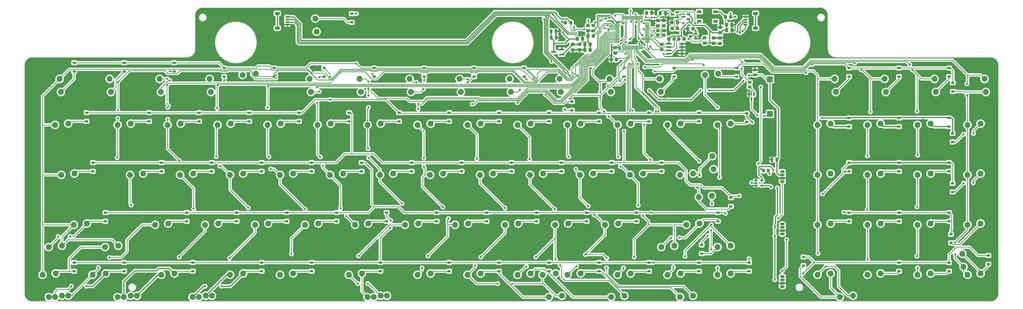
<source format=gbr>
%TF.GenerationSoftware,KiCad,Pcbnew,(6.99.0-5337-gc57e6db79a-dirty)*%
%TF.CreationDate,2023-02-22T22:29:34-05:00*%
%TF.ProjectId,m0330,6d303333-302e-46b6-9963-61645f706362,rev?*%
%TF.SameCoordinates,Original*%
%TF.FileFunction,Copper,L2,Bot*%
%TF.FilePolarity,Positive*%
%FSLAX46Y46*%
G04 Gerber Fmt 4.6, Leading zero omitted, Abs format (unit mm)*
G04 Created by KiCad (PCBNEW (6.99.0-5337-gc57e6db79a-dirty)) date 2023-02-22 22:29:34*
%MOMM*%
%LPD*%
G01*
G04 APERTURE LIST*
G04 Aperture macros list*
%AMRoundRect*
0 Rectangle with rounded corners*
0 $1 Rounding radius*
0 $2 $3 $4 $5 $6 $7 $8 $9 X,Y pos of 4 corners*
0 Add a 4 corners polygon primitive as box body*
4,1,4,$2,$3,$4,$5,$6,$7,$8,$9,$2,$3,0*
0 Add four circle primitives for the rounded corners*
1,1,$1+$1,$2,$3*
1,1,$1+$1,$4,$5*
1,1,$1+$1,$6,$7*
1,1,$1+$1,$8,$9*
0 Add four rect primitives between the rounded corners*
20,1,$1+$1,$2,$3,$4,$5,0*
20,1,$1+$1,$4,$5,$6,$7,0*
20,1,$1+$1,$6,$7,$8,$9,0*
20,1,$1+$1,$8,$9,$2,$3,0*%
G04 Aperture macros list end*
%TA.AperFunction,SMDPad,CuDef*%
%ADD10R,1.800000X1.100000*%
%TD*%
%TA.AperFunction,ComponentPad*%
%ADD11O,1.800000X1.070000*%
%TD*%
%TA.AperFunction,ComponentPad*%
%ADD12R,1.800000X1.070000*%
%TD*%
%TA.AperFunction,ComponentPad*%
%ADD13C,2.250000*%
%TD*%
%TA.AperFunction,SMDPad,CuDef*%
%ADD14RoundRect,0.250000X0.475000X-0.337500X0.475000X0.337500X-0.475000X0.337500X-0.475000X-0.337500X0*%
%TD*%
%TA.AperFunction,SMDPad,CuDef*%
%ADD15RoundRect,0.250000X0.337500X0.475000X-0.337500X0.475000X-0.337500X-0.475000X0.337500X-0.475000X0*%
%TD*%
%TA.AperFunction,SMDPad,CuDef*%
%ADD16RoundRect,0.250000X-0.325000X-0.450000X0.325000X-0.450000X0.325000X0.450000X-0.325000X0.450000X0*%
%TD*%
%TA.AperFunction,SMDPad,CuDef*%
%ADD17R,1.200000X0.900000*%
%TD*%
%TA.AperFunction,SMDPad,CuDef*%
%ADD18RoundRect,0.250000X-0.250000X-0.475000X0.250000X-0.475000X0.250000X0.475000X-0.250000X0.475000X0*%
%TD*%
%TA.AperFunction,SMDPad,CuDef*%
%ADD19RoundRect,0.250000X-0.337500X-0.475000X0.337500X-0.475000X0.337500X0.475000X-0.337500X0.475000X0*%
%TD*%
%TA.AperFunction,SMDPad,CuDef*%
%ADD20RoundRect,0.150000X-0.625000X0.150000X-0.625000X-0.150000X0.625000X-0.150000X0.625000X0.150000X0*%
%TD*%
%TA.AperFunction,SMDPad,CuDef*%
%ADD21RoundRect,0.250000X-0.650000X0.350000X-0.650000X-0.350000X0.650000X-0.350000X0.650000X0.350000X0*%
%TD*%
%TA.AperFunction,SMDPad,CuDef*%
%ADD22RoundRect,0.150000X0.587500X0.150000X-0.587500X0.150000X-0.587500X-0.150000X0.587500X-0.150000X0*%
%TD*%
%TA.AperFunction,SMDPad,CuDef*%
%ADD23RoundRect,0.250000X-0.350000X-0.450000X0.350000X-0.450000X0.350000X0.450000X-0.350000X0.450000X0*%
%TD*%
%TA.AperFunction,SMDPad,CuDef*%
%ADD24RoundRect,0.250000X0.250000X0.475000X-0.250000X0.475000X-0.250000X-0.475000X0.250000X-0.475000X0*%
%TD*%
%TA.AperFunction,SMDPad,CuDef*%
%ADD25RoundRect,0.250000X-0.450000X0.350000X-0.450000X-0.350000X0.450000X-0.350000X0.450000X0.350000X0*%
%TD*%
%TA.AperFunction,SMDPad,CuDef*%
%ADD26RoundRect,0.250000X0.450000X-0.350000X0.450000X0.350000X-0.450000X0.350000X-0.450000X-0.350000X0*%
%TD*%
%TA.AperFunction,SMDPad,CuDef*%
%ADD27RoundRect,0.075000X0.700000X0.075000X-0.700000X0.075000X-0.700000X-0.075000X0.700000X-0.075000X0*%
%TD*%
%TA.AperFunction,SMDPad,CuDef*%
%ADD28RoundRect,0.075000X0.075000X0.700000X-0.075000X0.700000X-0.075000X-0.700000X0.075000X-0.700000X0*%
%TD*%
%TA.AperFunction,SMDPad,CuDef*%
%ADD29RoundRect,0.150000X-0.512500X-0.150000X0.512500X-0.150000X0.512500X0.150000X-0.512500X0.150000X0*%
%TD*%
%TA.AperFunction,SMDPad,CuDef*%
%ADD30RoundRect,0.150000X0.825000X0.150000X-0.825000X0.150000X-0.825000X-0.150000X0.825000X-0.150000X0*%
%TD*%
%TA.AperFunction,SMDPad,CuDef*%
%ADD31RoundRect,0.250000X-0.475000X0.337500X-0.475000X-0.337500X0.475000X-0.337500X0.475000X0.337500X0*%
%TD*%
%TA.AperFunction,SMDPad,CuDef*%
%ADD32RoundRect,0.250000X0.475000X-0.250000X0.475000X0.250000X-0.475000X0.250000X-0.475000X-0.250000X0*%
%TD*%
%TA.AperFunction,SMDPad,CuDef*%
%ADD33RoundRect,0.250000X0.350000X0.450000X-0.350000X0.450000X-0.350000X-0.450000X0.350000X-0.450000X0*%
%TD*%
%TA.AperFunction,SMDPad,CuDef*%
%ADD34R,1.400000X1.200000*%
%TD*%
%TA.AperFunction,SMDPad,CuDef*%
%ADD35RoundRect,0.250000X0.450000X-0.262500X0.450000X0.262500X-0.450000X0.262500X-0.450000X-0.262500X0*%
%TD*%
%TA.AperFunction,SMDPad,CuDef*%
%ADD36R,2.200000X2.200000*%
%TD*%
%TA.AperFunction,SMDPad,CuDef*%
%ADD37R,1.900000X0.800000*%
%TD*%
%TA.AperFunction,SMDPad,CuDef*%
%ADD38RoundRect,0.150000X0.625000X-0.150000X0.625000X0.150000X-0.625000X0.150000X-0.625000X-0.150000X0*%
%TD*%
%TA.AperFunction,SMDPad,CuDef*%
%ADD39RoundRect,0.250000X0.650000X-0.350000X0.650000X0.350000X-0.650000X0.350000X-0.650000X-0.350000X0*%
%TD*%
%TA.AperFunction,SMDPad,CuDef*%
%ADD40RoundRect,0.150000X-0.150000X0.587500X-0.150000X-0.587500X0.150000X-0.587500X0.150000X0.587500X0*%
%TD*%
%TA.AperFunction,SMDPad,CuDef*%
%ADD41R,0.375000X0.500000*%
%TD*%
%TA.AperFunction,SMDPad,CuDef*%
%ADD42R,0.300000X0.650000*%
%TD*%
%TA.AperFunction,SMDPad,CuDef*%
%ADD43RoundRect,0.250000X0.262500X0.450000X-0.262500X0.450000X-0.262500X-0.450000X0.262500X-0.450000X0*%
%TD*%
%TA.AperFunction,ViaPad*%
%ADD44C,0.800000*%
%TD*%
%TA.AperFunction,Conductor*%
%ADD45C,0.400000*%
%TD*%
%TA.AperFunction,Conductor*%
%ADD46C,0.250000*%
%TD*%
%TA.AperFunction,Profile*%
%ADD47C,0.150000*%
%TD*%
%TA.AperFunction,Profile*%
%ADD48C,0.050000*%
%TD*%
%TA.AperFunction,Profile*%
%ADD49C,0.200000*%
%TD*%
G04 APERTURE END LIST*
D10*
%TO.P,SW1,1,1*%
%TO.N,+3.3VA*%
X267251750Y-20527499D03*
%TO.P,SW1,2,2*%
%TO.N,unconnected-(SW1-Pad2)*%
X261051750Y-20527499D03*
%TO.P,SW1,3,3*%
%TO.N,unconnected-(SW1-Pad3)*%
X267251750Y-24227499D03*
%TO.P,SW1,4,4*%
%TO.N,Net-(Q2-G)*%
X261051750Y-24227499D03*
%TD*%
D11*
%TO.P,LED1,1,VCC*%
%TO.N,+5V*%
X292689999Y-122804999D03*
%TO.P,LED1,2,DOUT*%
%TO.N,unconnected-(LED1-DOUT-Pad2)*%
X292689999Y-125344999D03*
D12*
%TO.P,LED1,3,GND*%
%TO.N,GND*%
X292689999Y-124074999D03*
D11*
%TO.P,LED1,4,DIN*%
%TO.N,Net-(LED1-DIN)*%
X292689999Y-121534999D03*
%TD*%
%TO.P,LED2,1,VCC*%
%TO.N,+5V*%
X292689999Y-102804999D03*
%TO.P,LED2,2,DOUT*%
%TO.N,Net-(LED1-DIN)*%
X292689999Y-105344999D03*
D12*
%TO.P,LED2,3,GND*%
%TO.N,GND*%
X292689999Y-104074999D03*
D11*
%TO.P,LED2,4,DIN*%
%TO.N,Net-(LED2-DIN)*%
X292689999Y-101534999D03*
%TD*%
%TO.P,LED3,1,VCC*%
%TO.N,+5V*%
X292689999Y-82804999D03*
%TO.P,LED3,2,DOUT*%
%TO.N,Net-(LED2-DIN)*%
X292689999Y-85344999D03*
D12*
%TO.P,LED3,3,GND*%
%TO.N,GND*%
X292689999Y-84074999D03*
D11*
%TO.P,LED3,4,DIN*%
%TO.N,LEDDINC*%
X292689999Y-81534999D03*
%TD*%
D13*
%TO.P,SW_LGUI_1,1,COL*%
%TO.N,COL2*%
X56063750Y-120865000D03*
%TO.P,SW_LGUI_1,2,ROW*%
%TO.N,Net-(D97-A)*%
X61063750Y-120365000D03*
%TD*%
%TO.P,SW_L_1,1,COL*%
%TO.N,COL9*%
X196557500Y-82765000D03*
%TO.P,SW_L_1,2,ROW*%
%TO.N,Net-(D67-A)*%
X201557500Y-82265000D03*
%TD*%
%TO.P,SW_TAB_1,1,COL*%
%TO.N,COL0*%
X15582500Y-63715000D03*
%TO.P,SW_TAB_1,2,ROW*%
%TO.N,Net-(D39-A)*%
X20582500Y-63215000D03*
%TD*%
%TO.P,SW_KPMINUS_1,1,COL*%
%TO.N,COL17*%
X363245000Y-82765000D03*
%TO.P,SW_KPMINUS_1,2,ROW*%
%TO.N,Net-(D55-A)*%
X368245000Y-82265000D03*
%TD*%
%TO.P,SW_KP7_1,1,COL*%
%TO.N,COL14*%
X306095000Y-63715000D03*
%TO.P,SW_KP7_1,2,ROW*%
%TO.N,Net-(D52-A)*%
X311095000Y-63215000D03*
%TD*%
%TO.P,SW_RALT_1,1,COL*%
%TO.N,COL8*%
X172745000Y-120865000D03*
%TO.P,SW_RALT_1,2,ROW*%
%TO.N,Net-(D7-A)*%
X177745000Y-120365000D03*
%TD*%
%TO.P,SW_UPX_2,1,COL*%
%TO.N,COL12*%
X272995000Y-109815000D03*
%TO.P,SW_UPX_2,2,ROW*%
%TO.N,Net-(D89-A)*%
X267995000Y-110315000D03*
%TD*%
%TO.P,SW_SP2_2,1,COL*%
%TO.N,COL6*%
X139645000Y-128865000D03*
%TO.P,SW_SP2_2,2,ROW*%
%TO.N,Net-(D99-A)*%
X134645000Y-129365000D03*
%TD*%
%TO.P,SW_9_1,1,COL*%
%TO.N,COL9*%
X188770000Y-46165000D03*
%TO.P,SW_9_1,2,ROW*%
%TO.N,Net-(D28-A)*%
X189270000Y-51165000D03*
%TD*%
%TO.P,SW_SP2_3,1,COL*%
%TO.N,COL6*%
X142026250Y-128865000D03*
%TO.P,SW_SP2_3,2,ROW*%
%TO.N,Net-(D99-A)*%
X137026250Y-129365000D03*
%TD*%
%TO.P,SW_KP4_1,1,COL*%
%TO.N,COL14*%
X306095000Y-82765000D03*
%TO.P,SW_KP4_1,2,ROW*%
%TO.N,Net-(D72-A)*%
X311095000Y-82265000D03*
%TD*%
%TO.P,SW_1_1,1,COL*%
%TO.N,COL1*%
X36370000Y-46165000D03*
%TO.P,SW_1_1,2,ROW*%
%TO.N,Net-(D20-A)*%
X36870000Y-51165000D03*
%TD*%
%TO.P,SW_EQ_1,1,COL*%
%TO.N,COL12*%
X245920000Y-46165000D03*
%TO.P,SW_EQ_1,2,ROW*%
%TO.N,Net-(D31-A)*%
X246420000Y-51165000D03*
%TD*%
%TO.P,SW_BACKSL_1,1,COL*%
%TO.N,COL13*%
X267995000Y-63715000D03*
%TO.P,SW_BACKSL_1,2,ROW*%
%TO.N,Net-(D12-A)*%
X272995000Y-63215000D03*
%TD*%
%TO.P,SW_POW_1,1,COL*%
%TO.N,COL5*%
X115220000Y-28165000D03*
%TO.P,SW_POW_1,2,ROW*%
%TO.N,Net-(D82-A)*%
X114720000Y-23165000D03*
%TD*%
%TO.P,SW_ENTER_2,1,COL*%
%TO.N,COL12*%
X266495000Y-80615000D03*
%TO.P,SW_ENTER_2,2,ROW*%
%TO.N,Net-(D70-A)*%
X265995000Y-75615000D03*
%TD*%
%TO.P,SW_LCTRL_3,1,COL*%
%TO.N,COL1*%
X18201250Y-128865000D03*
%TO.P,SW_LCTRL_3,2,ROW*%
%TO.N,Net-(D96-A)*%
X13201250Y-129365000D03*
%TD*%
%TO.P,SW_KPPLUS_1,1,COL*%
%TO.N,COL17*%
X363245000Y-63715000D03*
%TO.P,SW_KPPLUS_1,2,ROW*%
%TO.N,Net-(D36-A)*%
X368245000Y-63215000D03*
%TD*%
%TO.P,SW_Y_1,1,COL*%
%TO.N,COL6*%
X134645000Y-63715000D03*
%TO.P,SW_Y_1,2,ROW*%
%TO.N,Net-(D45-A)*%
X139645000Y-63215000D03*
%TD*%
%TO.P,SW_F_1,1,COL*%
%TO.N,COL4*%
X101307500Y-82765000D03*
%TO.P,SW_F_1,2,ROW*%
%TO.N,Net-(D62-A)*%
X106307500Y-82265000D03*
%TD*%
%TO.P,SW_V_1,1,COL*%
%TO.N,COL4*%
X110832500Y-101815000D03*
%TO.P,SW_V_1,2,ROW*%
%TO.N,Net-(D81-A)*%
X115832500Y-101315000D03*
%TD*%
%TO.P,SW_X_1,1,COL*%
%TO.N,COL2*%
X72732500Y-101815000D03*
%TO.P,SW_X_1,2,ROW*%
%TO.N,Net-(D79-A)*%
X77732500Y-101315000D03*
%TD*%
%TO.P,SW_B_1,1,COL*%
%TO.N,COL5*%
X129882500Y-101815000D03*
%TO.P,SW_B_1,2,ROW*%
%TO.N,Net-(D105-A)*%
X134882500Y-101315000D03*
%TD*%
%TO.P,SW_KP2_1,1,COL*%
%TO.N,COL15*%
X325145000Y-101815000D03*
%TO.P,SW_KP2_1,2,ROW*%
%TO.N,Net-(D92-A)*%
X330145000Y-101315000D03*
%TD*%
%TO.P,SW_2_1,1,COL*%
%TO.N,COL2*%
X55420000Y-46165000D03*
%TO.P,SW_2_1,2,ROW*%
%TO.N,Net-(D21-A)*%
X55920000Y-51165000D03*
%TD*%
%TO.P,SW_COMMA_1,1,COL*%
%TO.N,COL8*%
X187032500Y-101815000D03*
%TO.P,SW_COMMA_1,2,ROW*%
%TO.N,Net-(D85-A)*%
X192032500Y-101315000D03*
%TD*%
%TO.P,SW_KPENT_2,1,COL*%
%TO.N,COL17*%
X361745000Y-117840000D03*
%TO.P,SW_KPENT_2,2,ROW*%
%TO.N,Net-(D93-A)*%
X361245000Y-112840000D03*
%TD*%
%TO.P,SW_E_1,1,COL*%
%TO.N,COL3*%
X77495000Y-63715000D03*
%TO.P,SW_E_1,2,ROW*%
%TO.N,Net-(D42-A)*%
X82495000Y-63215000D03*
%TD*%
%TO.P,SW_ENTER_3,1,COL*%
%TO.N,COL12*%
X253707500Y-82765000D03*
%TO.P,SW_ENTER_3,2,ROW*%
%TO.N,Net-(D70-A)*%
X258707500Y-82265000D03*
%TD*%
%TO.P,SW_U_1,1,COL*%
%TO.N,COL7*%
X153695000Y-63715000D03*
%TO.P,SW_U_1,2,ROW*%
%TO.N,Net-(D46-A)*%
X158695000Y-63215000D03*
%TD*%
%TO.P,SW_J_1,1,COL*%
%TO.N,COL7*%
X158457500Y-82765000D03*
%TO.P,SW_J_1,2,ROW*%
%TO.N,Net-(D65-A)*%
X163457500Y-82265000D03*
%TD*%
%TO.P,SW_APOS_1,1,COL*%
%TO.N,COL11*%
X234657500Y-82765000D03*
%TO.P,SW_APOS_1,2,ROW*%
%TO.N,Net-(D69-A)*%
X239657500Y-82265000D03*
%TD*%
%TO.P,SW_LALT_3,1,COL*%
%TO.N,COL3*%
X75351250Y-128865000D03*
%TO.P,SW_LALT_3,2,ROW*%
%TO.N,Net-(D98-A)*%
X70351250Y-129365000D03*
%TD*%
%TO.P,SW_M_1,1,COL*%
%TO.N,COL7*%
X167982500Y-101815000D03*
%TO.P,SW_M_1,2,ROW*%
%TO.N,Net-(D84-A)*%
X172982500Y-101315000D03*
%TD*%
%TO.P,SW_W_1,1,COL*%
%TO.N,COL2*%
X58445000Y-63715000D03*
%TO.P,SW_W_1,2,ROW*%
%TO.N,Net-(D41-A)*%
X63445000Y-63215000D03*
%TD*%
%TO.P,SW_CCTRL_1,1,COL*%
%TO.N,COL0*%
X17963750Y-82765000D03*
%TO.P,SW_CCTRL_1,2,ROW*%
%TO.N,Net-(D57-A)*%
X22963750Y-82265000D03*
%TD*%
%TO.P,SW_5_1,1,COL*%
%TO.N,COL5*%
X112570000Y-46165000D03*
%TO.P,SW_5_1,2,ROW*%
%TO.N,Net-(D24-A)*%
X113070000Y-51165000D03*
%TD*%
%TO.P,SW_LCTRL_2,1,COL*%
%TO.N,COL1*%
X29870000Y-120865000D03*
%TO.P,SW_LCTRL_2,2,ROW*%
%TO.N,Net-(D96-A)*%
X34870000Y-120365000D03*
%TD*%
%TO.P,SW_LALT_1,1,COL*%
%TO.N,COL3*%
X82257500Y-120865000D03*
%TO.P,SW_LALT_1,2,ROW*%
%TO.N,Net-(D98-A)*%
X87257500Y-120365000D03*
%TD*%
%TO.P,SW_RGUI_1,1,COL*%
%TO.N,COL9*%
X191795000Y-120865000D03*
%TO.P,SW_RGUI_1,2,ROW*%
%TO.N,Net-(D100-A)*%
X196795000Y-120365000D03*
%TD*%
%TO.P,SW_RSUP1_1,1,COL*%
%TO.N,COL11*%
X229895000Y-120865000D03*
%TO.P,SW_RSUP1_1,2,ROW*%
%TO.N,Net-(D101-A)*%
X234895000Y-120365000D03*
%TD*%
%TO.P,SW_S_1,1,COL*%
%TO.N,COL2*%
X63207500Y-82765000D03*
%TO.P,SW_S_1,2,ROW*%
%TO.N,Net-(D60-A)*%
X68207500Y-82265000D03*
%TD*%
%TO.P,SW_LSH_1,1,COL*%
%TO.N,COL0*%
X22726250Y-101815000D03*
%TO.P,SW_LSH_1,2,ROW*%
%TO.N,Net-(D1-A)*%
X27726250Y-101315000D03*
%TD*%
%TO.P,SW_R_1,1,COL*%
%TO.N,COL4*%
X96545000Y-63715000D03*
%TO.P,SW_R_1,2,ROW*%
%TO.N,Net-(D43-A)*%
X101545000Y-63215000D03*
%TD*%
%TO.P,SW_D_1,1,COL*%
%TO.N,COL3*%
X82257500Y-82765000D03*
%TO.P,SW_D_1,2,ROW*%
%TO.N,Net-(D61-A)*%
X87257500Y-82265000D03*
%TD*%
%TO.P,SW_P_1,1,COL*%
%TO.N,COL10*%
X210845000Y-63715000D03*
%TO.P,SW_P_1,2,ROW*%
%TO.N,Net-(D49-A)*%
X215845000Y-63215000D03*
%TD*%
%TO.P,SW_C_1,1,COL*%
%TO.N,COL3*%
X91782500Y-101815000D03*
%TO.P,SW_C_1,2,ROW*%
%TO.N,Net-(D80-A)*%
X96782500Y-101315000D03*
%TD*%
%TO.P,SW_O_1,1,COL*%
%TO.N,COL9*%
X191795000Y-63715000D03*
%TO.P,SW_O_1,2,ROW*%
%TO.N,Net-(D48-A)*%
X196795000Y-63215000D03*
%TD*%
%TO.P,SW_RSH_2,1,COL*%
%TO.N,COL11*%
X251563750Y-109815000D03*
%TO.P,SW_RSH_2,2,ROW*%
%TO.N,Net-(D88-A)*%
X246563750Y-110315000D03*
%TD*%
%TO.P,SW_RALT_2,1,COL*%
%TO.N,COL8*%
X201320000Y-120865000D03*
%TO.P,SW_RALT_2,2,ROW*%
%TO.N,Net-(D7-A)*%
X206320000Y-120365000D03*
%TD*%
%TO.P,SW_ESC_1,1,COL*%
%TO.N,COL0*%
X17320000Y-46165000D03*
%TO.P,SW_ESC_1,2,ROW*%
%TO.N,Net-(D19-A)*%
X17820000Y-51165000D03*
%TD*%
%TO.P,SW_0_1,1,COL*%
%TO.N,COL10*%
X207820000Y-46165000D03*
%TO.P,SW_0_1,2,ROW*%
%TO.N,Net-(D29-A)*%
X208320000Y-51165000D03*
%TD*%
%TO.P,SW_LALT_2,1,COL*%
%TO.N,COL3*%
X72970000Y-128865000D03*
%TO.P,SW_LALT_2,2,ROW*%
%TO.N,Net-(D98-A)*%
X67970000Y-129365000D03*
%TD*%
%TO.P,SW_KPEQ_1,1,COL*%
%TO.N,COL15*%
X331645000Y-46165000D03*
%TO.P,SW_KPEQ_1,2,ROW*%
%TO.N,Net-(D34-A)*%
X332145000Y-51165000D03*
%TD*%
%TO.P,SW_BS_1,1,COL*%
%TO.N,COL13*%
X263232500Y-44665000D03*
%TO.P,SW_BS_1,2,ROW*%
%TO.N,Net-(D32-A)*%
X268232500Y-44165000D03*
%TD*%
%TO.P,SW_KP9_1,1,COL*%
%TO.N,COL16*%
X344195000Y-63715000D03*
%TO.P,SW_KP9_1,2,ROW*%
%TO.N,Net-(D53-A)*%
X349195000Y-63215000D03*
%TD*%
%TO.P,SW_K_1,1,COL*%
%TO.N,COL8*%
X177507500Y-82765000D03*
%TO.P,SW_K_1,2,ROW*%
%TO.N,Net-(D66-A)*%
X182507500Y-82265000D03*
%TD*%
%TO.P,SW_Q_1,1,COL*%
%TO.N,COL1*%
X39395000Y-63715000D03*
%TO.P,SW_Q_1,2,ROW*%
%TO.N,Net-(D40-A)*%
X44395000Y-63215000D03*
%TD*%
%TO.P,SW_LSH_2,1,COL*%
%TO.N,COL0*%
X18201250Y-109815000D03*
%TO.P,SW_LSH_2,2,ROW*%
%TO.N,Net-(D1-A)*%
X13201250Y-110315000D03*
%TD*%
%TO.P,SW_LBRC_1,1,COL*%
%TO.N,COL11*%
X229895000Y-63715000D03*
%TO.P,SW_LBRC_1,2,ROW*%
%TO.N,Net-(D50-A)*%
X234895000Y-63215000D03*
%TD*%
%TO.P,SW_MINUS_1,1,COL*%
%TO.N,COL11*%
X226870000Y-46165000D03*
%TO.P,SW_MINUS_1,2,ROW*%
%TO.N,Net-(D30-A)*%
X227370000Y-51165000D03*
%TD*%
%TO.P,SW_RSUP3_1,1,COL*%
%TO.N,COL13*%
X267995000Y-120865000D03*
%TO.P,SW_RSUP3_1,2,ROW*%
%TO.N,Net-(D106-A)*%
X272995000Y-120365000D03*
%TD*%
%TO.P,SW_KPPER_1,1,COL*%
%TO.N,COL16*%
X344195000Y-120865000D03*
%TO.P,SW_KPPER_1,2,ROW*%
%TO.N,Net-(D108-A)*%
X349195000Y-120365000D03*
%TD*%
%TO.P,SW_Z_1,1,COL*%
%TO.N,COL1*%
X53682500Y-101815000D03*
%TO.P,SW_Z_1,2,ROW*%
%TO.N,Net-(D78-A)*%
X58682500Y-101315000D03*
%TD*%
%TO.P,SW_RALT_3,1,COL*%
%TO.N,COL8*%
X208701250Y-128865000D03*
%TO.P,SW_RALT_3,2,ROW*%
%TO.N,Net-(D7-A)*%
X203701250Y-129365000D03*
%TD*%
%TO.P,SW_A_1,1,COL*%
%TO.N,COL1*%
X44157500Y-82765000D03*
%TO.P,SW_A_1,2,ROW*%
%TO.N,Net-(D59-A)*%
X49157500Y-82265000D03*
%TD*%
%TO.P,SW_KPENTX_1,1,COL*%
%TO.N,COL17*%
X363245000Y-101815000D03*
%TO.P,SW_KPENTX_1,2,ROW*%
%TO.N,Net-(D75-A)*%
X368245000Y-101315000D03*
%TD*%
%TO.P,SW_KPMULT_1,1,COL*%
%TO.N,COL17*%
X369745000Y-46165000D03*
%TO.P,SW_KPMULT_1,2,ROW*%
%TO.N,Net-(D16-A)*%
X370245000Y-51165000D03*
%TD*%
%TO.P,SW_KP5_1,1,COL*%
%TO.N,COL15*%
X325145000Y-82765000D03*
%TO.P,SW_KP5_1,2,ROW*%
%TO.N,Net-(D73-A)*%
X330145000Y-82265000D03*
%TD*%
%TO.P,SW_LCTRL_1,1,COL*%
%TO.N,COL1*%
X20582500Y-128865000D03*
%TO.P,SW_LCTRL_1,2,ROW*%
%TO.N,Net-(D96-A)*%
X15582500Y-129365000D03*
%TD*%
%TO.P,SW_RGUI_2,1,COL*%
%TO.N,COL9*%
X232513750Y-128865000D03*
%TO.P,SW_RGUI_2,2,ROW*%
%TO.N,Net-(D100-A)*%
X227513750Y-129365000D03*
%TD*%
%TO.P,SW_KP1_1,1,COL*%
%TO.N,COL14*%
X306095000Y-101815000D03*
%TO.P,SW_KP1_1,2,ROW*%
%TO.N,Net-(D91-A)*%
X311095000Y-101315000D03*
%TD*%
%TO.P,SW_LGUI_2,1,COL*%
%TO.N,COL2*%
X46776250Y-128865000D03*
%TO.P,SW_LGUI_2,2,ROW*%
%TO.N,Net-(D97-A)*%
X41776250Y-129365000D03*
%TD*%
%TO.P,SW_ENTER_1,1,COL*%
%TO.N,COL12*%
X265851250Y-90765000D03*
%TO.P,SW_ENTER_1,2,ROW*%
%TO.N,Net-(D70-A)*%
X260851250Y-91265000D03*
%TD*%
%TO.P,SW_KPDIV_1,1,COL*%
%TO.N,COL16*%
X350695000Y-46165000D03*
%TO.P,SW_KPDIV_1,2,ROW*%
%TO.N,Net-(D35-A)*%
X351195000Y-51165000D03*
%TD*%
%TO.P,SW_H_1,1,COL*%
%TO.N,COL6*%
X139407500Y-82765000D03*
%TO.P,SW_H_1,2,ROW*%
%TO.N,Net-(D64-A)*%
X144407500Y-82265000D03*
%TD*%
%TO.P,SW_8_1,1,COL*%
%TO.N,COL8*%
X169720000Y-46165000D03*
%TO.P,SW_8_1,2,ROW*%
%TO.N,Net-(D27-A)*%
X170220000Y-51165000D03*
%TD*%
%TO.P,SW_T_1,1,COL*%
%TO.N,COL5*%
X115595000Y-63715000D03*
%TO.P,SW_T_1,2,ROW*%
%TO.N,Net-(D44-A)*%
X120595000Y-63215000D03*
%TD*%
%TO.P,SW_N_1,1,COL*%
%TO.N,COL6*%
X148932500Y-101815000D03*
%TO.P,SW_N_1,2,ROW*%
%TO.N,Net-(D83-A)*%
X153932500Y-101315000D03*
%TD*%
%TO.P,SW_RBRC_1,1,COL*%
%TO.N,COL12*%
X248945000Y-63715000D03*
%TO.P,SW_RBRC_1,2,ROW*%
%TO.N,Net-(D51-A)*%
X253945000Y-63215000D03*
%TD*%
%TO.P,SW_CAPS_2,1,COL*%
%TO.N,COL0*%
X39632500Y-109815000D03*
%TO.P,SW_CAPS_2,2,ROW*%
%TO.N,Net-(D104-A)*%
X34632500Y-110315000D03*
%TD*%
%TO.P,SW_KP0_1,1,COL*%
%TO.N,COL14*%
X306095000Y-120865000D03*
%TO.P,SW_KP0_1,2,ROW*%
%TO.N,Net-(D107-A)*%
X311095000Y-120365000D03*
%TD*%
%TO.P,SW_KP3_1,1,COL*%
%TO.N,COL16*%
X344195000Y-101815000D03*
%TO.P,SW_KP3_1,2,ROW*%
%TO.N,Net-(D74-A)*%
X349195000Y-101315000D03*
%TD*%
%TO.P,SW_SP3_1,1,COL*%
%TO.N,COL7*%
X153695000Y-120865000D03*
%TO.P,SW_SP3_1,2,ROW*%
%TO.N,Net-(D6-A)*%
X158695000Y-120365000D03*
%TD*%
%TO.P,SW_SP1_1,1,COL*%
%TO.N,COL4*%
X101307500Y-120865000D03*
%TO.P,SW_SP1_1,2,ROW*%
%TO.N,Net-(D2-A)*%
X106307500Y-120365000D03*
%TD*%
%TO.P,SW_4_1,1,COL*%
%TO.N,COL4*%
X87020000Y-44665000D03*
%TO.P,SW_4_1,2,ROW*%
%TO.N,Net-(D23-A)*%
X92020000Y-44165000D03*
%TD*%
%TO.P,SW_7_1,1,COL*%
%TO.N,COL7*%
X150670000Y-46165000D03*
%TO.P,SW_7_1,2,ROW*%
%TO.N,Net-(D26-A)*%
X151170000Y-51165000D03*
%TD*%
%TO.P,SW_RCTRL_2,1,COL*%
%TO.N,COL10*%
X258707500Y-128865000D03*
%TO.P,SW_RCTRL_2,2,ROW*%
%TO.N,Net-(D8-A)*%
X253707500Y-129365000D03*
%TD*%
%TO.P,SW_SLASH_1,1,COL*%
%TO.N,COL10*%
X225132500Y-101815000D03*
%TO.P,SW_SLASH_1,2,ROW*%
%TO.N,Net-(D87-A)*%
X230132500Y-101315000D03*
%TD*%
%TO.P,SW_6_1,1,COL*%
%TO.N,COL6*%
X131620000Y-46165000D03*
%TO.P,SW_6_1,2,ROW*%
%TO.N,Net-(D25-A)*%
X132120000Y-51165000D03*
%TD*%
%TO.P,SW_CAPS_1,1,COL*%
%TO.N,COL0*%
X10820000Y-120865000D03*
%TO.P,SW_CAPS_1,2,ROW*%
%TO.N,Net-(D104-A)*%
X15820000Y-120365000D03*
%TD*%
%TO.P,SW_RSUP2_1,1,COL*%
%TO.N,COL12*%
X248945000Y-120865000D03*
%TO.P,SW_RSUP2_1,2,ROW*%
%TO.N,Net-(D102-A)*%
X253945000Y-120365000D03*
%TD*%
%TO.P,SW_3_1,1,COL*%
%TO.N,COL3*%
X74470000Y-46165000D03*
%TO.P,SW_3_1,2,ROW*%
%TO.N,Net-(D22-A)*%
X74970000Y-51165000D03*
%TD*%
%TO.P,SW_KPENT_1,1,COL*%
%TO.N,COL17*%
X363245000Y-120865000D03*
%TO.P,SW_KPENT_1,2,ROW*%
%TO.N,Net-(D93-A)*%
X368245000Y-120365000D03*
%TD*%
%TO.P,SW_KP0_2,1,COL*%
%TO.N,COL14*%
X319620000Y-128865000D03*
%TO.P,SW_KP0_2,2,ROW*%
%TO.N,Net-(D107-A)*%
X314620000Y-129365000D03*
%TD*%
%TO.P,SW_KP0X_1,1,COL*%
%TO.N,COL15*%
X325145000Y-120865000D03*
%TO.P,SW_KP0X_1,2,ROW*%
%TO.N,Net-(D103-A)*%
X330145000Y-120365000D03*
%TD*%
%TO.P,SW_PER_1,1,COL*%
%TO.N,COL9*%
X206082500Y-101815000D03*
%TO.P,SW_PER_1,2,ROW*%
%TO.N,Net-(D86-A)*%
X211082500Y-101315000D03*
%TD*%
%TO.P,SW_SP2_1,1,COL*%
%TO.N,COL6*%
X127501250Y-120865000D03*
%TO.P,SW_SP2_1,2,ROW*%
%TO.N,Net-(D99-A)*%
X132501250Y-120365000D03*
%TD*%
%TO.P,SW_KPCLR_1,1,COL*%
%TO.N,COL14*%
X312595000Y-46165000D03*
%TO.P,SW_KPCLR_1,2,ROW*%
%TO.N,Net-(D33-A)*%
X313095000Y-51165000D03*
%TD*%
%TO.P,SW_COLON_1,1,COL*%
%TO.N,COL10*%
X215607500Y-82765000D03*
%TO.P,SW_COLON_1,2,ROW*%
%TO.N,Net-(D68-A)*%
X220607500Y-82265000D03*
%TD*%
%TO.P,SW_RCTRL_1,1,COL*%
%TO.N,COL10*%
X210845000Y-120865000D03*
%TO.P,SW_RCTRL_1,2,ROW*%
%TO.N,Net-(D8-A)*%
X215845000Y-120365000D03*
%TD*%
%TO.P,SW_G_1,1,COL*%
%TO.N,COL5*%
X120357500Y-82765000D03*
%TO.P,SW_G_1,2,ROW*%
%TO.N,Net-(D63-A)*%
X125357500Y-82265000D03*
%TD*%
%TO.P,SW_I_1,1,COL*%
%TO.N,COL8*%
X172745000Y-63715000D03*
%TO.P,SW_I_1,2,ROW*%
%TO.N,Net-(D47-A)*%
X177745000Y-63215000D03*
%TD*%
%TO.P,SW_KP6_1,1,COL*%
%TO.N,COL16*%
X344195000Y-82765000D03*
%TO.P,SW_KP6_1,2,ROW*%
%TO.N,Net-(D54-A)*%
X349195000Y-82265000D03*
%TD*%
%TO.P,SW_LGUI_3,1,COL*%
%TO.N,COL2*%
X44395000Y-128865000D03*
%TO.P,SW_LGUI_3,2,ROW*%
%TO.N,Net-(D97-A)*%
X39395000Y-129365000D03*
%TD*%
%TO.P,SW_KP8_1,1,COL*%
%TO.N,COL15*%
X325145000Y-63715000D03*
%TO.P,SW_KP8_1,2,ROW*%
%TO.N,Net-(D109-A)*%
X330145000Y-63215000D03*
%TD*%
%TO.P,SW_RSH_1,1,COL*%
%TO.N,COL11*%
X256088750Y-101815000D03*
%TO.P,SW_RSH_1,2,ROW*%
%TO.N,Net-(D88-A)*%
X261088750Y-101315000D03*
%TD*%
D14*
%TO.P,C8,1*%
%TO.N,+3.3VA*%
X269071751Y-28537500D03*
%TO.P,C8,2*%
%TO.N,GND*%
X269071751Y-26462500D03*
%TD*%
D15*
%TO.P,C10,1*%
%TO.N,+3.3VA*%
X219495000Y-35110000D03*
%TO.P,C10,2*%
%TO.N,GND*%
X217420000Y-35110000D03*
%TD*%
D16*
%TO.P,FB1,1*%
%TO.N,+5V*%
X210036751Y-24687500D03*
%TO.P,FB1,2*%
%TO.N,VBUS*%
X212086751Y-24687500D03*
%TD*%
D17*
%TO.P,D32,1,K*%
%TO.N,ROW0*%
X275257499Y-42014999D03*
%TO.P,D32,2,A*%
%TO.N,Net-(D32-A)*%
X275257499Y-45314999D03*
%TD*%
%TO.P,D61,1,K*%
%TO.N,ROW2*%
X94282499Y-78114999D03*
%TO.P,D61,2,A*%
%TO.N,Net-(D61-A)*%
X94282499Y-81414999D03*
%TD*%
%TO.P,D104,1,K*%
%TO.N,ROW4*%
X22844999Y-116214999D03*
%TO.P,D104,2,A*%
%TO.N,Net-(D104-A)*%
X22844999Y-119514999D03*
%TD*%
%TO.P,D6,1,K*%
%TO.N,ROW4*%
X165719999Y-116214999D03*
%TO.P,D6,2,A*%
%TO.N,Net-(D6-A)*%
X165719999Y-119514999D03*
%TD*%
D18*
%TO.P,C16,1*%
%TO.N,GND*%
X288715000Y-76990000D03*
%TO.P,C16,2*%
%TO.N,+5V*%
X290615000Y-76990000D03*
%TD*%
D19*
%TO.P,C14,1*%
%TO.N,+3.3VA*%
X271411751Y-25522500D03*
%TO.P,C14,2*%
%TO.N,GND*%
X273486751Y-25522500D03*
%TD*%
D17*
%TO.P,D99,1,K*%
%TO.N,ROW4*%
X139526249Y-116214999D03*
%TO.P,D99,2,A*%
%TO.N,Net-(D99-A)*%
X139526249Y-119514999D03*
%TD*%
D20*
%TO.P,J3,1,Pin_1*%
%TO.N,GND*%
X278625000Y-22500000D03*
%TO.P,J3,2,Pin_2*%
%TO.N,USB_DP_ESD*%
X278625000Y-23500000D03*
%TO.P,J3,3,Pin_3*%
%TO.N,USB_DM_ESD*%
X278625000Y-24500000D03*
%TO.P,J3,4,Pin_4*%
%TO.N,VBUS*%
X278625000Y-25500000D03*
D21*
%TO.P,J3,MP,MountPin*%
%TO.N,unconnected-(J3-MountPin-PadMP)*%
X282500000Y-21200000D03*
X282500000Y-26800000D03*
%TD*%
D22*
%TO.P,Q3,1,G*%
%TO.N,Net-(Q2-G)*%
X252671751Y-20737500D03*
%TO.P,Q3,2,S*%
%TO.N,GND*%
X252671751Y-22637500D03*
%TO.P,Q3,3,D*%
%TO.N,/NRST*%
X250796751Y-21687500D03*
%TD*%
D23*
%TO.P,R16,1*%
%TO.N,+3.3VA*%
X218651751Y-29797500D03*
%TO.P,R16,2*%
%TO.N,PB4*%
X220651751Y-29797500D03*
%TD*%
D17*
%TO.P,D105,1,K*%
%TO.N,ROW4*%
X141907499Y-97164999D03*
%TO.P,D105,2,A*%
%TO.N,Net-(D105-A)*%
X141907499Y-100464999D03*
%TD*%
%TO.P,D70,1,K*%
%TO.N,ROW2*%
X273099999Y-91499999D03*
%TO.P,D70,2,A*%
%TO.N,Net-(D70-A)*%
X273099999Y-94799999D03*
%TD*%
%TO.P,D48,1,K*%
%TO.N,ROW1*%
X203819999Y-59064999D03*
%TO.P,D48,2,A*%
%TO.N,Net-(D48-A)*%
X203819999Y-62364999D03*
%TD*%
D24*
%TO.P,C18,1*%
%TO.N,GND*%
X206550000Y-30450000D03*
%TO.P,C18,2*%
%TO.N,+5V*%
X204650000Y-30450000D03*
%TD*%
D17*
%TO.P,D74,1,K*%
%TO.N,ROW3*%
X356219999Y-97164999D03*
%TO.P,D74,2,A*%
%TO.N,Net-(D74-A)*%
X356219999Y-100464999D03*
%TD*%
%TO.P,D93,1,K*%
%TO.N,ROW4*%
X371199999Y-113519999D03*
%TO.P,D93,2,A*%
%TO.N,Net-(D93-A)*%
X371199999Y-116819999D03*
%TD*%
%TO.P,D75,1,K*%
%TO.N,ROW3*%
X356939999Y-105419999D03*
%TO.P,D75,2,A*%
%TO.N,Net-(D75-A)*%
X356939999Y-108719999D03*
%TD*%
D22*
%TO.P,Q1,1,G*%
%TO.N,Net-(Q1-G)*%
X256861751Y-21487500D03*
%TO.P,Q1,2,S*%
%TO.N,+3.3VA*%
X256861751Y-23387500D03*
%TO.P,Q1,3,D*%
%TO.N,/BOOT0_DRV*%
X254986751Y-22437500D03*
%TD*%
D17*
%TO.P,D20,1,K*%
%TO.N,ROW0*%
X41894999Y-40014999D03*
%TO.P,D20,2,A*%
%TO.N,Net-(D20-A)*%
X41894999Y-43314999D03*
%TD*%
%TO.P,D87,1,K*%
%TO.N,ROW3*%
X237157499Y-97164999D03*
%TO.P,D87,2,A*%
%TO.N,Net-(D87-A)*%
X237157499Y-100464999D03*
%TD*%
D15*
%TO.P,C19,1*%
%TO.N,GND*%
X248211751Y-21172500D03*
%TO.P,C19,2*%
%TO.N,/NRST*%
X246136751Y-21172500D03*
%TD*%
D17*
%TO.P,D40,1,K*%
%TO.N,ROW1*%
X51419999Y-59064999D03*
%TO.P,D40,2,A*%
%TO.N,Net-(D40-A)*%
X51419999Y-62364999D03*
%TD*%
%TO.P,D63,1,K*%
%TO.N,ROW3*%
X132382499Y-78114999D03*
%TO.P,D63,2,A*%
%TO.N,Net-(D63-A)*%
X132382499Y-81414999D03*
%TD*%
%TO.P,D28,1,K*%
%TO.N,ROW0*%
X194294999Y-42014999D03*
%TO.P,D28,2,A*%
%TO.N,Net-(D28-A)*%
X194294999Y-45314999D03*
%TD*%
%TO.P,D25,1,K*%
%TO.N,ROW0*%
X137144999Y-42014999D03*
%TO.P,D25,2,A*%
%TO.N,Net-(D25-A)*%
X137144999Y-45314999D03*
%TD*%
%TO.P,D96,1,K*%
%TO.N,ROW4*%
X41894999Y-116214999D03*
%TO.P,D96,2,A*%
%TO.N,Net-(D96-A)*%
X41894999Y-119514999D03*
%TD*%
%TO.P,D29,1,K*%
%TO.N,ROW0*%
X212499999Y-54849999D03*
%TO.P,D29,2,A*%
%TO.N,Net-(D29-A)*%
X212499999Y-58149999D03*
%TD*%
D23*
%TO.P,R9,1*%
%TO.N,GND*%
X256661751Y-27022500D03*
%TO.P,R9,2*%
%TO.N,Net-(Q2-G)*%
X258661751Y-27022500D03*
%TD*%
D17*
%TO.P,D80,1,K*%
%TO.N,ROW3*%
X103807499Y-97164999D03*
%TO.P,D80,2,A*%
%TO.N,Net-(D80-A)*%
X103807499Y-100464999D03*
%TD*%
%TO.P,D43,1,K*%
%TO.N,ROW1*%
X108569999Y-59064999D03*
%TO.P,D43,2,A*%
%TO.N,Net-(D43-A)*%
X108569999Y-62364999D03*
%TD*%
%TO.P,D52,1,K*%
%TO.N,ROW1*%
X318119999Y-61064999D03*
%TO.P,D52,2,A*%
%TO.N,Net-(D52-A)*%
X318119999Y-64364999D03*
%TD*%
%TO.P,D65,1,K*%
%TO.N,ROW2*%
X170482499Y-78114999D03*
%TO.P,D65,2,A*%
%TO.N,Net-(D65-A)*%
X170482499Y-81414999D03*
%TD*%
%TO.P,D73,1,K*%
%TO.N,ROW2*%
X337169999Y-78114999D03*
%TO.P,D73,2,A*%
%TO.N,Net-(D73-A)*%
X337169999Y-81414999D03*
%TD*%
%TO.P,D12,1,K*%
%TO.N,ROW1*%
X279149999Y-59289999D03*
%TO.P,D12,2,A*%
%TO.N,Net-(D12-A)*%
X279149999Y-62589999D03*
%TD*%
%TO.P,D89,1,K*%
%TO.N,ROW3*%
X261999999Y-109499999D03*
%TO.P,D89,2,A*%
%TO.N,Net-(D89-A)*%
X261999999Y-112799999D03*
%TD*%
%TO.P,D35,1,K*%
%TO.N,ROW0*%
X356219999Y-42014999D03*
%TO.P,D35,2,A*%
%TO.N,Net-(D35-A)*%
X356219999Y-45314999D03*
%TD*%
D14*
%TO.P,C22,1*%
%TO.N,/VCAP_1*%
X229000000Y-36287500D03*
%TO.P,C22,2*%
%TO.N,GND*%
X229000000Y-34212500D03*
%TD*%
D17*
%TO.P,D60,1,K*%
%TO.N,ROW2*%
X75232499Y-78114999D03*
%TO.P,D60,2,A*%
%TO.N,Net-(D60-A)*%
X75232499Y-81414999D03*
%TD*%
%TO.P,D59,1,K*%
%TO.N,ROW2*%
X56182499Y-78114999D03*
%TO.P,D59,2,A*%
%TO.N,Net-(D59-A)*%
X56182499Y-81414999D03*
%TD*%
%TO.P,D102,1,K*%
%TO.N,ROW4*%
X260969999Y-116214999D03*
%TO.P,D102,2,A*%
%TO.N,Net-(D102-A)*%
X260969999Y-119514999D03*
%TD*%
D25*
%TO.P,R2,1*%
%TO.N,Net-(Q1-G)*%
X263072500Y-30507500D03*
%TO.P,R2,2*%
%TO.N,+3.3VA*%
X263072500Y-32507500D03*
%TD*%
D22*
%TO.P,Q2,1,G*%
%TO.N,Net-(Q2-G)*%
X259711751Y-28922500D03*
%TO.P,Q2,2,S*%
%TO.N,GND*%
X259711751Y-30822500D03*
%TO.P,Q2,3,D*%
%TO.N,Net-(Q1-G)*%
X257836751Y-29872500D03*
%TD*%
D14*
%TO.P,C23,1*%
%TO.N,/OSCI*%
X245311751Y-25915000D03*
%TO.P,C23,2*%
%TO.N,GND*%
X245311751Y-23840000D03*
%TD*%
D17*
%TO.P,D100,1,K*%
%TO.N,ROW4*%
X203819999Y-116214999D03*
%TO.P,D100,2,A*%
%TO.N,Net-(D100-A)*%
X203819999Y-119514999D03*
%TD*%
D23*
%TO.P,R17,1*%
%TO.N,GND*%
X227500000Y-38750000D03*
%TO.P,R17,2*%
%TO.N,PB2*%
X229500000Y-38750000D03*
%TD*%
D17*
%TO.P,D19,1,K*%
%TO.N,ROW0*%
X22844999Y-40014999D03*
%TO.P,D19,2,A*%
%TO.N,Net-(D19-A)*%
X22844999Y-43314999D03*
%TD*%
%TO.P,D42,1,K*%
%TO.N,ROW1*%
X89519999Y-59064999D03*
%TO.P,D42,2,A*%
%TO.N,Net-(D42-A)*%
X89519999Y-62364999D03*
%TD*%
D14*
%TO.P,C15,1*%
%TO.N,+3.3VA*%
X268942500Y-32640000D03*
%TO.P,C15,2*%
%TO.N,GND*%
X268942500Y-30565000D03*
%TD*%
D26*
%TO.P,R14,1*%
%TO.N,+3.3VA*%
X218661751Y-27797500D03*
%TO.P,R14,2*%
%TO.N,PB7*%
X218661751Y-25797500D03*
%TD*%
D17*
%TO.P,D97,1,K*%
%TO.N,ROW4*%
X68088749Y-116214999D03*
%TO.P,D97,2,A*%
%TO.N,Net-(D97-A)*%
X68088749Y-119514999D03*
%TD*%
%TO.P,D8,1,K*%
%TO.N,ROW4*%
X222869999Y-116214999D03*
%TO.P,D8,2,A*%
%TO.N,Net-(D8-A)*%
X222869999Y-119514999D03*
%TD*%
D27*
%TO.P,U3,1,VBAT*%
%TO.N,+3.3VA*%
X241211751Y-24772500D03*
%TO.P,U3,2,PC13*%
%TO.N,unconnected-(U3-PC13-Pad2)*%
X241211751Y-25272500D03*
%TO.P,U3,3,PC14*%
%TO.N,unconnected-(U3-PC14-Pad3)*%
X241211751Y-25772500D03*
%TO.P,U3,4,PC15*%
%TO.N,unconnected-(U3-PC15-Pad4)*%
X241211751Y-26272500D03*
%TO.P,U3,5,PH0*%
%TO.N,/OSCI*%
X241211751Y-26772500D03*
%TO.P,U3,6,PH1*%
%TO.N,/OSCO*%
X241211751Y-27272500D03*
%TO.P,U3,7,NRST*%
%TO.N,/NRST*%
X241211751Y-27772500D03*
%TO.P,U3,8,PC0*%
%TO.N,unconnected-(U3-PC0-Pad8)*%
X241211751Y-28272500D03*
%TO.P,U3,9,PC1*%
%TO.N,unconnected-(U3-PC1-Pad9)*%
X241211751Y-28772500D03*
%TO.P,U3,10,PC2*%
%TO.N,unconnected-(U3-PC2-Pad10)*%
X241211751Y-29272500D03*
%TO.P,U3,11,PC3*%
%TO.N,unconnected-(U3-PC3-Pad11)*%
X241211751Y-29772500D03*
%TO.P,U3,12,VSSA*%
%TO.N,GND*%
X241211751Y-30272500D03*
%TO.P,U3,13,VDDA*%
%TO.N,+3.3VA*%
X241211751Y-30772500D03*
%TO.P,U3,14,PA0*%
%TO.N,EEP_WP*%
X241211751Y-31272500D03*
%TO.P,U3,15,PA1*%
%TO.N,unconnected-(U3-PA1-Pad15)*%
X241211751Y-31772500D03*
%TO.P,U3,16,PA2*%
%TO.N,BUZIN*%
X241211751Y-32272500D03*
D28*
%TO.P,U3,17,PA3*%
%TO.N,COL17*%
X239286751Y-34197500D03*
%TO.P,U3,18,VSS*%
%TO.N,GND*%
X238786751Y-34197500D03*
%TO.P,U3,19,VDD*%
%TO.N,+3.3VA*%
X238286751Y-34197500D03*
%TO.P,U3,20,PA4*%
%TO.N,COL16*%
X237786751Y-34197500D03*
%TO.P,U3,21,PA5*%
%TO.N,COL15*%
X237286751Y-34197500D03*
%TO.P,U3,22,PA6*%
%TO.N,COL14*%
X236786751Y-34197500D03*
%TO.P,U3,23,PA7*%
%TO.N,ROW4*%
X236286751Y-34197500D03*
%TO.P,U3,24,PC4*%
%TO.N,unconnected-(U3-PC4-Pad24)*%
X235786751Y-34197500D03*
%TO.P,U3,25,PC5*%
%TO.N,ROW3*%
X235286751Y-34197500D03*
%TO.P,U3,26,PB0*%
%TO.N,ROW0*%
X234786751Y-34197500D03*
%TO.P,U3,27,PB1*%
%TO.N,COL2*%
X234286751Y-34197500D03*
%TO.P,U3,28,PB2*%
%TO.N,PB2*%
X233786751Y-34197500D03*
%TO.P,U3,29,PB10*%
%TO.N,COL13*%
X233286751Y-34197500D03*
%TO.P,U3,30,VCAP1*%
%TO.N,/VCAP_1*%
X232786751Y-34197500D03*
%TO.P,U3,31,VSS*%
%TO.N,GND*%
X232286751Y-34197500D03*
%TO.P,U3,32,VDD*%
%TO.N,+3.3VA*%
X231786751Y-34197500D03*
D27*
%TO.P,U3,33,PB12*%
%TO.N,COL11*%
X229861751Y-32272500D03*
%TO.P,U3,34,PB13*%
%TO.N,COL10*%
X229861751Y-31772500D03*
%TO.P,U3,35,PB14*%
%TO.N,COL9*%
X229861751Y-31272500D03*
%TO.P,U3,36,PB15*%
%TO.N,COL8*%
X229861751Y-30772500D03*
%TO.P,U3,37,PC6*%
%TO.N,COL7*%
X229861751Y-30272500D03*
%TO.P,U3,38,PC7*%
%TO.N,COL6*%
X229861751Y-29772500D03*
%TO.P,U3,39,PC8*%
%TO.N,COL5*%
X229861751Y-29272500D03*
%TO.P,U3,40,PC9*%
%TO.N,COL4*%
X229861751Y-28772500D03*
%TO.P,U3,41,PA8*%
%TO.N,COL3*%
X229861751Y-28272500D03*
%TO.P,U3,42,PA9*%
%TO.N,unconnected-(U3-PA9-Pad42)*%
X229861751Y-27772500D03*
%TO.P,U3,43,PA10*%
%TO.N,PA10*%
X229861751Y-27272500D03*
%TO.P,U3,44,PA11*%
%TO.N,USB_DM*%
X229861751Y-26772500D03*
%TO.P,U3,45,PA12*%
%TO.N,USB_DP*%
X229861751Y-26272500D03*
%TO.P,U3,46,PA13*%
%TO.N,COL0*%
X229861751Y-25772500D03*
%TO.P,U3,47,VSS*%
%TO.N,GND*%
X229861751Y-25272500D03*
%TO.P,U3,48,VDD*%
%TO.N,+3.3VA*%
X229861751Y-24772500D03*
D28*
%TO.P,U3,49,PA14*%
%TO.N,ROW2*%
X231786751Y-22847500D03*
%TO.P,U3,50,PA15*%
%TO.N,COL1*%
X232286751Y-22847500D03*
%TO.P,U3,51,PC10*%
%TO.N,PC10*%
X232786751Y-22847500D03*
%TO.P,U3,52,PC11*%
%TO.N,ROW1*%
X233286751Y-22847500D03*
%TO.P,U3,53,PC12*%
%TO.N,unconnected-(U3-PC12-Pad53)*%
X233786751Y-22847500D03*
%TO.P,U3,54,PD2*%
%TO.N,unconnected-(U3-PD2-Pad54)*%
X234286751Y-22847500D03*
%TO.P,U3,55,PB3*%
%TO.N,PB3*%
X234786751Y-22847500D03*
%TO.P,U3,56,PB4*%
%TO.N,PB4*%
X235286751Y-22847500D03*
%TO.P,U3,57,PB5*%
%TO.N,COL12*%
X235786751Y-22847500D03*
%TO.P,U3,58,PB6*%
%TO.N,unconnected-(U3-PB6-Pad58)*%
X236286751Y-22847500D03*
%TO.P,U3,59,PB7*%
%TO.N,PB7*%
X236786751Y-22847500D03*
%TO.P,U3,60,BOOT0*%
%TO.N,/BOOT0*%
X237286751Y-22847500D03*
%TO.P,U3,61,PB8*%
%TO.N,EEP_SCL*%
X237786751Y-22847500D03*
%TO.P,U3,62,PB9*%
%TO.N,EEP_SDA*%
X238286751Y-22847500D03*
%TO.P,U3,63,VSS*%
%TO.N,GND*%
X238786751Y-22847500D03*
%TO.P,U3,64,VDD*%
%TO.N,+3.3VA*%
X239286751Y-22847500D03*
%TD*%
D17*
%TO.P,D84,1,K*%
%TO.N,ROW3*%
X180007499Y-97164999D03*
%TO.P,D84,2,A*%
%TO.N,Net-(D84-A)*%
X180007499Y-100464999D03*
%TD*%
%TO.P,D81,1,K*%
%TO.N,ROW3*%
X122857499Y-97164999D03*
%TO.P,D81,2,A*%
%TO.N,Net-(D81-A)*%
X122857499Y-100464999D03*
%TD*%
%TO.P,D106,1,K*%
%TO.N,ROW4*%
X280019999Y-116214999D03*
%TO.P,D106,2,A*%
%TO.N,Net-(D106-A)*%
X280019999Y-119514999D03*
%TD*%
%TO.P,D27,1,K*%
%TO.N,ROW0*%
X175244999Y-42014999D03*
%TO.P,D27,2,A*%
%TO.N,Net-(D27-A)*%
X175244999Y-45314999D03*
%TD*%
D23*
%TO.P,R11,1*%
%TO.N,+3.3VA*%
X249450000Y-30897500D03*
%TO.P,R11,2*%
%TO.N,EEP_WP*%
X251450000Y-30897500D03*
%TD*%
D14*
%TO.P,C1,1*%
%TO.N,+3.3VA*%
X266542500Y-32602500D03*
%TO.P,C1,2*%
%TO.N,GND*%
X266542500Y-30527500D03*
%TD*%
D17*
%TO.P,D53,1,K*%
%TO.N,ROW1*%
X356219999Y-61064999D03*
%TO.P,D53,2,A*%
%TO.N,Net-(D53-A)*%
X356219999Y-64364999D03*
%TD*%
%TO.P,D82,1,K*%
%TO.N,ROW0*%
X128649999Y-21279999D03*
%TO.P,D82,2,A*%
%TO.N,Net-(D82-A)*%
X128649999Y-24579999D03*
%TD*%
%TO.P,D57,1,K*%
%TO.N,ROW2*%
X29988749Y-78114999D03*
%TO.P,D57,2,A*%
%TO.N,Net-(D57-A)*%
X29988749Y-81414999D03*
%TD*%
D29*
%TO.P,U2,1*%
%TO.N,GND*%
X282615000Y-86850000D03*
%TO.P,U2,2*%
%TO.N,LEDDIN*%
X282615000Y-85900000D03*
%TO.P,U2,3,GND*%
%TO.N,GND*%
X282615000Y-84950000D03*
%TO.P,U2,4*%
%TO.N,LEDDINC*%
X284890000Y-84950000D03*
%TO.P,U2,5,VCC*%
%TO.N,+5V*%
X284890000Y-86850000D03*
%TD*%
D30*
%TO.P,U4,1,A0*%
%TO.N,GND*%
X254400000Y-32757500D03*
%TO.P,U4,2,A1*%
X254400000Y-34027500D03*
%TO.P,U4,3,A2*%
X254400000Y-35297500D03*
%TO.P,U4,4,GND*%
X254400000Y-36567500D03*
%TO.P,U4,5,SDA*%
%TO.N,EEP_SDA*%
X249450000Y-36567500D03*
%TO.P,U4,6,SCL*%
%TO.N,EEP_SCL*%
X249450000Y-35297500D03*
%TO.P,U4,7,WP*%
%TO.N,EEP_WP*%
X249450000Y-34027500D03*
%TO.P,U4,8,VCC*%
%TO.N,+3.3VA*%
X249450000Y-32757500D03*
%TD*%
D17*
%TO.P,D16,1,K*%
%TO.N,ROW0*%
X357659999Y-47659999D03*
%TO.P,D16,2,A*%
%TO.N,Net-(D16-A)*%
X357659999Y-50959999D03*
%TD*%
D25*
%TO.P,R10,1*%
%TO.N,+3.3VA*%
X246750000Y-32975000D03*
%TO.P,R10,2*%
%TO.N,EEP_SCL*%
X246750000Y-34975000D03*
%TD*%
D17*
%TO.P,D45,1,K*%
%TO.N,ROW1*%
X146669999Y-59064999D03*
%TO.P,D45,2,A*%
%TO.N,Net-(D45-A)*%
X146669999Y-62364999D03*
%TD*%
%TO.P,D54,1,K*%
%TO.N,ROW2*%
X356219999Y-78114999D03*
%TO.P,D54,2,A*%
%TO.N,Net-(D54-A)*%
X356219999Y-81414999D03*
%TD*%
%TO.P,D49,1,K*%
%TO.N,ROW1*%
X222869999Y-59064999D03*
%TO.P,D49,2,A*%
%TO.N,Net-(D49-A)*%
X222869999Y-62364999D03*
%TD*%
D31*
%TO.P,C12,1*%
%TO.N,+3.3VA*%
X212841751Y-33012500D03*
%TO.P,C12,2*%
%TO.N,GND*%
X212841751Y-35087500D03*
%TD*%
D17*
%TO.P,D86,1,K*%
%TO.N,ROW3*%
X218107499Y-97164999D03*
%TO.P,D86,2,A*%
%TO.N,Net-(D86-A)*%
X218107499Y-100464999D03*
%TD*%
%TO.P,D72,1,K*%
%TO.N,ROW2*%
X318119999Y-78114999D03*
%TO.P,D72,2,A*%
%TO.N,Net-(D72-A)*%
X318119999Y-81414999D03*
%TD*%
D15*
%TO.P,C11,1*%
%TO.N,+3.3VA*%
X219487500Y-33040000D03*
%TO.P,C11,2*%
%TO.N,GND*%
X217412500Y-33040000D03*
%TD*%
D17*
%TO.P,D41,1,K*%
%TO.N,ROW1*%
X70469999Y-59064999D03*
%TO.P,D41,2,A*%
%TO.N,Net-(D41-A)*%
X70469999Y-62364999D03*
%TD*%
%TO.P,D85,1,K*%
%TO.N,ROW3*%
X199057499Y-97164999D03*
%TO.P,D85,2,A*%
%TO.N,Net-(D85-A)*%
X199057499Y-100464999D03*
%TD*%
%TO.P,D46,1,K*%
%TO.N,ROW1*%
X165719999Y-59064999D03*
%TO.P,D46,2,A*%
%TO.N,Net-(D46-A)*%
X165719999Y-62364999D03*
%TD*%
D26*
%TO.P,R12,1*%
%TO.N,+3.3VA*%
X220686751Y-27822500D03*
%TO.P,R12,2*%
%TO.N,PA10*%
X220686751Y-25822500D03*
%TD*%
D17*
%TO.P,D68,1,K*%
%TO.N,ROW2*%
X227632499Y-78114999D03*
%TO.P,D68,2,A*%
%TO.N,Net-(D68-A)*%
X227632499Y-81414999D03*
%TD*%
D23*
%TO.P,R5,1*%
%TO.N,/BOOT0*%
X240961751Y-20972500D03*
%TO.P,R5,2*%
%TO.N,GND*%
X242961751Y-20972500D03*
%TD*%
D17*
%TO.P,D103,1,K*%
%TO.N,ROW4*%
X337169999Y-116214999D03*
%TO.P,D103,2,A*%
%TO.N,Net-(D103-A)*%
X337169999Y-119514999D03*
%TD*%
%TO.P,D33,1,K*%
%TO.N,ROW0*%
X318119999Y-42014999D03*
%TO.P,D33,2,A*%
%TO.N,Net-(D33-A)*%
X318119999Y-45314999D03*
%TD*%
D14*
%TO.P,C24,1*%
%TO.N,/OSCO*%
X247531751Y-25932500D03*
%TO.P,C24,2*%
%TO.N,GND*%
X247531751Y-23857500D03*
%TD*%
D17*
%TO.P,D2,1,K*%
%TO.N,ROW4*%
X113332499Y-116214999D03*
%TO.P,D2,2,A*%
%TO.N,Net-(D2-A)*%
X113332499Y-119514999D03*
%TD*%
%TO.P,D109,1,K*%
%TO.N,ROW1*%
X337169999Y-61064999D03*
%TO.P,D109,2,A*%
%TO.N,Net-(D109-A)*%
X337169999Y-64364999D03*
%TD*%
%TO.P,D91,1,K*%
%TO.N,ROW3*%
X318119999Y-97164999D03*
%TO.P,D91,2,A*%
%TO.N,Net-(D91-A)*%
X318119999Y-100464999D03*
%TD*%
D19*
%TO.P,C3,1*%
%TO.N,+5V*%
X214534251Y-30905000D03*
%TO.P,C3,2*%
%TO.N,GND*%
X216609251Y-30905000D03*
%TD*%
D17*
%TO.P,D51,1,K*%
%TO.N,ROW1*%
X260969999Y-59064999D03*
%TO.P,D51,2,A*%
%TO.N,Net-(D51-A)*%
X260969999Y-62364999D03*
%TD*%
%TO.P,D55,1,K*%
%TO.N,ROW2*%
X357589999Y-85999999D03*
%TO.P,D55,2,A*%
%TO.N,Net-(D55-A)*%
X357589999Y-89299999D03*
%TD*%
D32*
%TO.P,C21,1*%
%TO.N,+5V*%
X282300000Y-44650000D03*
%TO.P,C21,2*%
%TO.N,GND*%
X282300000Y-42750000D03*
%TD*%
D17*
%TO.P,D31,1,K*%
%TO.N,ROW0*%
X251444999Y-42014999D03*
%TO.P,D31,2,A*%
%TO.N,Net-(D31-A)*%
X251444999Y-45314999D03*
%TD*%
%TO.P,D66,1,K*%
%TO.N,ROW2*%
X189532499Y-78114999D03*
%TO.P,D66,2,A*%
%TO.N,Net-(D66-A)*%
X189532499Y-81414999D03*
%TD*%
D33*
%TO.P,R8,1*%
%TO.N,+3.3VA*%
X255250000Y-30897500D03*
%TO.P,R8,2*%
%TO.N,EEP_SDA*%
X253250000Y-30897500D03*
%TD*%
D34*
%TO.P,Y1,1,1*%
%TO.N,/OSCI*%
X245311750Y-27787499D03*
%TO.P,Y1,2,2*%
%TO.N,GND*%
X247511750Y-27787499D03*
%TO.P,Y1,3,3*%
%TO.N,/OSCO*%
X247511750Y-29487499D03*
%TO.P,Y1,4,4*%
%TO.N,GND*%
X245311750Y-29487499D03*
%TD*%
D23*
%TO.P,R15,1*%
%TO.N,+3.3VA*%
X271000000Y-22500000D03*
%TO.P,R15,2*%
%TO.N,PB3*%
X273000000Y-22500000D03*
%TD*%
D24*
%TO.P,C17,1*%
%TO.N,GND*%
X206450000Y-28000000D03*
%TO.P,C17,2*%
%TO.N,+5V*%
X204550000Y-28000000D03*
%TD*%
D17*
%TO.P,D92,1,K*%
%TO.N,ROW3*%
X337169999Y-97164999D03*
%TO.P,D92,2,A*%
%TO.N,Net-(D92-A)*%
X337169999Y-100464999D03*
%TD*%
%TO.P,D79,1,K*%
%TO.N,ROW3*%
X84757499Y-97164999D03*
%TO.P,D79,2,A*%
%TO.N,Net-(D79-A)*%
X84757499Y-100464999D03*
%TD*%
%TO.P,D67,1,K*%
%TO.N,ROW2*%
X208582499Y-78114999D03*
%TO.P,D67,2,A*%
%TO.N,Net-(D67-A)*%
X208582499Y-81414999D03*
%TD*%
D35*
%TO.P,R4,1*%
%TO.N,Net-(Q4-B)*%
X280250000Y-49250000D03*
%TO.P,R4,2*%
%TO.N,BUZIN*%
X280250000Y-47425000D03*
%TD*%
D17*
%TO.P,D50,1,K*%
%TO.N,ROW1*%
X241919999Y-59064999D03*
%TO.P,D50,2,A*%
%TO.N,Net-(D50-A)*%
X241919999Y-62364999D03*
%TD*%
%TO.P,D7,1,K*%
%TO.N,ROW4*%
X184769999Y-116214999D03*
%TO.P,D7,2,A*%
%TO.N,Net-(D7-A)*%
X184769999Y-119514999D03*
%TD*%
D36*
%TO.P,BUZ1,1*%
%TO.N,+5V*%
X287999999Y-46299999D03*
%TO.P,BUZ1,2*%
%TO.N,Net-(Q4-C)*%
X287999999Y-59499999D03*
%TD*%
D17*
%TO.P,D98,1,K*%
%TO.N,ROW4*%
X94282499Y-116214999D03*
%TO.P,D98,2,A*%
%TO.N,Net-(D98-A)*%
X94282499Y-119514999D03*
%TD*%
D37*
%TO.P,U1,1,GND*%
%TO.N,GND*%
X208611750Y-34977499D03*
%TO.P,U1,2,VO*%
%TO.N,+3.3VA*%
X208611750Y-36877499D03*
%TO.P,U1,3,VI*%
%TO.N,+5V*%
X205611750Y-35927499D03*
%TD*%
D17*
%TO.P,D23,1,K*%
%TO.N,ROW0*%
X99044999Y-42014999D03*
%TO.P,D23,2,A*%
%TO.N,Net-(D23-A)*%
X99044999Y-45314999D03*
%TD*%
%TO.P,D34,1,K*%
%TO.N,ROW0*%
X337169999Y-42014999D03*
%TO.P,D34,2,A*%
%TO.N,Net-(D34-A)*%
X337169999Y-45314999D03*
%TD*%
%TO.P,D107,1,K*%
%TO.N,ROW4*%
X300749999Y-114099999D03*
%TO.P,D107,2,A*%
%TO.N,Net-(D107-A)*%
X300749999Y-117399999D03*
%TD*%
%TO.P,D101,1,K*%
%TO.N,ROW4*%
X241919999Y-116214999D03*
%TO.P,D101,2,A*%
%TO.N,Net-(D101-A)*%
X241919999Y-119514999D03*
%TD*%
D19*
%TO.P,C13,1*%
%TO.N,+3.3VA*%
X271474251Y-27572500D03*
%TO.P,C13,2*%
%TO.N,GND*%
X273549251Y-27572500D03*
%TD*%
D17*
%TO.P,D1,1,K*%
%TO.N,ROW3*%
X34751249Y-97164999D03*
%TO.P,D1,2,A*%
%TO.N,Net-(D1-A)*%
X34751249Y-100464999D03*
%TD*%
D38*
%TO.P,J2,1,Pin_1*%
%TO.N,GND*%
X104125000Y-25500000D03*
%TO.P,J2,2,Pin_2*%
%TO.N,USB_DP_ESD*%
X104125000Y-24500000D03*
%TO.P,J2,3,Pin_3*%
%TO.N,USB_DM_ESD*%
X104125000Y-23500000D03*
%TO.P,J2,4,Pin_4*%
%TO.N,VBUS*%
X104125000Y-22500000D03*
D39*
%TO.P,J2,MP,MountPin*%
%TO.N,unconnected-(J2-MountPin-PadMP)*%
X100250000Y-26800000D03*
X100250000Y-21200000D03*
%TD*%
D40*
%TO.P,Q4,1,E*%
%TO.N,GND*%
X280000000Y-52000000D03*
%TO.P,Q4,2,B*%
%TO.N,Net-(Q4-B)*%
X281900000Y-52000000D03*
%TO.P,Q4,3,C*%
%TO.N,Net-(Q4-C)*%
X280950000Y-53875000D03*
%TD*%
D17*
%TO.P,D36,1,K*%
%TO.N,ROW1*%
X357559999Y-66929999D03*
%TO.P,D36,2,A*%
%TO.N,Net-(D36-A)*%
X357559999Y-70229999D03*
%TD*%
%TO.P,D30,1,K*%
%TO.N,ROW0*%
X232394999Y-42014999D03*
%TO.P,D30,2,A*%
%TO.N,Net-(D30-A)*%
X232394999Y-45314999D03*
%TD*%
%TO.P,D26,1,K*%
%TO.N,ROW0*%
X156194999Y-42014999D03*
%TO.P,D26,2,A*%
%TO.N,Net-(D26-A)*%
X156194999Y-45314999D03*
%TD*%
%TO.P,D108,1,K*%
%TO.N,ROW4*%
X356219999Y-116214999D03*
%TO.P,D108,2,A*%
%TO.N,Net-(D108-A)*%
X356219999Y-119514999D03*
%TD*%
%TO.P,D24,1,K*%
%TO.N,ROW1*%
X118094999Y-42014999D03*
%TO.P,D24,2,A*%
%TO.N,Net-(D24-A)*%
X118094999Y-45314999D03*
%TD*%
%TO.P,D22,1,K*%
%TO.N,ROW0*%
X79994999Y-42014999D03*
%TO.P,D22,2,A*%
%TO.N,Net-(D22-A)*%
X79994999Y-45314999D03*
%TD*%
%TO.P,D83,1,K*%
%TO.N,ROW3*%
X160957499Y-97164999D03*
%TO.P,D83,2,A*%
%TO.N,Net-(D83-A)*%
X160957499Y-100464999D03*
%TD*%
%TO.P,D47,1,K*%
%TO.N,ROW1*%
X184769999Y-59064999D03*
%TO.P,D47,2,A*%
%TO.N,Net-(D47-A)*%
X184769999Y-62364999D03*
%TD*%
%TO.P,D78,1,K*%
%TO.N,ROW3*%
X65707499Y-97164999D03*
%TO.P,D78,2,A*%
%TO.N,Net-(D78-A)*%
X65707499Y-100464999D03*
%TD*%
%TO.P,D69,1,K*%
%TO.N,ROW2*%
X246682499Y-78114999D03*
%TO.P,D69,2,A*%
%TO.N,Net-(D69-A)*%
X246682499Y-81414999D03*
%TD*%
%TO.P,D44,1,K*%
%TO.N,ROW2*%
X127619999Y-59064999D03*
%TO.P,D44,2,A*%
%TO.N,Net-(D44-A)*%
X127619999Y-62364999D03*
%TD*%
%TO.P,D39,1,K*%
%TO.N,ROW1*%
X27607499Y-59064999D03*
%TO.P,D39,2,A*%
%TO.N,Net-(D39-A)*%
X27607499Y-62364999D03*
%TD*%
%TO.P,D21,1,K*%
%TO.N,ROW0*%
X60944999Y-40014999D03*
%TO.P,D21,2,A*%
%TO.N,Net-(D21-A)*%
X60944999Y-43314999D03*
%TD*%
%TO.P,D62,1,K*%
%TO.N,ROW2*%
X113332499Y-78114999D03*
%TO.P,D62,2,A*%
%TO.N,Net-(D62-A)*%
X113332499Y-81414999D03*
%TD*%
D15*
%TO.P,C20,1*%
%TO.N,/BOOT0*%
X252701751Y-24667500D03*
%TO.P,C20,2*%
%TO.N,GND*%
X250626751Y-24667500D03*
%TD*%
D23*
%TO.P,R3,1*%
%TO.N,/BOOT0_DRV*%
X250676751Y-26907500D03*
%TO.P,R3,2*%
%TO.N,/BOOT0*%
X252676751Y-26907500D03*
%TD*%
D41*
%TO.P,U5,1,IO1*%
%TO.N,USB_DM_ESD*%
X214224250Y-29004999D03*
D42*
%TO.P,U5,2,GND*%
%TO.N,GND*%
X213686750Y-29079999D03*
D41*
%TO.P,U5,3,IO2*%
%TO.N,USB_DP_ESD*%
X213149250Y-29004999D03*
%TO.P,U5,4,IO2*%
%TO.N,USB_DP*%
X213149250Y-27304999D03*
D42*
%TO.P,U5,5,VBUS*%
%TO.N,VBUS*%
X213686750Y-27229999D03*
D41*
%TO.P,U5,6,IO1*%
%TO.N,USB_DM*%
X214224250Y-27304999D03*
%TD*%
D43*
%TO.P,R6,1*%
%TO.N,LEDDIN*%
X287327500Y-81140000D03*
%TO.P,R6,2*%
%TO.N,PB3*%
X285502500Y-81140000D03*
%TD*%
D31*
%TO.P,C2,1*%
%TO.N,+3.3VA*%
X215371751Y-33007500D03*
%TO.P,C2,2*%
%TO.N,GND*%
X215371751Y-35082500D03*
%TD*%
D17*
%TO.P,D64,1,K*%
%TO.N,ROW2*%
X151432499Y-78114999D03*
%TO.P,D64,2,A*%
%TO.N,Net-(D64-A)*%
X151432499Y-81414999D03*
%TD*%
%TO.P,D88,1,K*%
%TO.N,ROW3*%
X268113749Y-97164999D03*
%TO.P,D88,2,A*%
%TO.N,Net-(D88-A)*%
X268113749Y-100464999D03*
%TD*%
D44*
%TO.N,+5V*%
X289820000Y-102706000D03*
X261500000Y-50500000D03*
X289820000Y-106008000D03*
X242000000Y-50500000D03*
X209155404Y-28344596D03*
X288425000Y-87370000D03*
X289820000Y-122772000D03*
X280000000Y-44750000D03*
X264750000Y-50500000D03*
X277875000Y-46875000D03*
X210750000Y-31750000D03*
X208630000Y-24310000D03*
X290765000Y-87740000D03*
%TO.N,Net-(D1-A)*%
X21250000Y-106250000D03*
X16750000Y-106250000D03*
%TO.N,ROW2*%
X234640000Y-58330000D03*
X308040000Y-90040000D03*
X235428800Y-40432545D03*
X231230047Y-31606221D03*
X232370000Y-66100000D03*
X276310000Y-90790000D03*
%TO.N,ROW4*%
X244500497Y-58565500D03*
X243500000Y-116215000D03*
X143490000Y-100180000D03*
X280020000Y-114750000D03*
X300610000Y-120370000D03*
X143270000Y-103020000D03*
%TO.N,Net-(D22-A)*%
X80000000Y-46750000D03*
%TO.N,Net-(D21-A)*%
X59250000Y-46750000D03*
X59250000Y-43250000D03*
%TO.N,Net-(D24-A)*%
X116250000Y-45500000D03*
X116250000Y-51000000D03*
%TO.N,Net-(D25-A)*%
X133750000Y-50000000D03*
X136500000Y-44250000D03*
%TO.N,Net-(D26-A)*%
X156250000Y-46750000D03*
X156000000Y-50000000D03*
%TO.N,Net-(D27-A)*%
X172750000Y-47500000D03*
%TO.N,Net-(D28-A)*%
X192750000Y-50250000D03*
X195250000Y-46500000D03*
%TO.N,Net-(D55-A)*%
X361780000Y-85910000D03*
X365420000Y-85780000D03*
%TO.N,Net-(D30-A)*%
X230790000Y-46880000D03*
%TO.N,Net-(D36-A)*%
X361750000Y-67250000D03*
X365500000Y-67000000D03*
%TO.N,Net-(D70-A)*%
X261250000Y-83000000D03*
X260250000Y-87500000D03*
%TO.N,Net-(D96-A)*%
X21750000Y-125250000D03*
X27500000Y-125250000D03*
%TO.N,Net-(D98-A)*%
X79000000Y-125250000D03*
X72750000Y-125250000D03*
%TO.N,Net-(LED1-DIN)*%
X294290000Y-107460000D03*
X292655000Y-119425000D03*
%TO.N,Net-(LED2-DIN)*%
X291090000Y-99360000D03*
%TO.N,Net-(D88-A)*%
X253500000Y-106750000D03*
X250250000Y-106750000D03*
%TO.N,COL5*%
X115330000Y-49404500D03*
X117630000Y-79300000D03*
X124360000Y-95530000D03*
X116600000Y-75940000D03*
X126600000Y-98440000D03*
X115390000Y-55270000D03*
%TO.N,COL1*%
X226200000Y-25664500D03*
X228958391Y-22004500D03*
X44610000Y-94270000D03*
X32080000Y-118160000D03*
X36330000Y-114280000D03*
X39510000Y-47370000D03*
X39510000Y-61200000D03*
X39230000Y-76190000D03*
X39510000Y-58110000D03*
%TO.N,COL2*%
X214625500Y-44853099D03*
X58200000Y-48404500D03*
X62900000Y-77280000D03*
X58510000Y-61580000D03*
X226250000Y-48750000D03*
X58470000Y-57020000D03*
X58340000Y-46155500D03*
X68380000Y-95670000D03*
X62860000Y-114100000D03*
%TO.N,COL3*%
X77320000Y-57340000D03*
X77580000Y-48504500D03*
X78350000Y-79440000D03*
X77000000Y-75780000D03*
X89190000Y-95350000D03*
X82090000Y-114500000D03*
%TO.N,COL4*%
X105630000Y-112930000D03*
X110860000Y-95890000D03*
X96550000Y-57100000D03*
X97730000Y-80560000D03*
X97060000Y-75890000D03*
X96680000Y-48954500D03*
%TO.N,ROW3*%
X264250000Y-106000000D03*
X316130000Y-97010000D03*
X271030000Y-97480000D03*
X242750000Y-97165000D03*
X242500000Y-77000000D03*
X235631016Y-58200030D03*
X240000000Y-63750000D03*
%TO.N,LEDDIN*%
X287815000Y-82330000D03*
X281000000Y-85750000D03*
%TO.N,BUZIN*%
X277500000Y-39750000D03*
X258304643Y-38879143D03*
X241747163Y-34755142D03*
X277250000Y-42250000D03*
%TO.N,VBUS*%
X277500000Y-28000000D03*
X204750000Y-39500000D03*
X206500000Y-21250000D03*
X201901000Y-23427033D03*
%TO.N,USB_DP_ESD*%
X275633475Y-28205151D03*
X211732369Y-45113033D03*
%TO.N,+3.3VA*%
X238261751Y-32722500D03*
X233130000Y-32090000D03*
X239061751Y-24247500D03*
X239809251Y-31120000D03*
X239914873Y-24883354D03*
X232067217Y-25013000D03*
%TO.N,/NRST*%
X239837637Y-27174649D03*
X243961137Y-22737797D03*
%TO.N,EEP_SCL*%
X238053403Y-30830515D03*
X242230000Y-33880000D03*
%TO.N,USB_DM*%
X217191751Y-27287500D03*
X224910000Y-26823500D03*
%TO.N,USB_DP*%
X227180000Y-26048000D03*
X213383500Y-26325417D03*
%TO.N,EEP_SDA*%
X247460000Y-36760000D03*
X239340000Y-29430000D03*
%TO.N,/BOOT0*%
X237004790Y-24544043D03*
X240711751Y-22722500D03*
X255062125Y-24937875D03*
X242961751Y-22722500D03*
%TO.N,Net-(D29-A)*%
X209750000Y-57750000D03*
%TO.N,Net-(D72-A)*%
X316484500Y-81590000D03*
%TO.N,GND*%
X263000000Y-89250000D03*
X262500000Y-28250000D03*
X292000000Y-78750000D03*
X240250000Y-129000000D03*
X163170000Y-55390000D03*
X324450000Y-54750000D03*
X145250000Y-51500000D03*
X158750000Y-74450000D03*
X346625000Y-75725000D03*
X231900000Y-28090000D03*
X91900000Y-53770000D03*
X225000000Y-49000000D03*
X311100000Y-113850000D03*
X228110941Y-24566095D03*
X85500000Y-52480000D03*
X173000000Y-73250000D03*
X216240000Y-28900000D03*
X102600000Y-74300000D03*
X282750000Y-83500000D03*
X211500000Y-113700000D03*
X126870000Y-112120000D03*
X243750000Y-27750000D03*
X221612059Y-48889950D03*
X113750000Y-113950000D03*
X218310000Y-50100000D03*
X209000000Y-31250000D03*
X344900000Y-54850000D03*
X282750000Y-46500000D03*
X186000000Y-46250000D03*
X134500000Y-113560000D03*
X223500000Y-46000000D03*
X194150000Y-74450000D03*
X141230000Y-44570000D03*
X189000000Y-119750000D03*
X241250000Y-37000000D03*
X140750000Y-52160000D03*
X267250000Y-88750000D03*
X118210000Y-52050000D03*
X359100000Y-43850000D03*
X248951751Y-27787500D03*
X13750000Y-105250000D03*
X224000000Y-126500000D03*
X165000000Y-46000000D03*
X204500000Y-124250000D03*
X47750000Y-123500000D03*
X329300000Y-93750000D03*
X199250000Y-126250000D03*
X137800000Y-74150000D03*
X243000000Y-29500000D03*
X122620000Y-52480000D03*
X234450000Y-73850000D03*
X241750000Y-92400000D03*
X146450000Y-56190000D03*
X78150000Y-74850000D03*
X113790000Y-43170000D03*
X345725000Y-79450000D03*
X93300000Y-113500000D03*
X229500000Y-52000000D03*
X310550000Y-93950000D03*
X73200000Y-113500000D03*
X248430000Y-111940000D03*
X261500000Y-27250000D03*
X105670000Y-52860000D03*
X330350000Y-72900000D03*
X295502500Y-105202500D03*
X236500000Y-52750000D03*
X248100000Y-53250000D03*
X60050000Y-112200000D03*
X160440000Y-44630000D03*
X230150000Y-91500000D03*
X204500000Y-46000000D03*
X249101751Y-26027500D03*
X238286751Y-20767500D03*
X185500000Y-51500000D03*
X312350000Y-73450000D03*
X354215965Y-43318783D03*
X326450000Y-93500000D03*
X165750000Y-51250000D03*
X188850000Y-113700000D03*
X71290000Y-54200000D03*
X103360000Y-43930000D03*
X205750000Y-51000000D03*
X255750000Y-93500000D03*
X346850000Y-93900000D03*
X171700000Y-113350000D03*
X291000000Y-124000000D03*
X51440000Y-54630000D03*
X151450000Y-113900000D03*
X118450000Y-74700000D03*
X249750000Y-73200000D03*
X208500000Y-33500000D03*
X295065000Y-119340000D03*
X215730000Y-26320000D03*
X177600000Y-75000000D03*
X85450000Y-113950000D03*
X212250000Y-39750000D03*
X207250000Y-126000000D03*
X179070000Y-44704000D03*
X326000000Y-40750000D03*
X346275000Y-61700000D03*
X194500000Y-123250000D03*
X212750000Y-37000000D03*
X280273402Y-39525791D03*
%TO.N,ROW0*%
X304061445Y-40735945D03*
X202470000Y-52260000D03*
X244000000Y-43250000D03*
X130400000Y-21270000D03*
X232750000Y-46500000D03*
X301750000Y-43824500D03*
X198160000Y-46120000D03*
X130370000Y-40310000D03*
%TO.N,ROW1*%
X120410000Y-45410000D03*
X231070463Y-32790403D03*
X307750000Y-61065000D03*
X234430000Y-40470000D03*
X281250000Y-62750000D03*
X120430000Y-54080000D03*
%TO.N,Net-(Q1-G)*%
X257000000Y-31000000D03*
X258332458Y-24167542D03*
%TO.N,Net-(Q2-G)*%
X259711751Y-27822500D03*
X259371751Y-24938000D03*
%TO.N,PB3*%
X273000000Y-21250000D03*
X283500000Y-78500000D03*
X234875000Y-20125000D03*
X274750000Y-22500000D03*
X284544500Y-80500000D03*
X284500000Y-49250000D03*
%TO.N,COL6*%
X134840000Y-72750000D03*
X131205000Y-113665000D03*
X134950000Y-52550000D03*
X134860000Y-49854500D03*
X131000000Y-124250000D03*
X135000000Y-47250000D03*
X135020000Y-57050000D03*
X134750000Y-124250000D03*
X135060000Y-76300000D03*
X147750000Y-93730000D03*
%TO.N,USB_DM_ESD*%
X205250000Y-21500000D03*
X202700500Y-22609500D03*
X276565687Y-28565687D03*
X210200500Y-44051835D03*
%TO.N,COL10*%
X220980000Y-97970000D03*
X211775500Y-53750000D03*
X225750000Y-118250000D03*
X225750000Y-114500000D03*
X211320000Y-75830000D03*
X214020000Y-80610000D03*
X218720000Y-94680000D03*
X217640000Y-113130000D03*
X214270000Y-117670000D03*
%TO.N,COL7*%
X156090000Y-79650000D03*
X153940000Y-55750000D03*
X165450000Y-99450000D03*
X153250000Y-47500000D03*
X156130000Y-76360000D03*
X155410000Y-118240000D03*
X157690000Y-113660000D03*
X153920000Y-57630000D03*
X163350000Y-95050000D03*
%TO.N,COL8*%
X175620000Y-117340000D03*
X176290000Y-76580000D03*
X189750000Y-124250000D03*
X172862701Y-46362701D03*
X184250000Y-124250000D03*
X174500000Y-55750000D03*
X187010000Y-95390000D03*
X177800000Y-114130000D03*
%TO.N,COL9*%
X198790000Y-114100000D03*
X205970000Y-95830000D03*
X208000000Y-117250000D03*
X191795000Y-55250000D03*
X196410000Y-76890000D03*
X206250000Y-115000000D03*
X195150000Y-117730000D03*
%TO.N,COL12*%
X245500000Y-58565500D03*
X255640000Y-113840000D03*
X265851250Y-93850000D03*
X251150000Y-117950000D03*
X234650000Y-31070000D03*
X261000000Y-77500000D03*
X237630000Y-40480000D03*
X265650000Y-101770000D03*
%TO.N,COL11*%
X230990000Y-79650000D03*
X239570000Y-98380000D03*
X236250000Y-114100000D03*
X224840000Y-58565500D03*
X223250000Y-53250000D03*
X226500000Y-60500000D03*
X223380000Y-51250000D03*
X237780000Y-94410000D03*
X232140000Y-118210000D03*
X230210000Y-75910000D03*
%TO.N,COL14*%
X309250000Y-117750000D03*
X306250000Y-112750000D03*
%TO.N,COL15*%
X320250000Y-40224500D03*
X325145000Y-75500000D03*
X325000000Y-96000000D03*
X326250000Y-58750000D03*
X322750000Y-42739500D03*
X325250000Y-115000000D03*
%TO.N,COL13*%
X265500000Y-111250000D03*
X268000000Y-118250000D03*
X232918000Y-36576000D03*
X262750000Y-41000000D03*
X265500000Y-104000000D03*
X267995000Y-57000000D03*
X240284000Y-41656000D03*
X268750000Y-83750000D03*
%TO.N,COL16*%
X344000000Y-113750000D03*
X342250000Y-42750000D03*
X344250000Y-118250000D03*
X344000000Y-58500000D03*
X341250000Y-40750000D03*
X344000000Y-95000000D03*
X344250000Y-75250000D03*
%TO.N,COL17*%
X363000000Y-48090000D03*
X358430000Y-108560000D03*
X363040000Y-52400000D03*
X358560000Y-113200000D03*
%TO.N,PB7*%
X236755980Y-21516631D03*
X225457790Y-23222000D03*
X223506251Y-23959224D03*
X218751751Y-23887500D03*
%TO.N,PB4*%
X235111751Y-24257500D03*
X226761751Y-22897500D03*
%TO.N,Net-(Q4-C)*%
X285750000Y-60250000D03*
X283250000Y-60000000D03*
%TO.N,LEDDINC*%
X289315000Y-80990000D03*
%TO.N,PA10*%
X226420000Y-27548000D03*
X221381751Y-24597000D03*
%TD*%
D45*
%TO.N,+3.3VA*%
X267251751Y-20527500D02*
X269027500Y-20527500D01*
X269027500Y-20527500D02*
X271000000Y-22500000D01*
D46*
%TO.N,Net-(Q2-G)*%
X259371751Y-24938000D02*
X260341251Y-24938000D01*
X260341251Y-24938000D02*
X261051751Y-24227500D01*
%TO.N,+5V*%
X288000000Y-46300000D02*
X286650000Y-46300000D01*
D45*
X205611751Y-33250000D02*
X206361751Y-32500000D01*
X209007500Y-24687500D02*
X208630000Y-24310000D01*
X289820000Y-122772000D02*
X289820000Y-106008000D01*
X204650000Y-30450000D02*
X205611751Y-31411751D01*
X290040000Y-101165000D02*
X289820000Y-101385000D01*
X291250000Y-76355000D02*
X290615000Y-76990000D01*
X205611751Y-33250000D02*
X205611751Y-35927500D01*
X245550000Y-54050000D02*
X257950000Y-54050000D01*
X290865000Y-87840000D02*
X290865000Y-97971371D01*
X242000000Y-50500000D02*
X245550000Y-54050000D01*
X287905000Y-86850000D02*
X288425000Y-87370000D01*
X291250000Y-57500000D02*
X291250000Y-76355000D01*
X209155404Y-28344596D02*
X209155404Y-28885404D01*
X277875000Y-46875000D02*
X274250000Y-50500000D01*
X290765000Y-87740000D02*
X290865000Y-87840000D01*
X210000000Y-32500000D02*
X210750000Y-31750000D01*
X204550000Y-28000000D02*
X204550000Y-30350000D01*
X284890000Y-86850000D02*
X287905000Y-86850000D01*
X290615000Y-76990000D02*
X290615000Y-82030000D01*
D46*
X285000000Y-44650000D02*
X286650000Y-46300000D01*
D45*
X210036751Y-24687500D02*
X209007500Y-24687500D01*
X257950000Y-54050000D02*
X261500000Y-50500000D01*
X290040000Y-98796371D02*
X290040000Y-101165000D01*
X209155404Y-28885404D02*
X211175000Y-30905000D01*
X288000000Y-54250000D02*
X291250000Y-57500000D01*
X206361751Y-32500000D02*
X210000000Y-32500000D01*
X280000000Y-44750000D02*
X282200000Y-44750000D01*
X211175000Y-30905000D02*
X214534251Y-30905000D01*
X290615000Y-82030000D02*
X291390000Y-82805000D01*
X289820000Y-101385000D02*
X289820000Y-102706000D01*
X291390000Y-82805000D02*
X292690000Y-82805000D01*
D46*
X282300000Y-44650000D02*
X285000000Y-44650000D01*
D45*
X290865000Y-97971371D02*
X290040000Y-98796371D01*
X288000000Y-46300000D02*
X288000000Y-54250000D01*
X211175000Y-31325000D02*
X210750000Y-31750000D01*
X274250000Y-50500000D02*
X264750000Y-50500000D01*
X211175000Y-30905000D02*
X211175000Y-31325000D01*
X205611751Y-31411751D02*
X205611751Y-33250000D01*
D46*
X289820000Y-102706000D02*
X289820000Y-106008000D01*
%TO.N,Net-(D1-A)*%
X16750000Y-106766250D02*
X16750000Y-106250000D01*
X28576250Y-100465000D02*
X27726250Y-101315000D01*
X34751250Y-100465000D02*
X28576250Y-100465000D01*
X22791250Y-106250000D02*
X27726250Y-101315000D01*
X21250000Y-106250000D02*
X22791250Y-106250000D01*
X13201250Y-110315000D02*
X16750000Y-106766250D01*
%TO.N,Net-(D2-A)*%
X107157500Y-119515000D02*
X106307500Y-120365000D01*
X113332500Y-119515000D02*
X107157500Y-119515000D01*
%TO.N,ROW2*%
X231786751Y-22847500D02*
X231786751Y-23688185D01*
X253115000Y-78115000D02*
X256000000Y-81000000D01*
X140275000Y-78115000D02*
X151432500Y-78115000D01*
X128620000Y-59590000D02*
X128620000Y-74720000D01*
X356945000Y-78115000D02*
X357590000Y-78760000D01*
X256000000Y-85000000D02*
X257625000Y-86625000D01*
X235428800Y-40496505D02*
X234335305Y-41590000D01*
X357590000Y-78760000D02*
X357590000Y-86000000D01*
X234125000Y-41590000D02*
X234125000Y-57815000D01*
X128095000Y-59065000D02*
X128620000Y-59590000D01*
X125930000Y-74720000D02*
X128620000Y-74720000D01*
X29988750Y-78115000D02*
X113332500Y-78115000D01*
X269770000Y-87730000D02*
X272940000Y-90900000D01*
X276200000Y-90900000D02*
X276310000Y-90790000D01*
X235428800Y-40432545D02*
X235428800Y-40496505D01*
X122535000Y-78115000D02*
X125930000Y-74720000D01*
X246682500Y-78115000D02*
X253115000Y-78115000D01*
X272940000Y-90900000D02*
X276200000Y-90900000D01*
X113332500Y-78115000D02*
X122535000Y-78115000D01*
X232420000Y-78115000D02*
X246682500Y-78115000D01*
X231786751Y-23688185D02*
X232645317Y-24546751D01*
X257625000Y-86625000D02*
X261625000Y-86625000D01*
X262730000Y-87730000D02*
X269770000Y-87730000D01*
X232370000Y-78065000D02*
X232420000Y-78115000D01*
X234335305Y-41590000D02*
X234125000Y-41590000D01*
X315760000Y-80475000D02*
X318120000Y-78115000D01*
X356220000Y-78115000D02*
X356945000Y-78115000D01*
X232826751Y-24546751D02*
X232836751Y-24556751D01*
X273100000Y-91060000D02*
X272940000Y-90900000D01*
X151432500Y-78115000D02*
X232420000Y-78115000D01*
X315760000Y-82320000D02*
X315760000Y-80475000D01*
X256000000Y-81000000D02*
X256000000Y-85000000D01*
X232836751Y-24556751D02*
X232836751Y-29999517D01*
X128620000Y-74720000D02*
X136880000Y-74720000D01*
X261625000Y-86625000D02*
X262730000Y-87730000D01*
X232370000Y-66100000D02*
X232370000Y-78065000D01*
X308040000Y-90040000D02*
X315760000Y-82320000D01*
X273100000Y-91500000D02*
X273100000Y-91060000D01*
X232836751Y-29999517D02*
X231230047Y-31606221D01*
X234125000Y-57815000D02*
X234640000Y-58330000D01*
X232645317Y-24546751D02*
X232826751Y-24546751D01*
X136880000Y-74720000D02*
X140275000Y-78115000D01*
D45*
X318120000Y-78115000D02*
X356220000Y-78115000D01*
D46*
%TO.N,ROW4*%
X244500497Y-56886893D02*
X236905000Y-49291396D01*
X139526250Y-106763750D02*
X143270000Y-103020000D01*
X236905000Y-49291396D02*
X236905000Y-38729695D01*
X139526250Y-116215000D02*
X139526250Y-106763750D01*
X359080000Y-110340000D02*
X356220000Y-113200000D01*
X364070000Y-110340000D02*
X359080000Y-110340000D01*
X302885000Y-114100000D02*
X300750000Y-114100000D01*
X280020000Y-116215000D02*
X280020000Y-114750000D01*
X304765000Y-116215000D02*
X305000000Y-116215000D01*
X236905000Y-38729695D02*
X236286751Y-38111446D01*
X356220000Y-113200000D02*
X356220000Y-116215000D01*
X305000000Y-116215000D02*
X302885000Y-114100000D01*
X143490000Y-100180000D02*
X141907500Y-98597500D01*
X244500497Y-58565500D02*
X244500497Y-56886893D01*
X367250000Y-113520000D02*
X364070000Y-110340000D01*
X141907500Y-98597500D02*
X141907500Y-97165000D01*
X305000000Y-116215000D02*
X356220000Y-116215000D01*
X22845000Y-116215000D02*
X243500000Y-116215000D01*
X371200000Y-113520000D02*
X367250000Y-113520000D01*
X300610000Y-120370000D02*
X304765000Y-116215000D01*
X243500000Y-116215000D02*
X280020000Y-116215000D01*
X236286751Y-38111446D02*
X236286751Y-34197500D01*
%TO.N,Net-(D22-A)*%
X79995000Y-45315000D02*
X79995000Y-46745000D01*
X79995000Y-46745000D02*
X80000000Y-46750000D01*
%TO.N,Net-(D8-A)*%
X222870000Y-119515000D02*
X216695000Y-119515000D01*
X223800146Y-119515000D02*
X222870000Y-119515000D01*
X216695000Y-119515000D02*
X215845000Y-120365000D01*
X230035146Y-125750000D02*
X223800146Y-119515000D01*
X253707500Y-129365000D02*
X250092500Y-125750000D01*
X250092500Y-125750000D02*
X230035146Y-125750000D01*
D45*
%TO.N,unconnected-(J3-MountPin-PadMP)*%
X282500000Y-21200000D02*
X282500000Y-26800000D01*
D46*
%TO.N,Net-(D12-A)*%
X272995000Y-63215000D02*
X278525000Y-63215000D01*
X278525000Y-63215000D02*
X279150000Y-62590000D01*
%TO.N,Net-(D89-A)*%
X265510000Y-112800000D02*
X262000000Y-112800000D01*
X267995000Y-110315000D02*
X265510000Y-112800000D01*
%TO.N,Net-(D16-A)*%
X361655000Y-51165000D02*
X370245000Y-51165000D01*
X361450000Y-50960000D02*
X361655000Y-51165000D01*
X357660000Y-50960000D02*
X361450000Y-50960000D01*
%TO.N,Net-(D33-A)*%
X318120000Y-46140000D02*
X313095000Y-51165000D01*
X318120000Y-45315000D02*
X318120000Y-46140000D01*
%TO.N,Net-(D19-A)*%
X22845000Y-46140000D02*
X17820000Y-51165000D01*
X22845000Y-43315000D02*
X22845000Y-46140000D01*
%TO.N,Net-(D20-A)*%
X38750000Y-46460000D02*
X38750000Y-49285000D01*
X38750000Y-49285000D02*
X36870000Y-51165000D01*
X41895000Y-43315000D02*
X38750000Y-46460000D01*
%TO.N,Net-(D21-A)*%
X59250000Y-46750000D02*
X59119500Y-46880500D01*
X60945000Y-43315000D02*
X59315000Y-43315000D01*
X59315000Y-43315000D02*
X59250000Y-43250000D01*
X59119500Y-46880500D02*
X58619500Y-46880500D01*
X55920000Y-49580000D02*
X55920000Y-51165000D01*
X58619500Y-46880500D02*
X55920000Y-49580000D01*
%TO.N,Net-(D23-A)*%
X93170000Y-45315000D02*
X92020000Y-44165000D01*
X99045000Y-45315000D02*
X93170000Y-45315000D01*
%TO.N,Net-(D24-A)*%
X118095000Y-45315000D02*
X116435000Y-45315000D01*
X116085000Y-51165000D02*
X113070000Y-51165000D01*
X116435000Y-45315000D02*
X116250000Y-45500000D01*
X116250000Y-51000000D02*
X116085000Y-51165000D01*
%TO.N,Net-(D25-A)*%
X136500000Y-44250000D02*
X136500000Y-44670000D01*
X132585000Y-51165000D02*
X133750000Y-50000000D01*
X136500000Y-44670000D02*
X137145000Y-45315000D01*
%TO.N,Net-(D26-A)*%
X151170000Y-51165000D02*
X154835000Y-51165000D01*
X156250000Y-46750000D02*
X156250000Y-45370000D01*
X154835000Y-51165000D02*
X156000000Y-50000000D01*
%TO.N,Net-(D27-A)*%
X174935000Y-45315000D02*
X172750000Y-47500000D01*
%TO.N,Net-(D28-A)*%
X192750000Y-50250000D02*
X191835000Y-51165000D01*
X194295000Y-45545000D02*
X195250000Y-46500000D01*
X191835000Y-51165000D02*
X189270000Y-51165000D01*
%TO.N,Net-(D55-A)*%
X357590000Y-89300000D02*
X358390000Y-89300000D01*
X358390000Y-89300000D02*
X361780000Y-85910000D01*
X365420000Y-85090000D02*
X368245000Y-82265000D01*
X365420000Y-85780000D02*
X365420000Y-85090000D01*
%TO.N,Net-(D30-A)*%
X230790000Y-46880000D02*
X232355000Y-45315000D01*
%TO.N,Net-(D31-A)*%
X250760000Y-46000000D02*
X250760000Y-46825000D01*
X250760000Y-46825000D02*
X246420000Y-51165000D01*
X250760000Y-46000000D02*
X251445000Y-45315000D01*
%TO.N,Net-(D34-A)*%
X337170000Y-45315000D02*
X337170000Y-46140000D01*
X337170000Y-46140000D02*
X332145000Y-51165000D01*
%TO.N,Net-(D35-A)*%
X356220000Y-46140000D02*
X356220000Y-45315000D01*
X351195000Y-51165000D02*
X356220000Y-46140000D01*
%TO.N,Net-(D36-A)*%
X358770000Y-70230000D02*
X361750000Y-67250000D01*
X357560000Y-70230000D02*
X358770000Y-70230000D01*
X365500000Y-65960000D02*
X368245000Y-63215000D01*
X365500000Y-67000000D02*
X365500000Y-65960000D01*
%TO.N,Net-(D39-A)*%
X21432500Y-62365000D02*
X20582500Y-63215000D01*
X27607500Y-62365000D02*
X21432500Y-62365000D01*
%TO.N,Net-(D66-A)*%
X189532500Y-81415000D02*
X183357500Y-81415000D01*
X183357500Y-81415000D02*
X182507500Y-82265000D01*
%TO.N,Net-(D41-A)*%
X64295000Y-62365000D02*
X63445000Y-63215000D01*
X70470000Y-62365000D02*
X64295000Y-62365000D01*
%TO.N,Net-(D42-A)*%
X83345000Y-62365000D02*
X82495000Y-63215000D01*
X89520000Y-62365000D02*
X83345000Y-62365000D01*
%TO.N,Net-(D44-A)*%
X127620000Y-62365000D02*
X121445000Y-62365000D01*
X121445000Y-62365000D02*
X120595000Y-63215000D01*
%TO.N,Net-(D45-A)*%
X146670000Y-62365000D02*
X140495000Y-62365000D01*
X140495000Y-62365000D02*
X139645000Y-63215000D01*
%TO.N,Net-(D46-A)*%
X159545000Y-62365000D02*
X158695000Y-63215000D01*
X165720000Y-62365000D02*
X159545000Y-62365000D01*
%TO.N,Net-(D47-A)*%
X178595000Y-62365000D02*
X177745000Y-63215000D01*
X184770000Y-62365000D02*
X178595000Y-62365000D01*
%TO.N,Net-(D48-A)*%
X203820000Y-62365000D02*
X197645000Y-62365000D01*
X197645000Y-62365000D02*
X196795000Y-63215000D01*
%TO.N,Net-(D49-A)*%
X222870000Y-62365000D02*
X216695000Y-62365000D01*
X216695000Y-62365000D02*
X215845000Y-63215000D01*
%TO.N,Net-(D74-A)*%
X350045000Y-100465000D02*
X349195000Y-101315000D01*
X356220000Y-100465000D02*
X350045000Y-100465000D01*
D45*
%TO.N,Net-(D52-A)*%
X312245000Y-64365000D02*
X311095000Y-63215000D01*
X318120000Y-64365000D02*
X312245000Y-64365000D01*
%TO.N,Net-(D53-A)*%
X356220000Y-64365000D02*
X350345000Y-64365000D01*
X350345000Y-64365000D02*
X349195000Y-63215000D01*
D46*
%TO.N,Net-(D54-A)*%
X356220000Y-81415000D02*
X350045000Y-81415000D01*
X350045000Y-81415000D02*
X349195000Y-82265000D01*
%TO.N,Net-(D57-A)*%
X23813750Y-81415000D02*
X22963750Y-82265000D01*
X29988750Y-81415000D02*
X23813750Y-81415000D01*
%TO.N,Net-(D59-A)*%
X56182500Y-81415000D02*
X50007500Y-81415000D01*
X50007500Y-81415000D02*
X49157500Y-82265000D01*
%TO.N,Net-(D60-A)*%
X69057500Y-81415000D02*
X68207500Y-82265000D01*
X75232500Y-81415000D02*
X69057500Y-81415000D01*
%TO.N,Net-(D61-A)*%
X94282500Y-81415000D02*
X88107500Y-81415000D01*
X88107500Y-81415000D02*
X87257500Y-82265000D01*
%TO.N,Net-(D63-A)*%
X132382500Y-81415000D02*
X126207500Y-81415000D01*
X126207500Y-81415000D02*
X125357500Y-82265000D01*
%TO.N,Net-(D64-A)*%
X151432500Y-81415000D02*
X145257500Y-81415000D01*
X145257500Y-81415000D02*
X144407500Y-82265000D01*
%TO.N,Net-(D67-A)*%
X208582500Y-81415000D02*
X202407500Y-81415000D01*
X202407500Y-81415000D02*
X201557500Y-82265000D01*
%TO.N,Net-(D68-A)*%
X221457500Y-81415000D02*
X220607500Y-82265000D01*
X227632500Y-81415000D02*
X221457500Y-81415000D01*
%TO.N,Net-(D69-A)*%
X240507500Y-81415000D02*
X239657500Y-82265000D01*
X246682500Y-81415000D02*
X240507500Y-81415000D01*
%TO.N,Net-(D70-A)*%
X260851250Y-91265000D02*
X260851250Y-88101250D01*
X272095000Y-95805000D02*
X273100000Y-94800000D01*
X260851250Y-88101250D02*
X260250000Y-87500000D01*
X261250000Y-83000000D02*
X260515000Y-82265000D01*
X261250000Y-83000000D02*
X261250000Y-80360000D01*
X260851250Y-91265000D02*
X260851250Y-92855990D01*
X261250000Y-80360000D02*
X265995000Y-75615000D01*
X260515000Y-82265000D02*
X258707500Y-82265000D01*
X263800260Y-95805000D02*
X272095000Y-95805000D01*
X260851250Y-92855990D02*
X263800260Y-95805000D01*
%TO.N,Net-(D79-A)*%
X78582500Y-100465000D02*
X77732500Y-101315000D01*
X84757500Y-100465000D02*
X78582500Y-100465000D01*
%TO.N,Net-(D75-A)*%
X360275000Y-109285000D02*
X357505000Y-109285000D01*
X368245000Y-101315000D02*
X360275000Y-109285000D01*
X357505000Y-109285000D02*
X356940000Y-108720000D01*
%TO.N,Net-(D78-A)*%
X65707500Y-100465000D02*
X59532500Y-100465000D01*
X59532500Y-100465000D02*
X58682500Y-101315000D01*
%TO.N,Net-(D81-A)*%
X116682500Y-100465000D02*
X115832500Y-101315000D01*
X122857500Y-100465000D02*
X116682500Y-100465000D01*
%TO.N,Net-(D82-A)*%
X127080000Y-24580000D02*
X128650000Y-24580000D01*
X125665000Y-23165000D02*
X127080000Y-24580000D01*
X114720000Y-23165000D02*
X125665000Y-23165000D01*
%TO.N,Net-(D80-A)*%
X97632500Y-100465000D02*
X96782500Y-101315000D01*
X103807500Y-100465000D02*
X97632500Y-100465000D01*
%TO.N,Net-(D85-A)*%
X199057500Y-100465000D02*
X192882500Y-100465000D01*
X192882500Y-100465000D02*
X192032500Y-101315000D01*
%TO.N,Net-(D91-A)*%
X311945000Y-100465000D02*
X311095000Y-101315000D01*
X318120000Y-100465000D02*
X311945000Y-100465000D01*
%TO.N,Net-(D92-A)*%
X330995000Y-100465000D02*
X330145000Y-101315000D01*
X337170000Y-100465000D02*
X330995000Y-100465000D01*
%TO.N,Net-(D93-A)*%
X371200000Y-116820000D02*
X371200000Y-117410000D01*
X371200000Y-117410000D02*
X368245000Y-120365000D01*
X361245000Y-112840000D02*
X368245000Y-119840000D01*
%TO.N,Net-(D86-A)*%
X218107500Y-100465000D02*
X211932500Y-100465000D01*
X211932500Y-100465000D02*
X211082500Y-101315000D01*
D45*
%TO.N,Net-(D96-A)*%
X27500000Y-125250000D02*
X29985000Y-125250000D01*
D46*
X13201250Y-129365000D02*
X15582500Y-129365000D01*
D45*
X29985000Y-125250000D02*
X34870000Y-120365000D01*
D46*
X16526250Y-126473750D02*
X20526250Y-126473750D01*
X15582500Y-127417500D02*
X16526250Y-126473750D01*
X20526250Y-126473750D02*
X21750000Y-125250000D01*
X15582500Y-129365000D02*
X15582500Y-127417500D01*
X35720000Y-119515000D02*
X34870000Y-120365000D01*
X41895000Y-119515000D02*
X35720000Y-119515000D01*
D45*
%TO.N,Net-(D97-A)*%
X45910000Y-119340000D02*
X54160000Y-119340000D01*
X54160000Y-119340000D02*
X55000000Y-118500000D01*
X41776250Y-123473750D02*
X45910000Y-119340000D01*
D46*
X61913750Y-119515000D02*
X61063750Y-120365000D01*
D45*
X41776250Y-129365000D02*
X41776250Y-123473750D01*
D46*
X68088750Y-119515000D02*
X61913750Y-119515000D01*
X39395000Y-129365000D02*
X41776250Y-129365000D01*
D45*
X55000000Y-118500000D02*
X59198750Y-118500000D01*
X59198750Y-118500000D02*
X61063750Y-120365000D01*
%TO.N,Net-(D98-A)*%
X79000000Y-125250000D02*
X82372500Y-125250000D01*
D46*
X94282500Y-119515000D02*
X88107500Y-119515000D01*
X67970000Y-129365000D02*
X70351250Y-129365000D01*
D45*
X67970000Y-129365000D02*
X72085000Y-125250000D01*
X72085000Y-125250000D02*
X72750000Y-125250000D01*
D46*
X88107500Y-119515000D02*
X87257500Y-120365000D01*
D45*
X82372500Y-125250000D02*
X87257500Y-120365000D01*
D46*
%TO.N,Net-(D99-A)*%
X132501250Y-127221250D02*
X134645000Y-129365000D01*
X133351250Y-119515000D02*
X132501250Y-120365000D01*
X132501250Y-120365000D02*
X132501250Y-127221250D01*
X134645000Y-129365000D02*
X137026250Y-129365000D01*
X139526250Y-119515000D02*
X133351250Y-119515000D01*
%TO.N,Net-(D101-A)*%
X235745000Y-119515000D02*
X234895000Y-120365000D01*
X241920000Y-119515000D02*
X235745000Y-119515000D01*
%TO.N,Net-(D102-A)*%
X260970000Y-119515000D02*
X254795000Y-119515000D01*
X254795000Y-119515000D02*
X253945000Y-120365000D01*
%TO.N,Net-(D103-A)*%
X330145000Y-120365000D02*
X336320000Y-120365000D01*
X336320000Y-120365000D02*
X337170000Y-119515000D01*
%TO.N,Net-(D87-A)*%
X230982500Y-100465000D02*
X230132500Y-101315000D01*
X237157500Y-100465000D02*
X230982500Y-100465000D01*
%TO.N,Net-(LED1-DIN)*%
X292655000Y-119425000D02*
X294290000Y-117790000D01*
X294290000Y-117790000D02*
X294290000Y-107460000D01*
D45*
%TO.N,unconnected-(J2-MountPin-PadMP)*%
X100250000Y-21200000D02*
X100250000Y-26800000D01*
D46*
%TO.N,Net-(LED2-DIN)*%
X292690000Y-97760000D02*
X292690000Y-85345000D01*
X291090000Y-99360000D02*
X292690000Y-97760000D01*
%TO.N,Net-(D88-A)*%
X267493750Y-99845000D02*
X268113750Y-100465000D01*
X253500000Y-106750000D02*
X255653750Y-106750000D01*
X255653750Y-106750000D02*
X261088750Y-101315000D01*
X246563750Y-110315000D02*
X250128750Y-106750000D01*
X250128750Y-106750000D02*
X250250000Y-106750000D01*
X261088750Y-101315000D02*
X262558750Y-99845000D01*
X262558750Y-99845000D02*
X267493750Y-99845000D01*
%TO.N,Net-(D100-A)*%
X202765000Y-119515000D02*
X203820000Y-119515000D01*
X198500000Y-118660000D02*
X201910000Y-118660000D01*
X203820000Y-120215000D02*
X212970000Y-129365000D01*
X201910000Y-118660000D02*
X202765000Y-119515000D01*
X196795000Y-120365000D02*
X198500000Y-118660000D01*
X212970000Y-129365000D02*
X227513750Y-129365000D01*
X203820000Y-119515000D02*
X203820000Y-120215000D01*
%TO.N,COL5*%
X225708459Y-29272500D02*
X223980000Y-31000959D01*
X216250000Y-41005584D02*
X216250000Y-45579092D01*
X216250000Y-45579092D02*
X212699091Y-49130000D01*
X124360000Y-95530000D02*
X124360000Y-86767500D01*
X117630000Y-80037500D02*
X117630000Y-79300000D01*
X223980000Y-31000959D02*
X223980000Y-35305584D01*
X115595000Y-74935000D02*
X115595000Y-63715000D01*
X115604500Y-49130000D02*
X115330000Y-49404500D01*
X115595000Y-63715000D02*
X115595000Y-55475000D01*
X229861751Y-29272500D02*
X225708459Y-29272500D01*
X223980000Y-35305584D02*
X220475584Y-38810000D01*
X126600000Y-98532500D02*
X126600000Y-98440000D01*
X124360000Y-86767500D02*
X120357500Y-82765000D01*
X116600000Y-75940000D02*
X115595000Y-74935000D01*
X129882500Y-101815000D02*
X126600000Y-98532500D01*
X120357500Y-82765000D02*
X117630000Y-80037500D01*
X115595000Y-55475000D02*
X115390000Y-55270000D01*
X212699091Y-49130000D02*
X115604500Y-49130000D01*
X218445584Y-38810000D02*
X216250000Y-41005584D01*
X220475584Y-38810000D02*
X218445584Y-38810000D01*
%TO.N,COL0*%
X193045000Y-42465000D02*
X193370000Y-42790000D01*
X222180000Y-34560000D02*
X222180000Y-28905647D01*
X80920000Y-42790000D02*
X81210000Y-42500000D01*
X198311396Y-45395000D02*
X195416396Y-42500000D01*
X78780000Y-42500000D02*
X79070000Y-42790000D01*
X212457369Y-42252631D02*
X217700000Y-37010000D01*
X10895000Y-101815000D02*
X10820000Y-101740000D01*
X223231751Y-27853896D02*
X223231751Y-26528249D01*
X20985000Y-42500000D02*
X78780000Y-42500000D01*
X193370000Y-42790000D02*
X193804695Y-42790000D01*
X10865000Y-82765000D02*
X10820000Y-82720000D01*
X10820000Y-120865000D02*
X10820000Y-101740000D01*
X176495000Y-42465000D02*
X193045000Y-42465000D01*
X198460305Y-45395000D02*
X198311396Y-45395000D01*
X198460305Y-46845000D02*
X198885000Y-46420305D01*
X198885000Y-45819695D02*
X198460305Y-45395000D01*
X157120000Y-42500000D02*
X174320000Y-42500000D01*
X212032674Y-45838033D02*
X212457369Y-45413338D01*
X136220000Y-42790000D02*
X138070000Y-42790000D01*
X18201250Y-106340000D02*
X22726250Y-101815000D01*
X224820000Y-24940000D02*
X227180000Y-24940000D01*
X81210000Y-42500000D02*
X97830000Y-42500000D01*
X10955000Y-63715000D02*
X15582500Y-63715000D01*
X37317500Y-107500000D02*
X20516250Y-107500000D01*
X138070000Y-42500000D02*
X155270000Y-42500000D01*
X174320000Y-42790000D02*
X176170000Y-42790000D01*
X138070000Y-42790000D02*
X138070000Y-42500000D01*
X79070000Y-42790000D02*
X80920000Y-42790000D01*
X120710305Y-46135000D02*
X124345305Y-42500000D01*
X212457369Y-45413338D02*
X212457369Y-42252631D01*
X97830000Y-42500000D02*
X98120000Y-42790000D01*
X22726250Y-101815000D02*
X10895000Y-101815000D01*
X198885000Y-46420305D02*
X198885000Y-45819695D01*
X155270000Y-42500000D02*
X155270000Y-42790000D01*
X119685000Y-45109695D02*
X119685000Y-45710305D01*
X219730000Y-37010000D02*
X222180000Y-34560000D01*
X17963750Y-82765000D02*
X10865000Y-82765000D01*
X207623360Y-42500000D02*
X210961393Y-45838033D01*
X222180000Y-28905647D02*
X223231751Y-27853896D01*
X113489695Y-43895000D02*
X118470305Y-43895000D01*
X120109695Y-46135000D02*
X120710305Y-46135000D01*
X174320000Y-42500000D02*
X174320000Y-42790000D01*
X223231751Y-26528249D02*
X224820000Y-24940000D01*
X227180000Y-24940000D02*
X228012500Y-25772500D01*
X18201250Y-109815000D02*
X18201250Y-106340000D01*
X39632500Y-109815000D02*
X37317500Y-107500000D01*
X10800000Y-63560000D02*
X10955000Y-63715000D01*
X157120000Y-42790000D02*
X157120000Y-42500000D01*
X10800000Y-52685000D02*
X17320000Y-46165000D01*
X17320000Y-46165000D02*
X20985000Y-42500000D01*
X124345305Y-42500000D02*
X135930000Y-42500000D01*
X10800000Y-63560000D02*
X10800000Y-52685000D01*
X135930000Y-42500000D02*
X136220000Y-42790000D01*
X155270000Y-42790000D02*
X157120000Y-42790000D01*
X100260000Y-42500000D02*
X112094695Y-42500000D01*
X197859695Y-46845000D02*
X198460305Y-46845000D01*
X10820000Y-82720000D02*
X10820000Y-63580000D01*
X193804695Y-42790000D02*
X197859695Y-46845000D01*
X98120000Y-42790000D02*
X99970000Y-42790000D01*
X210961393Y-45838033D02*
X212032674Y-45838033D01*
X228012500Y-25772500D02*
X229861751Y-25772500D01*
X217700000Y-37010000D02*
X219730000Y-37010000D01*
X195416396Y-42500000D02*
X207623360Y-42500000D01*
X10820000Y-63580000D02*
X10800000Y-63560000D01*
X119685000Y-45710305D02*
X120109695Y-46135000D01*
X10820000Y-101740000D02*
X10820000Y-82720000D01*
X118470305Y-43895000D02*
X119685000Y-45109695D01*
X112094695Y-42500000D02*
X113489695Y-43895000D01*
X176170000Y-42790000D02*
X176495000Y-42465000D01*
X20516250Y-107500000D02*
X18201250Y-109815000D01*
X99970000Y-42790000D02*
X100260000Y-42500000D01*
%TO.N,COL1*%
X115543299Y-46585000D02*
X120896701Y-46585000D01*
X21870000Y-128865000D02*
X20582500Y-128865000D01*
X90570000Y-44765610D02*
X91894390Y-46090000D01*
X78883604Y-43240000D02*
X81106396Y-43240000D01*
X91894390Y-46090000D02*
X99970000Y-46090000D01*
X200500000Y-43000000D02*
X199335000Y-44165000D01*
X207486964Y-43000000D02*
X200500000Y-43000000D01*
X138520000Y-42950000D02*
X154793604Y-42950000D01*
X120896701Y-46585000D02*
X124531701Y-42950000D01*
X48795000Y-101815000D02*
X53682500Y-101815000D01*
X32080000Y-118655000D02*
X32080000Y-118160000D01*
X57410000Y-43000000D02*
X58500000Y-44090000D01*
X155083604Y-43240000D02*
X154793604Y-42950000D01*
X213900000Y-41446396D02*
X213900000Y-44606396D01*
X78643604Y-43000000D02*
X78883604Y-43240000D01*
X58500000Y-44090000D02*
X62160000Y-44090000D01*
X210774997Y-46288033D02*
X207486964Y-43000000D01*
X213900000Y-44606396D02*
X212907369Y-43613765D01*
X62160000Y-44090000D02*
X63250000Y-43000000D01*
X212219070Y-46288033D02*
X210774997Y-46288033D01*
X124531701Y-42950000D02*
X135743604Y-42950000D01*
X173843604Y-42950000D02*
X157570000Y-42950000D01*
X176356396Y-43240000D02*
X174133604Y-43240000D01*
X99970000Y-44540000D02*
X98856396Y-44540000D01*
X136033604Y-43240000D02*
X138256396Y-43240000D01*
X90570000Y-43564390D02*
X90570000Y-44765610D01*
X40720000Y-114280000D02*
X43000000Y-112000000D01*
X231919936Y-21640000D02*
X229322891Y-21640000D01*
X39395000Y-61315000D02*
X39395000Y-63715000D01*
X174133604Y-43240000D02*
X173843604Y-42950000D01*
X39510000Y-47370000D02*
X39510000Y-58110000D01*
X18201250Y-128865000D02*
X20582500Y-128865000D01*
X157570000Y-42976396D02*
X157306396Y-43240000D01*
X232286751Y-22006815D02*
X231919936Y-21640000D01*
X176681396Y-42915000D02*
X176356396Y-43240000D01*
X138520000Y-42976396D02*
X138520000Y-42950000D01*
X43000000Y-107610000D02*
X48795000Y-101815000D01*
X100446396Y-42950000D02*
X111908299Y-42950000D01*
X219916396Y-37460000D02*
X217886396Y-37460000D01*
X36330000Y-114280000D02*
X40720000Y-114280000D01*
X43880000Y-43000000D02*
X57410000Y-43000000D01*
X29870000Y-120865000D02*
X21870000Y-128865000D01*
X90005610Y-43000000D02*
X90570000Y-43564390D01*
X98856396Y-44540000D02*
X100446396Y-42950000D01*
X39230000Y-76190000D02*
X39395000Y-76025000D01*
X212907369Y-43613765D02*
X212907369Y-45599734D01*
X232286751Y-22847500D02*
X232286751Y-22006815D01*
X222630000Y-34746396D02*
X219916396Y-37460000D01*
X194575000Y-47295000D02*
X190195000Y-42915000D01*
X223681751Y-28040292D02*
X222630000Y-29092043D01*
X199335000Y-44165000D02*
X199335000Y-46606701D01*
X43000000Y-112000000D02*
X43000000Y-107610000D01*
X223681751Y-26714645D02*
X223681751Y-28040292D01*
X39510000Y-61200000D02*
X39395000Y-61315000D01*
X44610000Y-94270000D02*
X44157500Y-93817500D01*
X157306396Y-43240000D02*
X155083604Y-43240000D01*
X29870000Y-120865000D02*
X32080000Y-118655000D01*
X157570000Y-42950000D02*
X157570000Y-42976396D01*
X190195000Y-42915000D02*
X176681396Y-42915000D01*
X81346396Y-43000000D02*
X90005610Y-43000000D01*
X44157500Y-93817500D02*
X44157500Y-82765000D01*
X81106396Y-43240000D02*
X81346396Y-43000000D01*
X99970000Y-46090000D02*
X99970000Y-44540000D01*
X226200000Y-25664500D02*
X224731896Y-25664500D01*
X222630000Y-29092043D02*
X222630000Y-34746396D01*
X224731896Y-25664500D02*
X223681751Y-26714645D01*
X217886396Y-37460000D02*
X213900000Y-41446396D01*
X39510000Y-47370000D02*
X43880000Y-43000000D01*
X135743604Y-42950000D02*
X136033604Y-43240000D01*
X198646701Y-47295000D02*
X194575000Y-47295000D01*
X138256396Y-43240000D02*
X138520000Y-42976396D01*
X229322891Y-21640000D02*
X228958391Y-22004500D01*
X63250000Y-43000000D02*
X78643604Y-43000000D01*
X199335000Y-46606701D02*
X198646701Y-47295000D01*
X111908299Y-42950000D02*
X115543299Y-46585000D01*
X212907369Y-45599734D02*
X212219070Y-46288033D01*
X39395000Y-76025000D02*
X39395000Y-63715000D01*
%TO.N,COL2*%
X198833097Y-47745000D02*
X203078097Y-43500000D01*
X210588601Y-46738033D02*
X212405466Y-46738033D01*
X58445000Y-72825000D02*
X62900000Y-77280000D01*
D45*
X54776250Y-120865000D02*
X56063750Y-120865000D01*
D46*
X226250000Y-48750000D02*
X226700000Y-48750000D01*
X58200000Y-55510000D02*
X58200000Y-48404500D01*
X68380000Y-87937500D02*
X63207500Y-82765000D01*
X136220000Y-46090000D02*
X138160000Y-46090000D01*
X58445000Y-61645000D02*
X58510000Y-61580000D01*
X214625500Y-45294403D02*
X214625500Y-44853099D01*
X173657208Y-43400000D02*
X173947208Y-43690000D01*
X68380000Y-95670000D02*
X68380000Y-87937500D01*
X226700000Y-48750000D02*
X230160000Y-45290000D01*
X203078097Y-43500000D02*
X207350568Y-43500000D01*
X44395000Y-128865000D02*
X46776250Y-128865000D01*
X194388604Y-47745000D02*
X198833097Y-47745000D01*
X59090000Y-56400000D02*
X58200000Y-55510000D01*
X58340000Y-46155500D02*
X58330500Y-46165000D01*
X230160000Y-45290000D02*
X230160000Y-41748396D01*
X140850000Y-43400000D02*
X154607208Y-43400000D01*
X212405466Y-46738033D02*
X214236944Y-44906555D01*
D45*
X46776250Y-128865000D02*
X54776250Y-120865000D01*
D46*
X234286751Y-37621645D02*
X234286751Y-34197500D01*
X176867792Y-43365000D02*
X190008604Y-43365000D01*
X190008604Y-43365000D02*
X194388604Y-47745000D01*
X58445000Y-63715000D02*
X58445000Y-61645000D01*
X124718097Y-43400000D02*
X133530000Y-43400000D01*
X58330500Y-46165000D02*
X55420000Y-46165000D01*
X58445000Y-63715000D02*
X58445000Y-72825000D01*
X138160000Y-46090000D02*
X140850000Y-43400000D01*
X157492792Y-43690000D02*
X157782792Y-43400000D01*
X214236944Y-44905847D02*
X214625500Y-45294403D01*
X176542792Y-43690000D02*
X176867792Y-43365000D01*
X173947208Y-43690000D02*
X176542792Y-43690000D01*
X207350568Y-43500000D02*
X210588601Y-46738033D01*
X214236944Y-44906555D02*
X214236944Y-44905847D01*
X230160000Y-41748396D02*
X234286751Y-37621645D01*
X62860000Y-114100000D02*
X72732500Y-104227500D01*
X72732500Y-104227500D02*
X72732500Y-101815000D01*
X133530000Y-43400000D02*
X136220000Y-46090000D01*
X157782792Y-43400000D02*
X173657208Y-43400000D01*
X58470000Y-57020000D02*
X59090000Y-56400000D01*
X120338097Y-47780000D02*
X124718097Y-43400000D01*
X154607208Y-43400000D02*
X154897208Y-43690000D01*
X58200000Y-48404500D02*
X58824500Y-47780000D01*
X154897208Y-43690000D02*
X157492792Y-43690000D01*
X58824500Y-47780000D02*
X120338097Y-47780000D01*
%TO.N,COL3*%
X215350000Y-45206299D02*
X212326299Y-48230000D01*
X72970000Y-128865000D02*
X75351250Y-128865000D01*
X215350000Y-40632792D02*
X215350000Y-45206299D01*
X220102792Y-37910000D02*
X218072792Y-37910000D01*
X82257500Y-82765000D02*
X82257500Y-88417500D01*
X225435667Y-28272500D02*
X223080000Y-30628167D01*
X82257500Y-88417500D02*
X89190000Y-95350000D01*
X77000000Y-75780000D02*
X77000000Y-64210000D01*
X229861751Y-28272500D02*
X225435667Y-28272500D01*
X77854500Y-48230000D02*
X77580000Y-48504500D01*
X77580000Y-48504500D02*
X77320000Y-48764500D01*
D45*
X80970000Y-120865000D02*
X82257500Y-120865000D01*
D46*
X223080000Y-34932792D02*
X220102792Y-37910000D01*
X212326299Y-48230000D02*
X77854500Y-48230000D01*
X91782500Y-104807500D02*
X82090000Y-114500000D01*
X218072792Y-37910000D02*
X215350000Y-40632792D01*
X78932500Y-79440000D02*
X78350000Y-79440000D01*
X223080000Y-30628167D02*
X223080000Y-34932792D01*
D45*
X72970000Y-128865000D02*
X80970000Y-120865000D01*
D46*
X91782500Y-101815000D02*
X91782500Y-104807500D01*
X82257500Y-82765000D02*
X78932500Y-79440000D01*
X77320000Y-48764500D02*
X77320000Y-57340000D01*
%TO.N,COL4*%
X97060000Y-75890000D02*
X96545000Y-75375000D01*
X99102500Y-80560000D02*
X97730000Y-80560000D01*
X215800000Y-40819188D02*
X218259188Y-38360000D01*
X223530000Y-35119188D02*
X223530000Y-30814563D01*
X96545000Y-75375000D02*
X96545000Y-63715000D01*
X105630000Y-107017500D02*
X110832500Y-101815000D01*
X96680000Y-56970000D02*
X96550000Y-57100000D01*
X218259188Y-38360000D02*
X220289188Y-38360000D01*
X220289188Y-38360000D02*
X223530000Y-35119188D01*
X101307500Y-82765000D02*
X101307500Y-86337500D01*
X101307500Y-86337500D02*
X110860000Y-95890000D01*
X101307500Y-82765000D02*
X99102500Y-80560000D01*
X215800000Y-45392695D02*
X215800000Y-40819188D01*
X105630000Y-112930000D02*
X105630000Y-107017500D01*
X96954500Y-48680000D02*
X212512695Y-48680000D01*
X212512695Y-48680000D02*
X215800000Y-45392695D01*
X225572063Y-28772500D02*
X229861751Y-28772500D01*
X96680000Y-48954500D02*
X96680000Y-56970000D01*
X96680000Y-48954500D02*
X96954500Y-48680000D01*
X223530000Y-30814563D02*
X225572063Y-28772500D01*
%TO.N,ROW3*%
X132382500Y-78115000D02*
X133665000Y-78115000D01*
X262000000Y-109500000D02*
X262000000Y-108250000D01*
X137190000Y-94940000D02*
X137240000Y-94890000D01*
X133665000Y-78115000D02*
X136240000Y-80690000D01*
X234750000Y-42136650D02*
X234750000Y-57319014D01*
X356940000Y-105420000D02*
X356940000Y-103900000D01*
X137240000Y-94890000D02*
X146340000Y-94890000D01*
X357145000Y-98090000D02*
X356220000Y-97165000D01*
X240000000Y-63750000D02*
X240000000Y-74500000D01*
X262000000Y-108250000D02*
X264250000Y-106000000D01*
X316130000Y-97010000D02*
X317965000Y-97010000D01*
X240000000Y-74500000D02*
X242500000Y-77000000D01*
X146340000Y-94890000D02*
X148615000Y-97165000D01*
X235286751Y-39265191D02*
X236153800Y-40132240D01*
X34751250Y-97165000D02*
X134965000Y-97165000D01*
X234750000Y-57319014D02*
X235631016Y-58200030D01*
X236153800Y-40132240D02*
X236153800Y-40732850D01*
X357145000Y-103695000D02*
X357145000Y-98090000D01*
X356940000Y-103900000D02*
X357145000Y-103695000D01*
X236153800Y-40732850D02*
X234750000Y-42136650D01*
X160957500Y-97165000D02*
X242750000Y-97165000D01*
X136240000Y-93990000D02*
X137190000Y-94940000D01*
X356220000Y-97165000D02*
X318120000Y-97165000D01*
X148615000Y-97165000D02*
X160957500Y-97165000D01*
X271030000Y-97480000D02*
X270715000Y-97165000D01*
X270715000Y-97165000D02*
X268113750Y-97165000D01*
X235286751Y-34197500D02*
X235286751Y-39265191D01*
X134965000Y-97165000D02*
X137190000Y-94940000D01*
X136240000Y-80690000D02*
X136240000Y-93990000D01*
X242750000Y-97165000D02*
X268113750Y-97165000D01*
%TO.N,LEDDIN*%
X281000000Y-85750000D02*
X281150000Y-85900000D01*
X281150000Y-85900000D02*
X282230749Y-85900000D01*
X287815000Y-82330000D02*
X287815000Y-81627500D01*
X287815000Y-81627500D02*
X287327500Y-81140000D01*
%TO.N,BUZIN*%
X258633786Y-38550000D02*
X276300000Y-38550000D01*
X277250000Y-44425000D02*
X280250000Y-47425000D01*
X241211751Y-32272500D02*
X241211751Y-34219730D01*
X276300000Y-38550000D02*
X277500000Y-39750000D01*
X258304643Y-38879143D02*
X258633786Y-38550000D01*
X241211751Y-34219730D02*
X241747163Y-34755142D01*
X277250000Y-42250000D02*
X277250000Y-44425000D01*
%TO.N,VBUS*%
X213661751Y-27880000D02*
X213686751Y-27855000D01*
D45*
X212086751Y-24687500D02*
X210649251Y-23250000D01*
X202100500Y-23626533D02*
X201901000Y-23427033D01*
X202100500Y-36263305D02*
X202100500Y-23626533D01*
X172180000Y-31520000D02*
X109122817Y-31520000D01*
D46*
X213686751Y-27855000D02*
X213686751Y-27230000D01*
D45*
X278625000Y-25500000D02*
X278625000Y-26875000D01*
X208250000Y-23250000D02*
X206500000Y-21500000D01*
D46*
X212086751Y-24687500D02*
X212086751Y-27330000D01*
D45*
X278625000Y-26875000D02*
X277500000Y-28000000D01*
X204750000Y-38912805D02*
X202100500Y-36263305D01*
X204750000Y-39500000D02*
X204750000Y-38912805D01*
X205860000Y-20610000D02*
X183090000Y-20610000D01*
X109122817Y-25122817D02*
X106500000Y-22500000D01*
X106500000Y-22500000D02*
X104125000Y-22500000D01*
D46*
X212636751Y-27880000D02*
X213661751Y-27880000D01*
D45*
X183090000Y-20610000D02*
X172180000Y-31520000D01*
X109122817Y-31520000D02*
X109122817Y-25122817D01*
X210649251Y-23250000D02*
X208250000Y-23250000D01*
X206500000Y-21500000D02*
X206500000Y-21250000D01*
D46*
X212086751Y-27330000D02*
X212636751Y-27880000D01*
D45*
X206500000Y-21250000D02*
X205860000Y-20610000D01*
%TO.N,USB_DP_ESD*%
X203300500Y-35766249D02*
X203300500Y-23140871D01*
X211732369Y-45113033D02*
X211000000Y-44380664D01*
X210946473Y-29005000D02*
X203751473Y-21810000D01*
X183587056Y-21810000D02*
X172677056Y-32720000D01*
X203500000Y-22941371D02*
X203500000Y-21810000D01*
X211000000Y-43465749D02*
X203300500Y-35766249D01*
X108474289Y-32720000D02*
X107900000Y-32145711D01*
X275633475Y-25938708D02*
X278072183Y-23500000D01*
X203300500Y-23140871D02*
X203500000Y-22941371D01*
X107900000Y-25597056D02*
X106802944Y-24500000D01*
X213136751Y-29005000D02*
X210946473Y-29005000D01*
X275633475Y-25938708D02*
X275633475Y-28205151D01*
X203500000Y-21810000D02*
X183587056Y-21810000D01*
X172677056Y-32720000D02*
X108474289Y-32720000D01*
X211000000Y-44380664D02*
X211000000Y-43465749D01*
X106802944Y-24500000D02*
X104125000Y-24500000D01*
X203751473Y-21810000D02*
X203500000Y-21810000D01*
X107900000Y-32145711D02*
X107900000Y-25597056D01*
%TO.N,+3.3VA*%
X219495000Y-35110000D02*
X219495000Y-33047500D01*
X258771751Y-25737500D02*
X257701751Y-24667500D01*
D46*
X268942500Y-32640000D02*
X266580000Y-32640000D01*
D45*
X229691751Y-24292573D02*
X229691751Y-24602500D01*
D46*
X241211751Y-30772500D02*
X244010355Y-30772500D01*
D45*
X257297512Y-24667500D02*
X257297512Y-23823261D01*
X229811751Y-24722500D02*
X229861751Y-24722500D01*
X218651751Y-29797500D02*
X218651751Y-31970000D01*
X222221751Y-21972500D02*
X222211751Y-21982500D01*
D46*
X233130000Y-32090000D02*
X232857855Y-32090000D01*
D45*
X258771751Y-25737500D02*
X263131751Y-25737500D01*
X265000000Y-27605748D02*
X264822126Y-27427874D01*
X226968122Y-21972500D02*
X222221751Y-21972500D01*
X249450000Y-30897500D02*
X249450000Y-32757500D01*
X218661751Y-27797500D02*
X218661751Y-29787500D01*
X229691751Y-24292573D02*
X230570000Y-24292573D01*
D46*
X249450000Y-32757500D02*
X246967500Y-32757500D01*
D45*
X256582500Y-24667500D02*
X254150000Y-27100000D01*
X265000000Y-32507500D02*
X265000000Y-27605748D01*
X230570000Y-24292573D02*
X231346790Y-24292573D01*
D46*
X232857855Y-32090000D02*
X231786751Y-33161104D01*
D45*
X218651751Y-31970000D02*
X218651751Y-32204251D01*
X271474251Y-27572500D02*
X270036751Y-27572500D01*
X218651751Y-32204251D02*
X219487500Y-33040000D01*
X250550000Y-29797500D02*
X254150000Y-29797500D01*
D46*
X239914873Y-24883354D02*
X240025727Y-24772500D01*
X239809251Y-31120000D02*
X240156751Y-30772500D01*
D45*
X222211751Y-26297500D02*
X220686751Y-27822500D01*
X265000000Y-32507500D02*
X266447500Y-32507500D01*
D46*
X216389251Y-31990000D02*
X218631751Y-31990000D01*
D45*
X257297512Y-24667500D02*
X257701751Y-24667500D01*
D46*
X240156751Y-30772500D02*
X241211751Y-30772500D01*
X238261751Y-32722500D02*
X238261751Y-34172500D01*
D45*
X264822126Y-27427874D02*
X263131751Y-25737500D01*
X230570000Y-24292573D02*
X229288195Y-24292573D01*
X249450000Y-30897500D02*
X250550000Y-29797500D01*
D46*
X244010355Y-30772500D02*
X246212855Y-32975000D01*
D45*
X254150000Y-27100000D02*
X254150000Y-29797500D01*
D46*
X231786751Y-33161104D02*
X231786751Y-34197500D01*
X240025727Y-24772500D02*
X241211751Y-24772500D01*
X239286751Y-22847500D02*
X239286751Y-24022500D01*
D45*
X265931751Y-28537500D02*
X264822126Y-27427874D01*
X263072500Y-32507500D02*
X265000000Y-32507500D01*
X222211751Y-21982500D02*
X222211751Y-26297500D01*
X257297512Y-24667500D02*
X256582500Y-24667500D01*
X229691751Y-24602500D02*
X229811751Y-24722500D01*
D46*
X215371751Y-33007500D02*
X216389251Y-31990000D01*
D45*
X208926751Y-36877500D02*
X212816751Y-32987500D01*
X226968122Y-21972500D02*
X229288195Y-24292573D01*
D46*
X239286751Y-24022500D02*
X239061751Y-24247500D01*
D45*
X257297512Y-23823261D02*
X256861751Y-23387500D01*
D46*
X218631751Y-31990000D02*
X218651751Y-31970000D01*
D45*
X254150000Y-29797500D02*
X255250000Y-30897500D01*
X212841751Y-33012500D02*
X215366751Y-33012500D01*
X270036751Y-27572500D02*
X269071751Y-28537500D01*
D46*
X271000000Y-22500000D02*
X271000000Y-25110749D01*
D45*
X231346790Y-24292573D02*
X232067217Y-25013000D01*
X269071751Y-28537500D02*
X265931751Y-28537500D01*
X218661751Y-27797500D02*
X220661751Y-27797500D01*
X271474251Y-27572500D02*
X271474251Y-25585000D01*
D46*
%TO.N,/OSCI*%
X245311751Y-27787500D02*
X245311751Y-25915000D01*
X245311751Y-25915000D02*
X244454251Y-26772500D01*
X244454251Y-26772500D02*
X241211751Y-26772500D01*
%TO.N,/OSCO*%
X247511751Y-29487500D02*
X246561751Y-29487500D01*
X246486751Y-26977500D02*
X247531751Y-25932500D01*
X243806751Y-29932500D02*
X243806751Y-29026815D01*
X244286751Y-30412500D02*
X243806751Y-29932500D01*
X246586751Y-30412500D02*
X244286751Y-30412500D01*
X242052436Y-27272500D02*
X241211751Y-27272500D01*
X246486751Y-29412500D02*
X246486751Y-26977500D01*
X246586751Y-30412500D02*
X247511751Y-29487500D01*
X246561751Y-29487500D02*
X246486751Y-29412500D01*
X243806751Y-29026815D02*
X242052436Y-27272500D01*
%TO.N,/NRST*%
X243961137Y-22737797D02*
X244871454Y-22737797D01*
X246136751Y-20582500D02*
X246596751Y-20122500D01*
X249521751Y-20122500D02*
X250796751Y-21397500D01*
X240111751Y-27174649D02*
X240111751Y-27513185D01*
X246596751Y-20122500D02*
X249521751Y-20122500D01*
X240371066Y-27772500D02*
X241211751Y-27772500D01*
X239837637Y-27174649D02*
X240111751Y-27174649D01*
X244871454Y-22737797D02*
X246286751Y-21322500D01*
X240111751Y-27513185D02*
X240371066Y-27772500D01*
%TO.N,EEP_SCL*%
X243325000Y-34975000D02*
X246750000Y-34975000D01*
X242230000Y-33880000D02*
X243325000Y-34975000D01*
X237786751Y-22847500D02*
X237786751Y-30563863D01*
X249450000Y-35297500D02*
X247072500Y-35297500D01*
X237786751Y-30563863D02*
X238053403Y-30830515D01*
%TO.N,/VCAP_1*%
X232311750Y-35772500D02*
X232786751Y-35297500D01*
X232786751Y-35297500D02*
X232786751Y-34197500D01*
X229520000Y-35772500D02*
X232311750Y-35772500D01*
%TO.N,USB_DM*%
X226559104Y-26772500D02*
X229861751Y-26772500D01*
X226508104Y-26823500D02*
X226559104Y-26772500D01*
X217191751Y-27287500D02*
X214241751Y-27287500D01*
X224910000Y-26823500D02*
X226508104Y-26823500D01*
%TO.N,USB_DP*%
X213149251Y-26559666D02*
X213149251Y-27305000D01*
X229861751Y-26272500D02*
X227404500Y-26272500D01*
X227404500Y-26272500D02*
X227180000Y-26048000D01*
X213383500Y-26325417D02*
X213149251Y-26559666D01*
%TO.N,EEP_WP*%
X251450000Y-30897500D02*
X251450000Y-33694251D01*
X251116751Y-34027500D02*
X249450000Y-34027500D01*
X251450000Y-33694251D02*
X251116751Y-34027500D01*
X243022500Y-31272500D02*
X245777500Y-34027500D01*
X245777500Y-34027500D02*
X249450000Y-34027500D01*
X241211751Y-31272500D02*
X243022500Y-31272500D01*
%TO.N,EEP_SDA*%
X238286751Y-22847500D02*
X238286751Y-28376751D01*
X250202500Y-36567500D02*
X252410000Y-34360000D01*
X252410000Y-34360000D02*
X252410000Y-31737500D01*
X252410000Y-31737500D02*
X253250000Y-30897500D01*
X238286751Y-28376751D02*
X239340000Y-29430000D01*
X247460000Y-36760000D02*
X249257500Y-36760000D01*
X249257500Y-36760000D02*
X249450000Y-36567500D01*
%TO.N,/BOOT0*%
X255062125Y-24937875D02*
X254791750Y-24667500D01*
X237004790Y-24544043D02*
X237286751Y-24262082D01*
X240711751Y-22722500D02*
X240711751Y-21222500D01*
X237286751Y-24262082D02*
X237286751Y-22847500D01*
X252566751Y-24207500D02*
X252566751Y-26422500D01*
X254791750Y-24667500D02*
X252701751Y-24667500D01*
X242961751Y-22722500D02*
X240711751Y-22722500D01*
%TO.N,Net-(D6-A)*%
X165720000Y-119515000D02*
X159545000Y-119515000D01*
X159545000Y-119515000D02*
X158695000Y-120365000D01*
%TO.N,Net-(D7-A)*%
X193839695Y-129365000D02*
X184770000Y-120295305D01*
X184770000Y-119515000D02*
X178595000Y-119515000D01*
X184770000Y-120295305D02*
X184770000Y-119515000D01*
X178595000Y-119515000D02*
X177745000Y-120365000D01*
X193839695Y-129365000D02*
X203701250Y-129365000D01*
%TO.N,Net-(D29-A)*%
X209750000Y-57750000D02*
X210150000Y-58150000D01*
X210150000Y-58150000D02*
X212500000Y-58150000D01*
%TO.N,Net-(D32-A)*%
X269382500Y-45315000D02*
X268232500Y-44165000D01*
X275257500Y-45315000D02*
X269382500Y-45315000D01*
%TO.N,Net-(D40-A)*%
X45245000Y-62365000D02*
X44395000Y-63215000D01*
X51420000Y-62365000D02*
X45245000Y-62365000D01*
%TO.N,Net-(D43-A)*%
X102395000Y-62365000D02*
X101545000Y-63215000D01*
X108570000Y-62365000D02*
X102395000Y-62365000D01*
%TO.N,Net-(D50-A)*%
X235745000Y-62365000D02*
X234895000Y-63215000D01*
X241920000Y-62365000D02*
X235745000Y-62365000D01*
%TO.N,Net-(D51-A)*%
X260970000Y-62365000D02*
X254795000Y-62365000D01*
X254795000Y-62365000D02*
X253945000Y-63215000D01*
%TO.N,Net-(D62-A)*%
X113332500Y-81415000D02*
X107157500Y-81415000D01*
X107157500Y-81415000D02*
X106307500Y-82265000D01*
%TO.N,Net-(D65-A)*%
X164307500Y-81415000D02*
X163457500Y-82265000D01*
X170482500Y-81415000D02*
X164307500Y-81415000D01*
%TO.N,Net-(D72-A)*%
X318120000Y-81415000D02*
X316659500Y-81415000D01*
X316659500Y-81415000D02*
X316484500Y-81590000D01*
%TO.N,Net-(D73-A)*%
X337170000Y-81415000D02*
X330995000Y-81415000D01*
X330995000Y-81415000D02*
X330145000Y-82265000D01*
%TO.N,Net-(D83-A)*%
X154782500Y-100465000D02*
X153932500Y-101315000D01*
X160957500Y-100465000D02*
X154782500Y-100465000D01*
%TO.N,Net-(D84-A)*%
X180007500Y-100465000D02*
X173832500Y-100465000D01*
X173832500Y-100465000D02*
X172982500Y-101315000D01*
%TO.N,GND*%
X229000000Y-34212500D02*
X230035000Y-34212500D01*
X232286751Y-34197500D02*
X232286751Y-35038185D01*
X243750000Y-28025749D02*
X243750000Y-27750000D01*
X238786751Y-21267500D02*
X238786751Y-22847500D01*
X232536751Y-33047500D02*
X233611751Y-33047500D01*
X248211751Y-23307500D02*
X248211751Y-21172500D01*
X228817346Y-25272500D02*
X229861751Y-25272500D01*
D45*
X217412500Y-33040000D02*
X217412500Y-35102500D01*
D46*
X213696751Y-29580000D02*
X215284251Y-29580000D01*
X213711751Y-29565000D02*
X213711751Y-29105000D01*
X233611751Y-33047500D02*
X234661751Y-31997500D01*
X266542500Y-30527500D02*
X268905000Y-30527500D01*
X238986751Y-32422195D02*
X238986751Y-33022805D01*
X256661751Y-27281751D02*
X259711751Y-30331751D01*
X249101751Y-26027500D02*
X250841751Y-24287500D01*
X238786751Y-33222805D02*
X238786751Y-34197500D01*
X295502500Y-118902500D02*
X295502500Y-105202500D01*
X254400000Y-32757500D02*
X254400000Y-36567500D01*
D45*
X217420000Y-35110000D02*
X212864251Y-35110000D01*
D46*
X238336751Y-31997500D02*
X238611751Y-31722500D01*
X232286751Y-34197500D02*
X232286751Y-33297500D01*
X295065000Y-119340000D02*
X295502500Y-118902500D01*
X259711751Y-30331751D02*
X259711751Y-30822500D01*
X245211751Y-29487500D02*
X243750000Y-28025749D01*
X234661751Y-31997500D02*
X238336751Y-31997500D01*
X242227500Y-30272500D02*
X243000000Y-29500000D01*
X248951751Y-27787500D02*
X247511751Y-27787500D01*
X238986751Y-33022805D02*
X238786751Y-33222805D01*
X238611751Y-31292195D02*
X238611751Y-31722500D01*
X230035000Y-34212500D02*
X231145000Y-35322500D01*
X228787500Y-34212500D02*
X227500000Y-35500000D01*
X213696751Y-29580000D02*
X213711751Y-29565000D01*
X231145000Y-35322500D02*
X232002436Y-35322500D01*
X232286751Y-35038185D02*
X232002436Y-35322500D01*
X241211751Y-30272500D02*
X239631446Y-30272500D01*
X215284251Y-29580000D02*
X216609251Y-30905000D01*
X238286751Y-20767500D02*
X238786751Y-21267500D01*
X239631446Y-30272500D02*
X238611751Y-31292195D01*
X238611751Y-31722500D02*
X238611751Y-32047195D01*
X232286751Y-33297500D02*
X232536751Y-33047500D01*
X227500000Y-35500000D02*
X227500000Y-38750000D01*
X238611751Y-32047195D02*
X238986751Y-32422195D01*
D45*
X273549251Y-27572500D02*
X273549251Y-25585000D01*
D46*
X241211751Y-30272500D02*
X242227500Y-30272500D01*
X228817346Y-25272500D02*
X228110941Y-24566095D01*
%TO.N,ROW0*%
X228140000Y-48390000D02*
X230860000Y-48390000D01*
X205710000Y-55500000D02*
X209304390Y-55500000D01*
X244000000Y-43250000D02*
X251000000Y-43250000D01*
X232395000Y-40149792D02*
X232395000Y-42015000D01*
X227055000Y-49475000D02*
X228140000Y-48390000D01*
X92930000Y-41220000D02*
X97190000Y-41220000D01*
X97190000Y-41220000D02*
X97985000Y-42015000D01*
X92135000Y-42015000D02*
X92930000Y-41220000D01*
X318120000Y-42015000D02*
X356220000Y-42015000D01*
X304397390Y-40400000D02*
X316505000Y-40400000D01*
X275257500Y-42015000D02*
X276772500Y-40500000D01*
X234761751Y-34222500D02*
X234761751Y-37783041D01*
X212500000Y-52379500D02*
X223370500Y-52379500D01*
X202470000Y-52260000D02*
X205710000Y-55500000D01*
X285704416Y-40500000D02*
X288754416Y-43550000D01*
X128650000Y-21280000D02*
X130390000Y-21280000D01*
X304061445Y-40735945D02*
X304397390Y-40400000D01*
X194295000Y-42015000D02*
X198160000Y-45880000D01*
X198160000Y-45880000D02*
X198160000Y-46120000D01*
X22845000Y-40015000D02*
X60945000Y-40015000D01*
X251000000Y-43250000D02*
X251445000Y-42805000D01*
X209304390Y-55500000D02*
X209954390Y-54850000D01*
X209954390Y-54850000D02*
X212500000Y-54850000D01*
X357660000Y-43020000D02*
X357660000Y-47660000D01*
X316505000Y-40400000D02*
X318120000Y-42015000D01*
X77995000Y-40015000D02*
X79995000Y-42015000D01*
X132075000Y-42015000D02*
X137145000Y-42015000D01*
X234761751Y-37783041D02*
X232395000Y-40149792D01*
X356655000Y-42015000D02*
X357660000Y-43020000D01*
X228140000Y-48390000D02*
X230610000Y-45920000D01*
X226275000Y-49475000D02*
X227055000Y-49475000D01*
X230860000Y-48390000D02*
X232750000Y-46500000D01*
X175245000Y-42015000D02*
X194295000Y-42015000D01*
X175245000Y-42015000D02*
X156195000Y-42015000D01*
X111195000Y-42015000D02*
X112900000Y-40310000D01*
X301475500Y-43550000D02*
X301750000Y-43824500D01*
X251445000Y-42015000D02*
X275257500Y-42015000D01*
X212500000Y-54850000D02*
X212500000Y-52379500D01*
X97985000Y-42015000D02*
X111195000Y-42015000D01*
X251445000Y-42805000D02*
X251445000Y-42015000D01*
X60945000Y-40015000D02*
X77995000Y-40015000D01*
X276772500Y-40500000D02*
X285704416Y-40500000D01*
X130390000Y-21280000D02*
X130400000Y-21270000D01*
X79995000Y-42015000D02*
X92135000Y-42015000D01*
X230610000Y-43800000D02*
X232395000Y-42015000D01*
X288754416Y-43550000D02*
X301475500Y-43550000D01*
X137145000Y-42015000D02*
X156195000Y-42015000D01*
X230610000Y-45920000D02*
X230610000Y-43800000D01*
X223370500Y-52379500D02*
X226275000Y-49475000D01*
X130370000Y-40310000D02*
X132075000Y-42015000D01*
X112900000Y-40310000D02*
X130370000Y-40310000D01*
D45*
%TO.N,ROW1*%
X281250000Y-62750000D02*
X279150000Y-60650000D01*
D46*
X233675000Y-59285000D02*
X233670000Y-59290000D01*
X233286751Y-30574115D02*
X231070463Y-32790403D01*
X120280000Y-45280000D02*
X120410000Y-45410000D01*
D45*
X357560000Y-61560000D02*
X357560000Y-66930000D01*
D46*
X233670000Y-59290000D02*
X146895000Y-59290000D01*
X120430000Y-54080000D02*
X120280000Y-54080000D01*
X233286751Y-22847500D02*
X233286751Y-30574115D01*
X141685000Y-54080000D02*
X120430000Y-54080000D01*
D45*
X307750000Y-61065000D02*
X318120000Y-61065000D01*
D46*
X279150000Y-59290000D02*
X233670000Y-59290000D01*
X146670000Y-59065000D02*
X141685000Y-54080000D01*
X114610000Y-54080000D02*
X109625000Y-59065000D01*
X120280000Y-54080000D02*
X114610000Y-54080000D01*
D45*
X318285000Y-60900000D02*
X356055000Y-60900000D01*
X357065000Y-61065000D02*
X357560000Y-61560000D01*
D46*
X120280000Y-44200000D02*
X120280000Y-45280000D01*
D45*
X279150000Y-60650000D02*
X279150000Y-59290000D01*
D46*
X233675000Y-41225000D02*
X233675000Y-59285000D01*
X234430000Y-40470000D02*
X233675000Y-41225000D01*
X118095000Y-42015000D02*
X120280000Y-44200000D01*
X109625000Y-59065000D02*
X108570000Y-59065000D01*
X27607500Y-59065000D02*
X108570000Y-59065000D01*
D45*
X356220000Y-61065000D02*
X357065000Y-61065000D01*
%TO.N,Net-(Q1-G)*%
X257000000Y-30709251D02*
X257836751Y-29872500D01*
X257000000Y-31000000D02*
X257000000Y-30709251D01*
D46*
X257836751Y-31336751D02*
X258500000Y-32000000D01*
X261250000Y-32000000D02*
X262742500Y-30507500D01*
X258500000Y-32000000D02*
X261250000Y-32000000D01*
X257836751Y-29872500D02*
X257836751Y-31336751D01*
D45*
X256861751Y-21487500D02*
X258332458Y-22958207D01*
X258332458Y-22958207D02*
X258332458Y-24167542D01*
D46*
%TO.N,/BOOT0_DRV*%
X252141751Y-23497500D02*
X251539251Y-24100000D01*
X251539251Y-24100000D02*
X251539251Y-26045000D01*
X251539251Y-26045000D02*
X250676751Y-26907500D01*
X254781751Y-22437500D02*
X253721751Y-23497500D01*
X253721751Y-23497500D02*
X252141751Y-23497500D01*
%TO.N,Net-(Q2-G)*%
X259461751Y-27822500D02*
X259711751Y-27822500D01*
X259371751Y-21332500D02*
X259371751Y-24938000D01*
X252819251Y-20590000D02*
X258629251Y-20590000D01*
X258629251Y-20590000D02*
X259371751Y-21332500D01*
X258661751Y-27022500D02*
X259461751Y-27822500D01*
D45*
X259711751Y-28922500D02*
X259711751Y-27822500D01*
D46*
%TO.N,PB3*%
X285184500Y-81140000D02*
X284544500Y-80500000D01*
X274750000Y-22500000D02*
X273000000Y-22500000D01*
X234875000Y-20125000D02*
X234786751Y-20213249D01*
X234786751Y-20213249D02*
X234786751Y-22847500D01*
X284500000Y-49250000D02*
X284500000Y-77500000D01*
X273000000Y-21250000D02*
X273000000Y-22500000D01*
X284500000Y-77500000D02*
X283500000Y-78500000D01*
%TO.N,COL6*%
X216700000Y-41191980D02*
X218631980Y-39260000D01*
X139407500Y-82765000D02*
X139407500Y-80647500D01*
X127501250Y-120865000D02*
X130886250Y-124250000D01*
X224430000Y-31187355D02*
X225844855Y-29772500D01*
X139407500Y-85387500D02*
X147750000Y-93730000D01*
X177227201Y-53600000D02*
X191535812Y-53600000D01*
X139407500Y-82765000D02*
X139407500Y-85387500D01*
X134750000Y-124250000D02*
X135030000Y-124250000D01*
X138635500Y-53630000D02*
X149589195Y-53630000D01*
X155749104Y-54750000D02*
X157199104Y-53300000D01*
X220661980Y-39260000D02*
X224430000Y-35491980D01*
X139407500Y-80647500D02*
X135060000Y-76300000D01*
X135000000Y-47250000D02*
X133915000Y-46165000D01*
X176927201Y-53300000D02*
X177227201Y-53600000D01*
X212885488Y-49580000D02*
X216700000Y-45765488D01*
X135030000Y-124250000D02*
X139645000Y-128865000D01*
X195555812Y-49580000D02*
X212885488Y-49580000D01*
X133915000Y-46165000D02*
X131620000Y-46165000D01*
X225844855Y-29772500D02*
X229861751Y-29772500D01*
X134645000Y-72555000D02*
X134645000Y-63715000D01*
X224430000Y-35491980D02*
X224430000Y-31187355D01*
X139645000Y-128865000D02*
X142026250Y-128865000D01*
X157199104Y-53300000D02*
X176927201Y-53300000D01*
X218631980Y-39260000D02*
X220661980Y-39260000D01*
X150709195Y-54750000D02*
X155749104Y-54750000D01*
X130886250Y-124250000D02*
X131000000Y-124250000D01*
X143055000Y-101815000D02*
X148932500Y-101815000D01*
X134645000Y-57425000D02*
X134645000Y-63715000D01*
X216700000Y-45765488D02*
X216700000Y-41191980D01*
X135020000Y-57050000D02*
X134645000Y-57425000D01*
X134860000Y-49854500D02*
X134860000Y-52460000D01*
X191535812Y-53600000D02*
X195555812Y-49580000D01*
X131205000Y-113665000D02*
X143055000Y-101815000D01*
X134840000Y-72750000D02*
X134645000Y-72555000D01*
X134860000Y-52460000D02*
X134950000Y-52550000D01*
X134860000Y-49854500D02*
X138635500Y-53630000D01*
X149589195Y-53630000D02*
X150709195Y-54750000D01*
D45*
%TO.N,USB_DM_ESD*%
X209350500Y-42664777D02*
X202700500Y-36014777D01*
X172428528Y-32120000D02*
X183338528Y-21210000D01*
X108500000Y-31745711D02*
X108874289Y-32120000D01*
X210200500Y-44051835D02*
X209350500Y-43201835D01*
X104125000Y-23500000D02*
X106651472Y-23500000D01*
X204960000Y-21210000D02*
X205250000Y-21500000D01*
X276565687Y-28565687D02*
X276565687Y-26006496D01*
X276565687Y-26006496D02*
X278072183Y-24500000D01*
X106651472Y-23500000D02*
X108500000Y-25348528D01*
X183338528Y-21210000D02*
X204960000Y-21210000D01*
X209350500Y-43201835D02*
X209350500Y-42664777D01*
D46*
X214224251Y-29005000D02*
X214224251Y-28492500D01*
X214224251Y-28492500D02*
X214161751Y-28430000D01*
D45*
X202700500Y-36014777D02*
X202700500Y-22609500D01*
D46*
X214161751Y-28430000D02*
X211113935Y-28430000D01*
D45*
X108874289Y-32120000D02*
X172428528Y-32120000D01*
X206395000Y-23605000D02*
X211195001Y-28405000D01*
X206395000Y-22645000D02*
X205250000Y-21500000D01*
X108500000Y-25348528D02*
X108500000Y-31745711D01*
X206395000Y-23605000D02*
X206395000Y-22645000D01*
D46*
%TO.N,COL10*%
X218500000Y-41937564D02*
X219377564Y-41060000D01*
X221287500Y-97970000D02*
X220980000Y-97970000D01*
X211320000Y-75830000D02*
X210845000Y-75355000D01*
X255142500Y-125300000D02*
X258707500Y-128865000D01*
X210845000Y-75355000D02*
X210845000Y-63715000D01*
X226230000Y-36237564D02*
X226230000Y-31932939D01*
X217640000Y-113130000D02*
X224380000Y-113130000D01*
X214040000Y-117670000D02*
X214270000Y-117670000D01*
X225132500Y-101815000D02*
X221287500Y-97970000D01*
X213631071Y-51380000D02*
X218500000Y-46511071D01*
X214020000Y-81177500D02*
X214020000Y-80610000D01*
X221407564Y-41060000D02*
X226230000Y-36237564D01*
X230221542Y-125300000D02*
X255142500Y-125300000D01*
X225132500Y-105637500D02*
X225132500Y-101815000D01*
X225750000Y-118250000D02*
X225750000Y-120828458D01*
X211775500Y-53750000D02*
X212050000Y-53475500D01*
X226390439Y-31772500D02*
X229861751Y-31772500D01*
X212863104Y-51380000D02*
X213631071Y-51380000D01*
X210845000Y-120865000D02*
X214040000Y-117670000D01*
X225750000Y-120828458D02*
X230221542Y-125300000D01*
X224380000Y-113130000D02*
X225750000Y-114500000D01*
X212050000Y-53475500D02*
X212050000Y-52193104D01*
X218720000Y-94680000D02*
X215607500Y-91567500D01*
X219377564Y-41060000D02*
X221407564Y-41060000D01*
X226230000Y-31932939D02*
X226390439Y-31772500D01*
X217640000Y-113130000D02*
X225132500Y-105637500D01*
X215607500Y-91567500D02*
X215607500Y-82765000D01*
X218500000Y-46511071D02*
X218500000Y-41937564D01*
X215607500Y-82765000D02*
X214020000Y-81177500D01*
X212050000Y-52193104D02*
X212863104Y-51380000D01*
%TO.N,COL7*%
X156485000Y-82715000D02*
X158895000Y-82715000D01*
X165100000Y-101650000D02*
X165100000Y-99800000D01*
X156485000Y-80045000D02*
X156090000Y-79650000D01*
X210700000Y-51633916D02*
X212303916Y-50030000D01*
X156485000Y-82715000D02*
X156485000Y-80045000D01*
X155385500Y-55750000D02*
X157385500Y-53750000D01*
X210700000Y-51777208D02*
X210700000Y-51633916D01*
X195467708Y-50304500D02*
X202812597Y-50304500D01*
X225981251Y-30272500D02*
X229861751Y-30272500D01*
X157385500Y-53750000D02*
X176740805Y-53750000D01*
X153695000Y-63715000D02*
X156130000Y-66150000D01*
X165165000Y-106185000D02*
X165165000Y-101715000D01*
X206658097Y-54150000D02*
X208327208Y-54150000D01*
X155600000Y-83600000D02*
X156485000Y-82715000D01*
X218818376Y-39710000D02*
X220848376Y-39710000D01*
X163350000Y-95050000D02*
X155600000Y-87300000D01*
X153940000Y-55750000D02*
X153940000Y-57610000D01*
X156130000Y-76360000D02*
X156130000Y-66150000D01*
X220848376Y-39710000D02*
X224880000Y-35678376D01*
X202812597Y-50304500D02*
X206658097Y-54150000D01*
X191722208Y-54050000D02*
X195467708Y-50304500D01*
X213071884Y-50030000D02*
X217150000Y-45951884D01*
X224880000Y-35678376D02*
X224880000Y-31373751D01*
X153940000Y-57610000D02*
X153920000Y-57630000D01*
X208327208Y-54150000D02*
X210700000Y-51777208D01*
X217150000Y-45951884D02*
X217150000Y-41378376D01*
X217150000Y-41378376D02*
X218818376Y-39710000D01*
X155600000Y-87300000D02*
X155600000Y-83600000D01*
X153940000Y-55750000D02*
X155385500Y-55750000D01*
X165165000Y-101715000D02*
X168395000Y-101715000D01*
X176740805Y-53750000D02*
X177040805Y-54050000D01*
X153695000Y-120865000D02*
X155410000Y-119150000D01*
X224880000Y-31373751D02*
X225981251Y-30272500D01*
X165100000Y-99800000D02*
X165450000Y-99450000D01*
X177040805Y-54050000D02*
X191722208Y-54050000D01*
X212303916Y-50030000D02*
X213071884Y-50030000D01*
X157690000Y-113660000D02*
X165165000Y-106185000D01*
X152005000Y-47500000D02*
X153250000Y-47500000D01*
X155410000Y-119150000D02*
X155410000Y-118240000D01*
X150670000Y-46165000D02*
X152005000Y-47500000D01*
%TO.N,COL8*%
X176382500Y-76487500D02*
X176290000Y-76580000D01*
X202626201Y-50754500D02*
X206471701Y-54600000D01*
X189750000Y-124250000D02*
X201500000Y-124250000D01*
X226117647Y-30772500D02*
X229861751Y-30772500D01*
X175620000Y-117990000D02*
X175620000Y-117340000D01*
X187032500Y-104897500D02*
X187032500Y-101815000D01*
X206320000Y-128865000D02*
X208701250Y-128865000D01*
X201320000Y-124070000D02*
X201500000Y-124250000D01*
X172745000Y-120865000D02*
X176130000Y-124250000D01*
X177800000Y-114130000D02*
X187032500Y-104897500D01*
X225330000Y-31560147D02*
X226117647Y-30772500D01*
X176130000Y-124250000D02*
X184250000Y-124250000D01*
X211150000Y-51820312D02*
X212490312Y-50480000D01*
X176382500Y-67352500D02*
X172745000Y-63715000D01*
X217600000Y-41564772D02*
X219004772Y-40160000D01*
X174500000Y-55750000D02*
X175215500Y-55750000D01*
X212490312Y-50480000D02*
X213258279Y-50480000D01*
X201705000Y-124250000D02*
X206320000Y-128865000D01*
X211150000Y-51963604D02*
X211150000Y-51820312D01*
X172665000Y-46165000D02*
X172862701Y-46362701D01*
X177507500Y-82765000D02*
X177507500Y-85887500D01*
X172745000Y-120865000D02*
X175620000Y-117990000D01*
X176465500Y-54500000D02*
X191908604Y-54500000D01*
X219004772Y-40160000D02*
X221034772Y-40160000D01*
X195654104Y-50754500D02*
X202626201Y-50754500D01*
X225330000Y-35864772D02*
X225330000Y-31560147D01*
X213258279Y-50480000D02*
X217600000Y-46138279D01*
X175215500Y-55750000D02*
X176465500Y-54500000D01*
X201320000Y-120865000D02*
X201320000Y-124070000D01*
X221034772Y-40160000D02*
X225330000Y-35864772D01*
X169720000Y-46165000D02*
X172665000Y-46165000D01*
X201500000Y-124250000D02*
X201705000Y-124250000D01*
X177507500Y-85887500D02*
X187010000Y-95390000D01*
X191908604Y-54500000D02*
X195654104Y-50754500D01*
X208513604Y-54600000D02*
X211150000Y-51963604D01*
X176382500Y-67352500D02*
X176382500Y-76487500D01*
X206471701Y-54600000D02*
X208513604Y-54600000D01*
X217600000Y-46138279D02*
X217600000Y-41564772D01*
%TO.N,COL9*%
X194930000Y-117730000D02*
X195150000Y-117730000D01*
X202439805Y-51204500D02*
X206285305Y-55050000D01*
X206082500Y-114832500D02*
X206250000Y-115000000D01*
X209750000Y-123000000D02*
X208500000Y-121750000D01*
X226648750Y-123000000D02*
X209750000Y-123000000D01*
X211600000Y-52150000D02*
X211600000Y-52006708D01*
X218050000Y-46324675D02*
X218050000Y-41751168D01*
X226254043Y-31272500D02*
X229861751Y-31272500D01*
X191795000Y-63715000D02*
X196410000Y-68330000D01*
X212676708Y-50930000D02*
X213444675Y-50930000D01*
X225780000Y-36051168D02*
X225780000Y-31746543D01*
X196557500Y-82765000D02*
X196557500Y-86417500D01*
X221221168Y-40610000D02*
X225780000Y-36051168D01*
X195840500Y-51204500D02*
X202439805Y-51204500D01*
X208500000Y-117750000D02*
X208000000Y-117250000D01*
X213444675Y-50930000D02*
X218050000Y-46324675D01*
X218050000Y-41751168D02*
X219191168Y-40610000D01*
X208700000Y-55050000D02*
X211600000Y-52150000D01*
X225780000Y-31746543D02*
X226254043Y-31272500D01*
X198790000Y-114100000D02*
X206082500Y-106807500D01*
X191795000Y-120865000D02*
X194930000Y-117730000D01*
X191795000Y-55250000D02*
X195840500Y-51204500D01*
X208500000Y-121750000D02*
X208500000Y-117750000D01*
X219191168Y-40610000D02*
X221221168Y-40610000D01*
X226648750Y-123000000D02*
X232513750Y-128865000D01*
X206082500Y-101815000D02*
X206082500Y-114832500D01*
X196557500Y-86417500D02*
X205970000Y-95830000D01*
X206285305Y-55050000D02*
X208700000Y-55050000D01*
X196410000Y-68330000D02*
X196410000Y-76890000D01*
X211600000Y-52006708D02*
X212676708Y-50930000D01*
%TO.N,COL12*%
X239420000Y-51170000D02*
X239420000Y-46000000D01*
X248945000Y-63715000D02*
X248945000Y-65445000D01*
X265650000Y-102470000D02*
X272995000Y-109815000D01*
X265650000Y-101770000D02*
X255640000Y-111780000D01*
X248945000Y-120865000D02*
X251150000Y-118660000D01*
X239420000Y-46000000D02*
X239420000Y-44665000D01*
X248945000Y-65445000D02*
X261000000Y-77500000D01*
X237630000Y-40480000D02*
X237630000Y-42875000D01*
X255640000Y-111780000D02*
X255640000Y-113840000D01*
X245500000Y-57250000D02*
X239420000Y-51170000D01*
X237630000Y-42875000D02*
X239420000Y-44665000D01*
X251150000Y-118660000D02*
X251150000Y-117950000D01*
X235786751Y-23907195D02*
X235836751Y-23957195D01*
X239585000Y-46165000D02*
X239420000Y-46000000D01*
X235836751Y-29883249D02*
X234650000Y-31070000D01*
X245920000Y-46165000D02*
X239585000Y-46165000D01*
X235836751Y-23957195D02*
X235836751Y-29883249D01*
X235786751Y-22847500D02*
X235786751Y-23907195D01*
X245500000Y-58565500D02*
X245500000Y-57250000D01*
X265851250Y-93850000D02*
X265851250Y-90765000D01*
X265650000Y-101770000D02*
X265650000Y-102470000D01*
%TO.N,COL11*%
X251563750Y-109815000D02*
X251563750Y-101878750D01*
X223380000Y-47675000D02*
X223380000Y-51250000D01*
X226680000Y-60500000D02*
X229895000Y-63715000D01*
X236250000Y-114100000D02*
X236250000Y-107330000D01*
X229861751Y-32272500D02*
X226680000Y-32272500D01*
X241765000Y-101815000D02*
X251500000Y-101815000D01*
X237780000Y-85887500D02*
X234657500Y-82765000D01*
X231542500Y-79650000D02*
X230990000Y-79650000D01*
X220370000Y-44665000D02*
X220370000Y-42733960D01*
X251563750Y-101878750D02*
X251500000Y-101815000D01*
X236250000Y-107330000D02*
X241765000Y-101815000D01*
X226680000Y-32272500D02*
X226680000Y-36423960D01*
X237780000Y-94410000D02*
X237780000Y-85887500D01*
X220370000Y-44665000D02*
X222727500Y-47022500D01*
X251500000Y-101815000D02*
X256088750Y-101815000D01*
X223250000Y-53250000D02*
X223250000Y-56975500D01*
X226870000Y-46165000D02*
X226012500Y-47022500D01*
X229895000Y-75595000D02*
X229895000Y-63715000D01*
X226012500Y-47022500D02*
X222727500Y-47022500D01*
X230210000Y-75910000D02*
X229895000Y-75595000D01*
X241765000Y-100575000D02*
X239570000Y-98380000D01*
X222727500Y-47022500D02*
X223380000Y-47675000D01*
X241765000Y-101815000D02*
X241765000Y-100575000D01*
X220370000Y-42733960D02*
X226680000Y-36423960D01*
X226500000Y-60500000D02*
X226680000Y-60500000D01*
X232140000Y-118620000D02*
X232140000Y-118210000D01*
X234657500Y-82765000D02*
X231542500Y-79650000D01*
X229895000Y-120865000D02*
X232140000Y-118620000D01*
X223250000Y-56975500D02*
X224840000Y-58565500D01*
%TO.N,COL14*%
X314160000Y-125320000D02*
X317705000Y-128865000D01*
X306250000Y-112750000D02*
X306095000Y-112595000D01*
X312595000Y-46165000D02*
X306180000Y-46165000D01*
X288940812Y-43100000D02*
X304530000Y-43100000D01*
X309270000Y-117730000D02*
X309250000Y-117750000D01*
X304530000Y-43100000D02*
X306095000Y-44665000D01*
X306095000Y-112595000D02*
X306095000Y-101815000D01*
X309270000Y-117690000D02*
X309270000Y-117730000D01*
X306095000Y-46250000D02*
X306095000Y-44665000D01*
X306180000Y-46165000D02*
X306095000Y-46250000D01*
X317705000Y-128865000D02*
X319620000Y-128865000D01*
X306095000Y-120865000D02*
X309270000Y-117690000D01*
X306095000Y-63715000D02*
X306095000Y-82765000D01*
X256309188Y-39850000D02*
X258059188Y-38100000D01*
X236786751Y-34197500D02*
X236786751Y-35809543D01*
X309270000Y-117690000D02*
X312670000Y-117690000D01*
X236786751Y-35809543D02*
X240827208Y-39850000D01*
X306095000Y-101815000D02*
X306095000Y-82765000D01*
X240827208Y-39850000D02*
X256309188Y-39850000D01*
X314160000Y-119180000D02*
X314160000Y-125320000D01*
X312670000Y-117690000D02*
X314160000Y-119180000D01*
X258059188Y-38100000D02*
X283940812Y-38100000D01*
X283940812Y-38100000D02*
X288940812Y-43100000D01*
X306095000Y-63715000D02*
X306095000Y-46250000D01*
%TO.N,COL15*%
X326270000Y-58730000D02*
X326250000Y-58750000D01*
X325145000Y-101815000D02*
X325145000Y-114895000D01*
X319975500Y-39950000D02*
X303822792Y-39950000D01*
X325145000Y-75500000D02*
X325145000Y-63715000D01*
X320250000Y-40224500D02*
X319975500Y-39950000D01*
X301122792Y-42650000D02*
X289127208Y-42650000D01*
X323219500Y-42739500D02*
X326270000Y-45790000D01*
X331645000Y-46165000D02*
X326645000Y-46165000D01*
X241013604Y-39400000D02*
X237286751Y-35673147D01*
X284127208Y-37650000D02*
X257872792Y-37650000D01*
X256122792Y-39400000D02*
X241013604Y-39400000D01*
X323219500Y-42739500D02*
X322750000Y-42739500D01*
X289127208Y-42650000D02*
X284127208Y-37650000D01*
X326645000Y-46165000D02*
X326270000Y-45790000D01*
X325145000Y-82765000D02*
X325145000Y-95855000D01*
X237286751Y-35673147D02*
X237286751Y-34197500D01*
X325145000Y-95855000D02*
X325000000Y-96000000D01*
X325145000Y-114895000D02*
X325250000Y-115000000D01*
X326270000Y-45790000D02*
X326270000Y-58730000D01*
X257872792Y-37650000D02*
X256122792Y-39400000D01*
X303822792Y-39950000D02*
X301122792Y-42650000D01*
%TO.N,COL13*%
X245872000Y-41656000D02*
X247142000Y-40386000D01*
X233286751Y-36207249D02*
X232918000Y-36576000D01*
X247142000Y-40386000D02*
X262136000Y-40386000D01*
X262136000Y-40386000D02*
X262750000Y-41000000D01*
X268750000Y-83750000D02*
X268750000Y-64470000D01*
X240284000Y-41656000D02*
X245872000Y-41656000D01*
X233286751Y-34197500D02*
X233286751Y-36207249D01*
X268750000Y-64470000D02*
X267995000Y-63715000D01*
X263232500Y-52237500D02*
X263232500Y-44665000D01*
X267995000Y-57000000D02*
X263232500Y-52237500D01*
X265500000Y-104000000D02*
X265500000Y-111250000D01*
X267995000Y-118255000D02*
X268000000Y-118250000D01*
X267995000Y-120865000D02*
X267995000Y-118255000D01*
%TO.N,COL16*%
X344195000Y-113555000D02*
X344195000Y-101815000D01*
X345665000Y-46165000D02*
X344000000Y-44500000D01*
X344195000Y-120865000D02*
X344195000Y-118305000D01*
X344000000Y-113750000D02*
X344195000Y-113555000D01*
X344195000Y-118305000D02*
X344250000Y-118250000D01*
X350695000Y-46165000D02*
X345665000Y-46165000D01*
X237786751Y-34197500D02*
X237786751Y-35536751D01*
X237786751Y-35536751D02*
X241200000Y-38950000D01*
X340000000Y-39500000D02*
X341250000Y-40750000D01*
X344000000Y-58500000D02*
X344000000Y-44500000D01*
X241200000Y-38950000D02*
X255936396Y-38950000D01*
X255936396Y-38950000D02*
X257686396Y-37200000D01*
X344000000Y-44500000D02*
X342250000Y-42750000D01*
X289313604Y-42200000D02*
X300936396Y-42200000D01*
X344000000Y-95000000D02*
X344195000Y-94805000D01*
X344195000Y-94805000D02*
X344195000Y-82765000D01*
X284313604Y-37200000D02*
X289313604Y-42200000D01*
X344250000Y-75250000D02*
X344195000Y-75195000D01*
X303636396Y-39500000D02*
X340000000Y-39500000D01*
X344195000Y-75195000D02*
X344195000Y-63715000D01*
X300936396Y-42200000D02*
X303636396Y-39500000D01*
X257686396Y-37200000D02*
X284313604Y-37200000D01*
%TO.N,COL17*%
X255750000Y-38500000D02*
X244466716Y-38500000D01*
X357580000Y-39000000D02*
X303500000Y-39000000D01*
X361745000Y-117840000D02*
X358560000Y-114655000D01*
X284500000Y-36750000D02*
X257500000Y-36750000D01*
X363245000Y-44665000D02*
X368245000Y-44665000D01*
X363245000Y-52605000D02*
X363245000Y-63715000D01*
X363245000Y-120865000D02*
X361745000Y-119365000D01*
X363245000Y-82765000D02*
X363245000Y-101815000D01*
X358560000Y-114655000D02*
X358560000Y-113200000D01*
X368245000Y-44665000D02*
X369745000Y-46165000D01*
X363040000Y-52400000D02*
X363245000Y-52605000D01*
X240164216Y-34197500D02*
X239286751Y-34197500D01*
X244466716Y-38500000D02*
X240164216Y-34197500D01*
X300750000Y-41750000D02*
X289500000Y-41750000D01*
X303500000Y-39000000D02*
X300750000Y-41750000D01*
X361745000Y-119365000D02*
X361745000Y-117840000D01*
X363245000Y-47845000D02*
X363000000Y-48090000D01*
X257500000Y-36750000D02*
X255750000Y-38500000D01*
X363245000Y-103745000D02*
X363245000Y-101815000D01*
X289500000Y-41750000D02*
X284500000Y-36750000D01*
X363245000Y-44665000D02*
X363245000Y-47845000D01*
X358430000Y-108560000D02*
X363245000Y-103745000D01*
X363245000Y-63715000D02*
X363245000Y-101815000D01*
X363245000Y-44665000D02*
X357580000Y-39000000D01*
%TO.N,PB7*%
X225457790Y-23222000D02*
X225445790Y-23210000D01*
X236786751Y-22847500D02*
X236786751Y-21547402D01*
X236786751Y-21547402D02*
X236755980Y-21516631D01*
X224255475Y-23210000D02*
X223506251Y-23959224D01*
X218751751Y-23887500D02*
X218751751Y-25707500D01*
X225445790Y-23210000D02*
X224255475Y-23210000D01*
%TO.N,PB4*%
X220651751Y-29797500D02*
X222781751Y-27667500D01*
X222781751Y-27667500D02*
X222781751Y-22497500D01*
X226361751Y-22497500D02*
X226761751Y-22897500D01*
X235111751Y-24257500D02*
X235286751Y-24082500D01*
X222781751Y-22497500D02*
X226361751Y-22497500D01*
X235286751Y-24082500D02*
X235286751Y-22847500D01*
%TO.N,Net-(Q4-C)*%
X285750000Y-60250000D02*
X287250000Y-60250000D01*
X280950000Y-53875000D02*
X280950000Y-57700000D01*
X280950000Y-57700000D02*
X283250000Y-60000000D01*
%TO.N,Net-(Q4-B)*%
X281900000Y-52000000D02*
X281900000Y-51000000D01*
X281900000Y-50900000D02*
X281900000Y-51000000D01*
X280250000Y-49250000D02*
X281900000Y-50900000D01*
D45*
%TO.N,LEDDINC*%
X284015000Y-79540000D02*
X288095000Y-79540000D01*
X283745000Y-82745000D02*
X283745000Y-79810000D01*
X283745000Y-79810000D02*
X284015000Y-79540000D01*
X284890000Y-83890000D02*
X283745000Y-82745000D01*
X289315000Y-80760000D02*
X289315000Y-80990000D01*
X288095000Y-79540000D02*
X289315000Y-80760000D01*
X284890000Y-84950000D02*
X284890000Y-83890000D01*
D46*
%TO.N,PA10*%
X226420000Y-27548000D02*
X226695500Y-27272500D01*
X221381751Y-24597000D02*
X221381751Y-25127500D01*
X221381751Y-25127500D02*
X220686751Y-25822500D01*
X226695500Y-27272500D02*
X229861751Y-27272500D01*
%TO.N,PB2*%
X229896000Y-38354000D02*
X232918000Y-38354000D01*
X232918000Y-38354000D02*
X233786751Y-37485249D01*
X233786751Y-37485249D02*
X233786751Y-34197500D01*
%TO.N,Net-(D104-A)*%
X21000000Y-119515000D02*
X16670000Y-119515000D01*
X25435000Y-110315000D02*
X21000000Y-114750000D01*
X34632500Y-110315000D02*
X25435000Y-110315000D01*
X16670000Y-119515000D02*
X15820000Y-120365000D01*
X21000000Y-114750000D02*
X21000000Y-119515000D01*
X22845000Y-119515000D02*
X21000000Y-119515000D01*
%TO.N,Net-(D105-A)*%
X141907500Y-100465000D02*
X135732500Y-100465000D01*
X135732500Y-100465000D02*
X134882500Y-101315000D01*
%TO.N,Net-(D106-A)*%
X273845000Y-119515000D02*
X272995000Y-120365000D01*
X280020000Y-119515000D02*
X273845000Y-119515000D01*
%TO.N,Net-(D107-A)*%
X311095000Y-120365000D02*
X311095000Y-125840000D01*
X311095000Y-125840000D02*
X314620000Y-129365000D01*
X299500000Y-121500000D02*
X307365000Y-129365000D01*
X299500000Y-118650000D02*
X299500000Y-121500000D01*
X307365000Y-129365000D02*
X314620000Y-129365000D01*
X300750000Y-117400000D02*
X299500000Y-118650000D01*
%TO.N,Net-(D108-A)*%
X355370000Y-120365000D02*
X356220000Y-119515000D01*
X349195000Y-120365000D02*
X355370000Y-120365000D01*
D45*
%TO.N,Net-(D109-A)*%
X331295000Y-64365000D02*
X330145000Y-63215000D01*
X337170000Y-64365000D02*
X331295000Y-64365000D01*
%TD*%
%TA.AperFunction,Conductor*%
%TO.N,GND*%
G36*
X234471070Y-19093724D02*
G01*
X234517461Y-19143125D01*
X234531550Y-19209411D01*
X234509264Y-19273410D01*
X234457048Y-19316607D01*
X234424278Y-19331197D01*
X234424275Y-19331198D01*
X234418248Y-19333882D01*
X234412907Y-19337762D01*
X234412906Y-19337763D01*
X234269091Y-19442250D01*
X234269083Y-19442256D01*
X234263747Y-19446134D01*
X234259330Y-19451039D01*
X234259325Y-19451044D01*
X234152455Y-19569736D01*
X234135960Y-19588056D01*
X234132661Y-19593769D01*
X234132658Y-19593774D01*
X234043777Y-19747721D01*
X234040473Y-19753444D01*
X234038434Y-19759718D01*
X234038430Y-19759728D01*
X233983497Y-19928794D01*
X233983495Y-19928801D01*
X233981458Y-19935072D01*
X233980768Y-19941633D01*
X233980768Y-19941635D01*
X233966918Y-20073414D01*
X233961496Y-20125000D01*
X233962186Y-20131565D01*
X233970085Y-20206725D01*
X233981458Y-20314928D01*
X233983495Y-20321200D01*
X233983497Y-20321205D01*
X234038430Y-20490271D01*
X234038433Y-20490278D01*
X234040473Y-20496556D01*
X234132658Y-20656225D01*
X234135960Y-20661944D01*
X234134856Y-20662580D01*
X234147079Y-20686556D01*
X234153251Y-20725508D01*
X234153251Y-21453666D01*
X234133518Y-21521366D01*
X234080501Y-21567861D01*
X234010805Y-21578588D01*
X233904082Y-21564538D01*
X233904080Y-21564537D01*
X233899995Y-21564000D01*
X233673507Y-21564000D01*
X233669422Y-21564537D01*
X233669419Y-21564538D01*
X233559427Y-21579019D01*
X233559224Y-21577474D01*
X233514278Y-21577474D01*
X233514075Y-21579019D01*
X233404082Y-21564538D01*
X233404080Y-21564537D01*
X233399995Y-21564000D01*
X233173507Y-21564000D01*
X233169422Y-21564537D01*
X233169419Y-21564538D01*
X233059427Y-21579019D01*
X233059224Y-21577474D01*
X233014278Y-21577474D01*
X233014075Y-21579019D01*
X232904082Y-21564538D01*
X232904080Y-21564537D01*
X232899995Y-21564000D01*
X232895873Y-21564000D01*
X232792031Y-21564000D01*
X232743813Y-21554409D01*
X232702936Y-21527095D01*
X232423588Y-21247747D01*
X232416047Y-21239461D01*
X232411936Y-21232982D01*
X232362283Y-21186355D01*
X232359441Y-21183600D01*
X232342510Y-21166669D01*
X232342509Y-21166668D01*
X232339706Y-21163865D01*
X232336511Y-21161386D01*
X232327490Y-21153682D01*
X232301033Y-21128838D01*
X232295257Y-21123414D01*
X232288313Y-21119596D01*
X232288307Y-21119592D01*
X232277502Y-21113652D01*
X232260983Y-21102801D01*
X232244977Y-21090386D01*
X232237702Y-21087238D01*
X232237699Y-21087236D01*
X232204402Y-21072828D01*
X232193740Y-21067605D01*
X232161943Y-21050124D01*
X232161941Y-21050123D01*
X232154996Y-21046305D01*
X232147319Y-21044334D01*
X232147317Y-21044333D01*
X232135374Y-21041267D01*
X232116670Y-21034863D01*
X232105356Y-21029967D01*
X232105354Y-21029966D01*
X232098081Y-21026819D01*
X232090255Y-21025579D01*
X232090254Y-21025579D01*
X232054411Y-21019902D01*
X232042795Y-21017496D01*
X231999966Y-21006500D01*
X231992037Y-21006500D01*
X231979712Y-21006500D01*
X231960001Y-21004949D01*
X231947821Y-21003019D01*
X231947814Y-21003018D01*
X231939993Y-21001780D01*
X231932109Y-21002525D01*
X231932101Y-21002525D01*
X231895975Y-21005941D01*
X231884117Y-21006500D01*
X229401658Y-21006500D01*
X229390474Y-21005972D01*
X229382982Y-21004298D01*
X229375056Y-21004547D01*
X229314892Y-21006438D01*
X229310934Y-21006500D01*
X229283035Y-21006500D01*
X229279110Y-21006995D01*
X229279089Y-21006997D01*
X229279015Y-21007007D01*
X229267204Y-21007936D01*
X229230925Y-21009076D01*
X229230917Y-21009077D01*
X229223002Y-21009326D01*
X229215391Y-21011536D01*
X229215384Y-21011538D01*
X229203539Y-21014979D01*
X229184194Y-21018985D01*
X229171963Y-21020530D01*
X229171950Y-21020533D01*
X229164094Y-21021526D01*
X229156730Y-21024441D01*
X229156720Y-21024444D01*
X229122983Y-21037802D01*
X229111756Y-21041646D01*
X229076909Y-21051770D01*
X229076904Y-21051772D01*
X229069298Y-21053982D01*
X229062481Y-21058012D01*
X229062472Y-21058017D01*
X229051851Y-21064298D01*
X229034113Y-21072988D01*
X229015274Y-21080448D01*
X229014185Y-21081238D01*
X228956697Y-21096000D01*
X228862904Y-21096000D01*
X228856451Y-21097371D01*
X228856447Y-21097372D01*
X228682559Y-21134333D01*
X228682552Y-21134335D01*
X228676103Y-21135706D01*
X228670073Y-21138390D01*
X228670072Y-21138391D01*
X228507669Y-21210697D01*
X228507666Y-21210698D01*
X228501639Y-21213382D01*
X228496298Y-21217262D01*
X228496297Y-21217263D01*
X228352482Y-21321750D01*
X228352474Y-21321756D01*
X228347138Y-21325634D01*
X228342721Y-21330539D01*
X228342716Y-21330544D01*
X228231205Y-21454391D01*
X228219351Y-21467556D01*
X228216052Y-21473269D01*
X228216049Y-21473274D01*
X228132913Y-21617271D01*
X228123864Y-21632944D01*
X228121825Y-21639218D01*
X228121821Y-21639228D01*
X228066419Y-21809740D01*
X228032115Y-21863329D01*
X227976000Y-21893323D01*
X227912384Y-21892073D01*
X227857491Y-21859899D01*
X227486949Y-21489357D01*
X227481732Y-21483816D01*
X227474720Y-21475901D01*
X227441395Y-21438285D01*
X227435128Y-21433959D01*
X227435120Y-21433952D01*
X227391343Y-21403735D01*
X227385213Y-21399225D01*
X227343345Y-21366423D01*
X227343342Y-21366421D01*
X227337348Y-21361725D01*
X227330403Y-21358599D01*
X227330398Y-21358596D01*
X227328044Y-21357537D01*
X227308187Y-21346337D01*
X227306073Y-21344878D01*
X227299797Y-21340546D01*
X227292672Y-21337844D01*
X227292663Y-21337839D01*
X227242944Y-21318983D01*
X227235915Y-21316072D01*
X227187397Y-21294236D01*
X227187388Y-21294233D01*
X227180451Y-21291111D01*
X227172964Y-21289738D01*
X227172962Y-21289738D01*
X227171841Y-21289532D01*
X227170405Y-21289269D01*
X227148462Y-21283152D01*
X227138923Y-21279535D01*
X227131356Y-21278616D01*
X227131352Y-21278615D01*
X227078554Y-21272204D01*
X227071033Y-21271059D01*
X227034916Y-21264441D01*
X227011215Y-21260098D01*
X227003608Y-21260558D01*
X227003606Y-21260558D01*
X226950512Y-21263770D01*
X226942904Y-21264000D01*
X222246969Y-21264000D01*
X222239361Y-21263770D01*
X222186261Y-21260557D01*
X222186253Y-21260557D01*
X222178658Y-21260098D01*
X222171174Y-21261469D01*
X222171163Y-21261470D01*
X222118822Y-21271061D01*
X222111305Y-21272205D01*
X222058515Y-21278616D01*
X222058512Y-21278616D01*
X222050950Y-21279535D01*
X222043826Y-21282236D01*
X222043823Y-21282237D01*
X222041414Y-21283151D01*
X222019465Y-21289270D01*
X222009422Y-21291111D01*
X222002475Y-21294237D01*
X222002467Y-21294240D01*
X221953962Y-21316070D01*
X221946934Y-21318981D01*
X221897203Y-21337842D01*
X221897196Y-21337845D01*
X221890076Y-21340546D01*
X221883806Y-21344873D01*
X221883805Y-21344874D01*
X221881675Y-21346344D01*
X221861828Y-21357537D01*
X221859475Y-21358595D01*
X221859464Y-21358601D01*
X221852525Y-21361725D01*
X221846534Y-21366418D01*
X221846525Y-21366424D01*
X221826120Y-21382410D01*
X221819119Y-21386942D01*
X221819340Y-21387262D01*
X221813063Y-21391593D01*
X221806321Y-21395133D01*
X221800623Y-21400180D01*
X221800615Y-21400186D01*
X221795534Y-21404688D01*
X221783571Y-21414060D01*
X221754748Y-21433956D01*
X221754743Y-21433960D01*
X221748478Y-21438285D01*
X221743429Y-21443983D01*
X221743421Y-21443991D01*
X221720202Y-21470199D01*
X221709450Y-21480951D01*
X221683242Y-21504170D01*
X221683234Y-21504178D01*
X221677536Y-21509227D01*
X221673211Y-21515492D01*
X221673207Y-21515497D01*
X221653311Y-21544320D01*
X221643939Y-21556283D01*
X221639437Y-21561364D01*
X221639431Y-21561372D01*
X221634384Y-21567070D01*
X221630844Y-21573812D01*
X221626513Y-21580089D01*
X221626193Y-21579868D01*
X221621661Y-21586869D01*
X221605675Y-21607274D01*
X221605669Y-21607283D01*
X221600976Y-21613274D01*
X221597852Y-21620213D01*
X221597846Y-21620224D01*
X221596788Y-21622577D01*
X221585595Y-21642424D01*
X221579797Y-21650825D01*
X221577096Y-21657945D01*
X221577093Y-21657952D01*
X221558232Y-21707683D01*
X221555321Y-21714711D01*
X221533491Y-21763216D01*
X221533488Y-21763224D01*
X221530362Y-21770171D01*
X221528987Y-21777667D01*
X221528988Y-21777667D01*
X221528522Y-21780211D01*
X221522402Y-21802163D01*
X221521488Y-21804572D01*
X221521487Y-21804575D01*
X221518786Y-21811699D01*
X221517867Y-21819261D01*
X221517867Y-21819264D01*
X221511456Y-21872054D01*
X221510312Y-21879571D01*
X221500721Y-21931912D01*
X221500720Y-21931923D01*
X221499349Y-21939407D01*
X221499808Y-21947002D01*
X221499808Y-21947010D01*
X221503021Y-22000110D01*
X221503251Y-22007718D01*
X221503251Y-23562500D01*
X221486370Y-23625500D01*
X221440251Y-23671619D01*
X221377251Y-23688500D01*
X221286264Y-23688500D01*
X221279811Y-23689871D01*
X221279807Y-23689872D01*
X221105919Y-23726833D01*
X221105912Y-23726835D01*
X221099463Y-23728206D01*
X221093433Y-23730890D01*
X221093432Y-23730891D01*
X220931029Y-23803197D01*
X220931026Y-23803198D01*
X220924999Y-23805882D01*
X220919658Y-23809762D01*
X220919657Y-23809763D01*
X220775842Y-23914250D01*
X220775834Y-23914256D01*
X220770498Y-23918134D01*
X220766081Y-23923039D01*
X220766076Y-23923044D01*
X220647130Y-24055148D01*
X220642711Y-24060056D01*
X220639412Y-24065769D01*
X220639409Y-24065774D01*
X220556976Y-24208553D01*
X220547224Y-24225444D01*
X220545185Y-24231718D01*
X220545181Y-24231728D01*
X220490248Y-24400794D01*
X220490246Y-24400801D01*
X220488209Y-24407072D01*
X220487519Y-24413633D01*
X220487519Y-24413635D01*
X220468247Y-24597000D01*
X220466572Y-24596824D01*
X220452056Y-24651000D01*
X220405937Y-24697119D01*
X220342938Y-24714000D01*
X220189413Y-24714000D01*
X220189393Y-24714000D01*
X220186207Y-24714001D01*
X220183030Y-24714325D01*
X220183021Y-24714326D01*
X220089162Y-24723914D01*
X220089156Y-24723915D01*
X220082325Y-24724613D01*
X220075809Y-24726771D01*
X220075800Y-24726774D01*
X219920976Y-24778077D01*
X219920970Y-24778079D01*
X219914013Y-24780385D01*
X219907777Y-24784230D01*
X219907769Y-24784235D01*
X219769339Y-24869620D01*
X219769332Y-24869625D01*
X219763222Y-24873393D01*
X219763222Y-24873394D01*
X219763099Y-24873470D01*
X219763089Y-24873454D01*
X219711319Y-24896985D01*
X219650933Y-24893467D01*
X219599145Y-24862212D01*
X219590596Y-24853663D01*
X219590596Y-24853662D01*
X219585403Y-24848470D01*
X219579155Y-24844616D01*
X219445104Y-24761932D01*
X219401227Y-24716097D01*
X219385251Y-24654691D01*
X219385251Y-24590024D01*
X219393620Y-24544870D01*
X219417612Y-24505716D01*
X219490791Y-24424444D01*
X219586278Y-24259056D01*
X219645293Y-24077428D01*
X219665255Y-23887500D01*
X219645293Y-23697572D01*
X219614890Y-23604002D01*
X219588320Y-23522228D01*
X219588319Y-23522226D01*
X219586278Y-23515944D01*
X219490791Y-23350556D01*
X219363004Y-23208634D01*
X219357662Y-23204753D01*
X219357659Y-23204750D01*
X219259591Y-23133500D01*
X219208503Y-23096382D01*
X219034039Y-23018706D01*
X219027586Y-23017334D01*
X219027582Y-23017333D01*
X218853694Y-22980372D01*
X218853691Y-22980371D01*
X218847238Y-22979000D01*
X218656264Y-22979000D01*
X218649811Y-22980371D01*
X218649807Y-22980372D01*
X218475919Y-23017333D01*
X218475912Y-23017335D01*
X218469463Y-23018706D01*
X218463433Y-23021390D01*
X218463432Y-23021391D01*
X218301029Y-23093697D01*
X218301026Y-23093698D01*
X218294999Y-23096382D01*
X218289658Y-23100262D01*
X218289657Y-23100263D01*
X218145842Y-23204750D01*
X218145834Y-23204756D01*
X218140498Y-23208634D01*
X218136081Y-23213539D01*
X218136076Y-23213544D01*
X218017130Y-23345648D01*
X218012711Y-23350556D01*
X218009412Y-23356269D01*
X218009409Y-23356274D01*
X217920528Y-23510221D01*
X217917224Y-23515944D01*
X217915185Y-23522218D01*
X217915181Y-23522228D01*
X217860248Y-23691294D01*
X217860246Y-23691301D01*
X217858209Y-23697572D01*
X217857519Y-23704133D01*
X217857519Y-23704135D01*
X217841863Y-23853091D01*
X217838247Y-23887500D01*
X217838937Y-23894065D01*
X217856582Y-24061953D01*
X217858209Y-24077428D01*
X217860246Y-24083700D01*
X217860248Y-24083705D01*
X217915181Y-24252771D01*
X217915184Y-24252778D01*
X217917224Y-24259056D01*
X217975184Y-24359446D01*
X218003724Y-24408879D01*
X218012711Y-24424444D01*
X218084788Y-24504494D01*
X218113627Y-24559209D01*
X218112952Y-24621059D01*
X218082926Y-24675135D01*
X218030784Y-24708406D01*
X217895981Y-24753075D01*
X217895973Y-24753078D01*
X217889013Y-24755385D01*
X217882777Y-24759230D01*
X217882769Y-24759235D01*
X217744346Y-24844616D01*
X217744341Y-24844619D01*
X217738099Y-24848470D01*
X217732909Y-24853659D01*
X217732905Y-24853663D01*
X217617914Y-24968654D01*
X217617910Y-24968658D01*
X217612721Y-24973848D01*
X217608870Y-24980090D01*
X217608867Y-24980095D01*
X217523486Y-25118518D01*
X217523481Y-25118526D01*
X217519636Y-25124762D01*
X217517330Y-25131719D01*
X217517328Y-25131725D01*
X217466208Y-25286000D01*
X217463864Y-25293074D01*
X217463165Y-25299908D01*
X217463165Y-25299912D01*
X217453628Y-25393261D01*
X217453251Y-25396955D01*
X217453251Y-25400159D01*
X217453251Y-25400160D01*
X217453251Y-26194838D01*
X217453251Y-26194857D01*
X217453252Y-26198044D01*
X217453576Y-26201221D01*
X217453577Y-26201229D01*
X217458262Y-26247088D01*
X217450446Y-26305304D01*
X217417089Y-26353651D01*
X217365438Y-26381623D01*
X217306719Y-26383140D01*
X217293700Y-26380372D01*
X217293685Y-26380370D01*
X217287238Y-26379000D01*
X217096264Y-26379000D01*
X217089811Y-26380371D01*
X217089807Y-26380372D01*
X216915919Y-26417333D01*
X216915912Y-26417335D01*
X216909463Y-26418706D01*
X216903433Y-26421390D01*
X216903432Y-26421391D01*
X216741029Y-26493697D01*
X216741026Y-26493698D01*
X216734999Y-26496382D01*
X216729658Y-26500262D01*
X216729657Y-26500263D01*
X216585837Y-26604754D01*
X216585831Y-26604759D01*
X216580498Y-26608634D01*
X216576084Y-26613535D01*
X216571171Y-26617960D01*
X216570475Y-26617187D01*
X216534798Y-26643108D01*
X216483551Y-26654000D01*
X214766536Y-26654000D01*
X214726746Y-26647552D01*
X214691028Y-26628869D01*
X214676455Y-26617960D01*
X214657955Y-26604111D01*
X214649517Y-26600964D01*
X214649514Y-26600962D01*
X214528331Y-26555763D01*
X214528329Y-26555762D01*
X214520952Y-26553011D01*
X214513124Y-26552169D01*
X214513118Y-26552168D01*
X214463739Y-26546860D01*
X214463736Y-26546859D01*
X214460389Y-26546500D01*
X214457020Y-26546500D01*
X214413705Y-26546500D01*
X214346935Y-26527354D01*
X214300457Y-26475735D01*
X214288395Y-26407330D01*
X214296314Y-26331982D01*
X214297004Y-26325417D01*
X214277042Y-26135489D01*
X214249160Y-26049677D01*
X214220069Y-25960145D01*
X214220068Y-25960143D01*
X214218027Y-25953861D01*
X214122540Y-25788473D01*
X213994753Y-25646551D01*
X213989411Y-25642670D01*
X213989408Y-25642667D01*
X213898243Y-25576432D01*
X213840252Y-25534299D01*
X213665788Y-25456623D01*
X213659335Y-25455251D01*
X213659331Y-25455250D01*
X213485443Y-25418289D01*
X213485440Y-25418288D01*
X213478987Y-25416917D01*
X213288013Y-25416917D01*
X213288013Y-25415045D01*
X213244365Y-25409877D01*
X213197393Y-25380293D01*
X213167693Y-25333392D01*
X213161032Y-25278281D01*
X213162051Y-25268312D01*
X213169419Y-25196192D01*
X213169924Y-25191246D01*
X213169924Y-25191245D01*
X213170251Y-25188045D01*
X213170250Y-24186956D01*
X213159638Y-24083074D01*
X213153905Y-24065774D01*
X213140668Y-24025826D01*
X213103866Y-23914762D01*
X213099698Y-23908005D01*
X213033759Y-23801101D01*
X213010781Y-23763848D01*
X212885403Y-23638470D01*
X212875288Y-23632231D01*
X212740732Y-23549235D01*
X212740727Y-23549232D01*
X212734489Y-23545385D01*
X212727527Y-23543078D01*
X212727525Y-23543077D01*
X212572702Y-23491775D01*
X212572700Y-23491774D01*
X212566177Y-23489613D01*
X212559340Y-23488914D01*
X212559338Y-23488914D01*
X212465480Y-23479325D01*
X212465474Y-23479324D01*
X212462296Y-23479000D01*
X212459091Y-23479000D01*
X211932411Y-23479000D01*
X211884193Y-23469409D01*
X211843316Y-23442095D01*
X211168078Y-22766857D01*
X211162861Y-22761316D01*
X211159907Y-22757982D01*
X211122524Y-22715785D01*
X211116257Y-22711459D01*
X211116249Y-22711452D01*
X211072472Y-22681235D01*
X211066342Y-22676725D01*
X211024474Y-22643923D01*
X211024471Y-22643921D01*
X211018477Y-22639225D01*
X211011532Y-22636099D01*
X211011527Y-22636096D01*
X211009173Y-22635037D01*
X210989316Y-22623837D01*
X210987202Y-22622378D01*
X210980926Y-22618046D01*
X210973801Y-22615344D01*
X210973792Y-22615339D01*
X210924073Y-22596483D01*
X210917044Y-22593572D01*
X210868526Y-22571736D01*
X210868517Y-22571733D01*
X210861580Y-22568611D01*
X210854093Y-22567238D01*
X210854091Y-22567238D01*
X210852970Y-22567032D01*
X210851534Y-22566769D01*
X210829591Y-22560652D01*
X210820052Y-22557035D01*
X210812485Y-22556116D01*
X210812481Y-22556115D01*
X210759683Y-22549704D01*
X210752162Y-22548559D01*
X210727134Y-22543973D01*
X210692344Y-22537598D01*
X210684737Y-22538058D01*
X210684735Y-22538058D01*
X210631641Y-22541270D01*
X210624033Y-22541500D01*
X208595660Y-22541500D01*
X208547442Y-22531909D01*
X208506565Y-22504595D01*
X207440637Y-21438667D01*
X207410959Y-21391631D01*
X207404422Y-21336400D01*
X207404525Y-21335428D01*
X207413504Y-21250000D01*
X207393542Y-21060072D01*
X207343067Y-20904728D01*
X207336569Y-20884728D01*
X207336568Y-20884726D01*
X207334527Y-20878444D01*
X207239040Y-20713056D01*
X207111253Y-20571134D01*
X207105911Y-20567253D01*
X207105908Y-20567250D01*
X207016481Y-20502278D01*
X206956752Y-20458882D01*
X206782288Y-20381206D01*
X206775835Y-20379834D01*
X206775831Y-20379833D01*
X206629431Y-20348715D01*
X206595506Y-20336199D01*
X206566533Y-20314563D01*
X206378827Y-20126857D01*
X206373610Y-20121316D01*
X206364857Y-20111436D01*
X206333273Y-20075785D01*
X206327006Y-20071459D01*
X206326998Y-20071452D01*
X206283221Y-20041235D01*
X206277091Y-20036725D01*
X206235223Y-20003923D01*
X206235220Y-20003921D01*
X206229226Y-19999225D01*
X206222281Y-19996099D01*
X206222276Y-19996096D01*
X206219922Y-19995037D01*
X206200065Y-19983837D01*
X206197951Y-19982378D01*
X206191675Y-19978046D01*
X206184550Y-19975344D01*
X206184541Y-19975339D01*
X206134822Y-19956483D01*
X206127793Y-19953572D01*
X206079275Y-19931736D01*
X206079266Y-19931733D01*
X206072329Y-19928611D01*
X206064842Y-19927238D01*
X206064840Y-19927238D01*
X206063719Y-19927032D01*
X206062283Y-19926769D01*
X206040340Y-19920652D01*
X206030801Y-19917035D01*
X206023234Y-19916116D01*
X206023230Y-19916115D01*
X205970432Y-19909704D01*
X205962911Y-19908559D01*
X205945470Y-19905363D01*
X205903093Y-19897598D01*
X205895486Y-19898058D01*
X205895484Y-19898058D01*
X205842390Y-19901270D01*
X205834782Y-19901500D01*
X183115223Y-19901500D01*
X183107616Y-19901270D01*
X183054515Y-19898058D01*
X183054513Y-19898058D01*
X183046908Y-19897598D01*
X182987063Y-19908563D01*
X182979568Y-19909704D01*
X182926764Y-19916116D01*
X182926761Y-19916116D01*
X182919199Y-19917035D01*
X182912074Y-19919736D01*
X182912073Y-19919737D01*
X182909663Y-19920651D01*
X182887714Y-19926770D01*
X182877671Y-19928611D01*
X182870724Y-19931737D01*
X182870716Y-19931740D01*
X182822211Y-19953570D01*
X182815183Y-19956481D01*
X182765452Y-19975342D01*
X182765445Y-19975345D01*
X182758325Y-19978046D01*
X182752055Y-19982373D01*
X182752054Y-19982374D01*
X182749924Y-19983844D01*
X182730077Y-19995037D01*
X182727724Y-19996095D01*
X182727713Y-19996101D01*
X182720774Y-19999225D01*
X182714783Y-20003918D01*
X182714774Y-20003924D01*
X182672898Y-20036731D01*
X182666774Y-20041238D01*
X182622996Y-20071457D01*
X182622992Y-20071460D01*
X182616727Y-20075785D01*
X182611679Y-20081482D01*
X182611672Y-20081489D01*
X182576387Y-20121317D01*
X182571172Y-20126856D01*
X171923435Y-30774595D01*
X171882558Y-30801909D01*
X171834340Y-30811500D01*
X109957317Y-30811500D01*
X109894317Y-30794619D01*
X109848198Y-30748500D01*
X109831317Y-30685500D01*
X109831317Y-28165000D01*
X113581449Y-28165000D01*
X113581837Y-28169930D01*
X113601233Y-28416392D01*
X113601234Y-28416400D01*
X113601622Y-28421326D01*
X113602776Y-28426134D01*
X113602777Y-28426138D01*
X113660489Y-28666527D01*
X113660490Y-28666532D01*
X113661645Y-28671340D01*
X113663538Y-28675910D01*
X113663539Y-28675913D01*
X113711927Y-28792732D01*
X113760040Y-28908887D01*
X113762625Y-28913106D01*
X113762626Y-28913107D01*
X113884635Y-29112208D01*
X113894384Y-29128116D01*
X114061369Y-29323631D01*
X114256884Y-29490616D01*
X114476113Y-29624960D01*
X114713660Y-29723355D01*
X114963674Y-29783378D01*
X115220000Y-29803551D01*
X115476326Y-29783378D01*
X115726340Y-29723355D01*
X115963887Y-29624960D01*
X116183116Y-29490616D01*
X116378631Y-29323631D01*
X116545616Y-29128116D01*
X116679960Y-28908887D01*
X116778355Y-28671340D01*
X116838378Y-28421326D01*
X116858551Y-28165000D01*
X116838378Y-27908674D01*
X116778355Y-27658660D01*
X116679960Y-27421113D01*
X116545616Y-27201884D01*
X116378631Y-27006369D01*
X116371205Y-27000027D01*
X116286114Y-26927352D01*
X116183116Y-26839384D01*
X116178793Y-26836735D01*
X115968107Y-26707626D01*
X115968106Y-26707625D01*
X115963887Y-26705040D01*
X115858849Y-26661532D01*
X115730913Y-26608539D01*
X115730910Y-26608538D01*
X115726340Y-26606645D01*
X115721532Y-26605490D01*
X115721527Y-26605489D01*
X115481138Y-26547777D01*
X115481134Y-26547776D01*
X115476326Y-26546622D01*
X115471400Y-26546234D01*
X115471392Y-26546233D01*
X115224930Y-26526837D01*
X115220000Y-26526449D01*
X115215070Y-26526837D01*
X114968607Y-26546233D01*
X114968597Y-26546234D01*
X114963674Y-26546622D01*
X114958867Y-26547776D01*
X114958861Y-26547777D01*
X114718472Y-26605489D01*
X114718463Y-26605491D01*
X114713660Y-26606645D01*
X114709092Y-26608536D01*
X114709086Y-26608539D01*
X114480687Y-26703145D01*
X114480682Y-26703147D01*
X114476113Y-26705040D01*
X114471898Y-26707622D01*
X114471892Y-26707626D01*
X114261101Y-26836799D01*
X114261093Y-26836804D01*
X114256884Y-26839384D01*
X114253123Y-26842595D01*
X114253119Y-26842599D01*
X114065131Y-27003155D01*
X114065124Y-27003161D01*
X114061369Y-27006369D01*
X114058161Y-27010124D01*
X114058155Y-27010131D01*
X113897599Y-27198119D01*
X113897595Y-27198123D01*
X113894384Y-27201884D01*
X113891804Y-27206093D01*
X113891799Y-27206101D01*
X113762626Y-27416892D01*
X113762622Y-27416898D01*
X113760040Y-27421113D01*
X113758147Y-27425682D01*
X113758145Y-27425687D01*
X113663539Y-27654086D01*
X113663536Y-27654092D01*
X113661645Y-27658660D01*
X113660491Y-27663463D01*
X113660489Y-27663472D01*
X113602938Y-27903191D01*
X113601622Y-27908674D01*
X113601234Y-27913597D01*
X113601233Y-27913607D01*
X113585748Y-28110373D01*
X113581449Y-28165000D01*
X109831317Y-28165000D01*
X109831317Y-25148022D01*
X109831547Y-25140415D01*
X109832010Y-25132760D01*
X109835218Y-25079724D01*
X109824252Y-25019888D01*
X109823114Y-25012413D01*
X109815782Y-24952016D01*
X109812166Y-24942483D01*
X109806042Y-24920515D01*
X109804205Y-24910487D01*
X109798128Y-24896985D01*
X109779249Y-24855037D01*
X109776336Y-24848005D01*
X109757475Y-24798272D01*
X109754771Y-24791142D01*
X109748974Y-24782743D01*
X109737775Y-24762886D01*
X109736718Y-24760537D01*
X109733592Y-24753591D01*
X109696075Y-24705704D01*
X109691585Y-24699602D01*
X109657032Y-24649544D01*
X109611508Y-24609213D01*
X109605967Y-24603996D01*
X108166970Y-23165000D01*
X113081449Y-23165000D01*
X113081837Y-23169930D01*
X113101233Y-23416392D01*
X113101234Y-23416400D01*
X113101622Y-23421326D01*
X113102776Y-23426134D01*
X113102777Y-23426138D01*
X113160489Y-23666527D01*
X113160490Y-23666532D01*
X113161645Y-23671340D01*
X113163538Y-23675910D01*
X113163539Y-23675913D01*
X113227652Y-23830696D01*
X113260040Y-23908887D01*
X113262625Y-23913106D01*
X113262626Y-23913107D01*
X113389364Y-24119925D01*
X113394384Y-24128116D01*
X113472622Y-24219721D01*
X113553979Y-24314979D01*
X113561369Y-24323631D01*
X113756884Y-24490616D01*
X113976113Y-24624960D01*
X114213660Y-24723355D01*
X114463674Y-24783378D01*
X114720000Y-24803551D01*
X114976326Y-24783378D01*
X115226340Y-24723355D01*
X115463887Y-24624960D01*
X115683116Y-24490616D01*
X115878631Y-24323631D01*
X116045616Y-24128116D01*
X116179960Y-23908887D01*
X116193465Y-23876282D01*
X116220778Y-23835405D01*
X116261655Y-23808091D01*
X116309874Y-23798500D01*
X125350406Y-23798500D01*
X125398624Y-23808091D01*
X125439501Y-23835405D01*
X126576342Y-24972246D01*
X126583884Y-24980533D01*
X126588000Y-24987018D01*
X126593779Y-24992444D01*
X126593780Y-24992446D01*
X126637667Y-25033658D01*
X126640508Y-25036412D01*
X126660230Y-25056134D01*
X126663414Y-25058604D01*
X126672437Y-25066309D01*
X126704679Y-25096586D01*
X126711628Y-25100406D01*
X126722429Y-25106344D01*
X126738959Y-25117202D01*
X126748694Y-25124754D01*
X126748697Y-25124756D01*
X126754959Y-25129613D01*
X126795536Y-25147172D01*
X126806171Y-25152381D01*
X126844940Y-25173695D01*
X126864566Y-25178734D01*
X126883259Y-25185134D01*
X126901855Y-25193181D01*
X126909686Y-25194421D01*
X126909689Y-25194422D01*
X126926128Y-25197025D01*
X126945525Y-25200097D01*
X126957125Y-25202498D01*
X126999970Y-25213500D01*
X127020224Y-25213500D01*
X127039934Y-25215050D01*
X127059943Y-25218220D01*
X127103961Y-25214058D01*
X127115819Y-25213500D01*
X127491574Y-25213500D01*
X127555867Y-25231138D01*
X127598957Y-25275793D01*
X127599111Y-25276204D01*
X127604509Y-25283415D01*
X127604512Y-25283420D01*
X127680446Y-25384855D01*
X127686739Y-25393261D01*
X127693950Y-25398659D01*
X127790942Y-25471267D01*
X127803796Y-25480889D01*
X127940799Y-25531989D01*
X128001362Y-25538500D01*
X129295269Y-25538500D01*
X129298638Y-25538500D01*
X129359201Y-25531989D01*
X129496204Y-25480889D01*
X129613261Y-25393261D01*
X129700889Y-25276204D01*
X129751989Y-25139201D01*
X129758500Y-25078638D01*
X129758500Y-24081362D01*
X129751989Y-24020799D01*
X129704719Y-23894065D01*
X129704037Y-23892236D01*
X129704036Y-23892235D01*
X129700889Y-23883796D01*
X129695486Y-23876579D01*
X129618659Y-23773950D01*
X129613261Y-23766739D01*
X129592393Y-23751117D01*
X129503417Y-23684510D01*
X129503414Y-23684508D01*
X129496204Y-23679111D01*
X129487766Y-23675964D01*
X129487763Y-23675962D01*
X129366580Y-23630763D01*
X129366578Y-23630762D01*
X129359201Y-23628011D01*
X129351373Y-23627169D01*
X129351367Y-23627168D01*
X129301988Y-23621860D01*
X129301985Y-23621859D01*
X129298638Y-23621500D01*
X128001362Y-23621500D01*
X127998015Y-23621859D01*
X127998011Y-23621860D01*
X127948632Y-23627168D01*
X127948625Y-23627169D01*
X127940799Y-23628011D01*
X127933423Y-23630761D01*
X127933419Y-23630763D01*
X127812236Y-23675962D01*
X127812230Y-23675965D01*
X127803796Y-23679111D01*
X127796588Y-23684506D01*
X127796582Y-23684510D01*
X127693950Y-23761340D01*
X127693946Y-23761343D01*
X127686739Y-23766739D01*
X127681343Y-23773946D01*
X127681340Y-23773950D01*
X127604512Y-23876579D01*
X127604507Y-23876586D01*
X127599111Y-23883796D01*
X127598957Y-23884206D01*
X127555867Y-23928862D01*
X127491574Y-23946500D01*
X127394595Y-23946500D01*
X127346377Y-23936909D01*
X127305500Y-23909595D01*
X126168646Y-22772741D01*
X126161112Y-22764463D01*
X126157000Y-22757982D01*
X126107348Y-22711356D01*
X126104506Y-22708601D01*
X126087572Y-22691667D01*
X126087572Y-22691666D01*
X126084770Y-22688865D01*
X126081575Y-22686386D01*
X126072554Y-22678682D01*
X126072312Y-22678455D01*
X126040321Y-22648414D01*
X126033377Y-22644596D01*
X126033371Y-22644592D01*
X126022566Y-22638652D01*
X126006047Y-22627801D01*
X125990041Y-22615386D01*
X125982766Y-22612238D01*
X125982763Y-22612236D01*
X125949466Y-22597828D01*
X125938804Y-22592605D01*
X125907007Y-22575124D01*
X125907005Y-22575123D01*
X125900060Y-22571305D01*
X125892383Y-22569334D01*
X125892381Y-22569333D01*
X125880438Y-22566267D01*
X125861734Y-22559863D01*
X125850420Y-22554967D01*
X125850418Y-22554966D01*
X125843145Y-22551819D01*
X125835319Y-22550579D01*
X125835318Y-22550579D01*
X125799475Y-22544902D01*
X125787859Y-22542496D01*
X125745030Y-22531500D01*
X125737101Y-22531500D01*
X125724776Y-22531500D01*
X125705065Y-22529949D01*
X125692885Y-22528019D01*
X125692878Y-22528018D01*
X125685057Y-22526780D01*
X125677173Y-22527525D01*
X125677165Y-22527525D01*
X125641039Y-22530941D01*
X125629181Y-22531500D01*
X116309874Y-22531500D01*
X116261655Y-22521909D01*
X116220778Y-22494595D01*
X116193465Y-22453717D01*
X116193168Y-22453000D01*
X116179960Y-22421113D01*
X116045616Y-22201884D01*
X115878631Y-22006369D01*
X115867045Y-21996474D01*
X115788133Y-21929077D01*
X115683116Y-21839384D01*
X115670033Y-21831367D01*
X115583988Y-21778638D01*
X127541500Y-21778638D01*
X127541859Y-21781985D01*
X127541860Y-21781988D01*
X127547168Y-21831367D01*
X127547169Y-21831373D01*
X127548011Y-21839201D01*
X127550762Y-21846578D01*
X127550763Y-21846580D01*
X127595962Y-21967763D01*
X127595964Y-21967766D01*
X127599111Y-21976204D01*
X127604508Y-21983414D01*
X127604510Y-21983417D01*
X127676492Y-22079573D01*
X127686739Y-22093261D01*
X127693950Y-22098659D01*
X127749396Y-22140166D01*
X127803796Y-22180889D01*
X127940799Y-22231989D01*
X128001362Y-22238500D01*
X129295269Y-22238500D01*
X129298638Y-22238500D01*
X129359201Y-22231989D01*
X129496204Y-22180889D01*
X129613261Y-22093261D01*
X129670657Y-22016588D01*
X129721374Y-21976509D01*
X129785292Y-21966852D01*
X129845586Y-21990162D01*
X129925316Y-22048090D01*
X129943248Y-22061118D01*
X130117712Y-22138794D01*
X130304513Y-22178500D01*
X130488884Y-22178500D01*
X130495487Y-22178500D01*
X130682288Y-22138794D01*
X130856752Y-22061118D01*
X131011253Y-21948866D01*
X131139040Y-21806944D01*
X131234527Y-21641556D01*
X131293542Y-21459928D01*
X131313504Y-21270000D01*
X131293542Y-21080072D01*
X131240238Y-20916019D01*
X131236569Y-20904728D01*
X131236568Y-20904726D01*
X131234527Y-20898444D01*
X131139040Y-20733056D01*
X131011253Y-20591134D01*
X131005911Y-20587253D01*
X131005908Y-20587250D01*
X130893859Y-20505842D01*
X130856752Y-20478882D01*
X130682288Y-20401206D01*
X130675835Y-20399834D01*
X130675831Y-20399833D01*
X130501943Y-20362872D01*
X130501940Y-20362871D01*
X130495487Y-20361500D01*
X130304513Y-20361500D01*
X130298060Y-20362871D01*
X130298056Y-20362872D01*
X130124168Y-20399833D01*
X130124161Y-20399835D01*
X130117712Y-20401206D01*
X130111682Y-20403890D01*
X130111681Y-20403891D01*
X129949278Y-20476197D01*
X129949275Y-20476198D01*
X129943248Y-20478882D01*
X129937911Y-20482759D01*
X129937905Y-20482763D01*
X129835888Y-20556883D01*
X129775594Y-20580193D01*
X129711676Y-20570536D01*
X129660959Y-20530456D01*
X129635582Y-20496556D01*
X129613261Y-20466739D01*
X129605740Y-20461109D01*
X129503417Y-20384510D01*
X129503414Y-20384508D01*
X129496204Y-20379111D01*
X129487766Y-20375964D01*
X129487763Y-20375962D01*
X129366580Y-20330763D01*
X129366578Y-20330762D01*
X129359201Y-20328011D01*
X129351373Y-20327169D01*
X129351367Y-20327168D01*
X129301988Y-20321860D01*
X129301985Y-20321859D01*
X129298638Y-20321500D01*
X128001362Y-20321500D01*
X127998015Y-20321859D01*
X127998011Y-20321860D01*
X127948632Y-20327168D01*
X127948625Y-20327169D01*
X127940799Y-20328011D01*
X127933423Y-20330761D01*
X127933419Y-20330763D01*
X127812236Y-20375962D01*
X127812230Y-20375965D01*
X127803796Y-20379111D01*
X127796588Y-20384506D01*
X127796582Y-20384510D01*
X127693950Y-20461340D01*
X127693946Y-20461343D01*
X127686739Y-20466739D01*
X127681343Y-20473946D01*
X127681340Y-20473950D01*
X127604510Y-20576582D01*
X127604506Y-20576588D01*
X127599111Y-20583796D01*
X127595965Y-20592230D01*
X127595962Y-20592236D01*
X127550763Y-20713419D01*
X127550761Y-20713423D01*
X127548011Y-20720799D01*
X127547169Y-20728625D01*
X127547168Y-20728632D01*
X127541860Y-20778011D01*
X127541500Y-20781362D01*
X127541500Y-21778638D01*
X115583988Y-21778638D01*
X115468107Y-21707626D01*
X115468106Y-21707625D01*
X115463887Y-21705040D01*
X115353869Y-21659469D01*
X115230913Y-21608539D01*
X115230910Y-21608538D01*
X115226340Y-21606645D01*
X115221532Y-21605490D01*
X115221527Y-21605489D01*
X114981138Y-21547777D01*
X114981134Y-21547776D01*
X114976326Y-21546622D01*
X114971400Y-21546234D01*
X114971392Y-21546233D01*
X114724930Y-21526837D01*
X114720000Y-21526449D01*
X114715070Y-21526837D01*
X114468607Y-21546233D01*
X114468597Y-21546234D01*
X114463674Y-21546622D01*
X114458867Y-21547776D01*
X114458861Y-21547777D01*
X114218472Y-21605489D01*
X114218463Y-21605491D01*
X114213660Y-21606645D01*
X114209092Y-21608536D01*
X114209086Y-21608539D01*
X113980687Y-21703145D01*
X113980682Y-21703147D01*
X113976113Y-21705040D01*
X113971898Y-21707622D01*
X113971892Y-21707626D01*
X113761101Y-21836799D01*
X113761093Y-21836804D01*
X113756884Y-21839384D01*
X113753123Y-21842595D01*
X113753119Y-21842599D01*
X113565131Y-22003155D01*
X113565124Y-22003161D01*
X113561369Y-22006369D01*
X113558161Y-22010124D01*
X113558155Y-22010131D01*
X113397599Y-22198119D01*
X113397595Y-22198123D01*
X113394384Y-22201884D01*
X113391804Y-22206093D01*
X113391799Y-22206101D01*
X113262626Y-22416892D01*
X113262622Y-22416898D01*
X113260040Y-22421113D01*
X113258147Y-22425682D01*
X113258145Y-22425687D01*
X113163539Y-22654086D01*
X113163536Y-22654092D01*
X113161645Y-22658660D01*
X113160491Y-22663463D01*
X113160489Y-22663472D01*
X113102777Y-22903861D01*
X113101622Y-22908674D01*
X113101234Y-22913601D01*
X113101234Y-22913603D01*
X113089892Y-23057720D01*
X113081449Y-23165000D01*
X108166970Y-23165000D01*
X107018827Y-22016857D01*
X107013610Y-22011316D01*
X107012560Y-22010131D01*
X106973273Y-21965785D01*
X106967006Y-21961459D01*
X106966998Y-21961452D01*
X106923221Y-21931235D01*
X106917091Y-21926725D01*
X106875223Y-21893923D01*
X106875220Y-21893921D01*
X106869226Y-21889225D01*
X106862281Y-21886099D01*
X106862276Y-21886096D01*
X106859922Y-21885037D01*
X106840065Y-21873837D01*
X106837951Y-21872378D01*
X106831675Y-21868046D01*
X106824550Y-21865344D01*
X106824541Y-21865339D01*
X106774822Y-21846483D01*
X106767793Y-21843572D01*
X106719275Y-21821736D01*
X106719266Y-21821733D01*
X106712329Y-21818611D01*
X106704842Y-21817238D01*
X106704840Y-21817238D01*
X106703719Y-21817032D01*
X106702283Y-21816769D01*
X106680340Y-21810652D01*
X106670801Y-21807035D01*
X106663234Y-21806116D01*
X106663230Y-21806115D01*
X106610432Y-21799704D01*
X106602911Y-21798559D01*
X106583423Y-21794988D01*
X106543093Y-21787598D01*
X106535486Y-21788058D01*
X106535484Y-21788058D01*
X106482390Y-21791270D01*
X106474782Y-21791500D01*
X105133706Y-21791500D01*
X105069569Y-21773954D01*
X105013601Y-21740855D01*
X105005989Y-21738643D01*
X105005988Y-21738643D01*
X104860007Y-21696232D01*
X104860004Y-21696231D01*
X104853831Y-21694438D01*
X104847424Y-21693933D01*
X104847420Y-21693933D01*
X104818958Y-21691693D01*
X104818950Y-21691692D01*
X104816502Y-21691500D01*
X103433498Y-21691500D01*
X103431050Y-21691692D01*
X103431041Y-21691693D01*
X103402579Y-21693933D01*
X103402574Y-21693933D01*
X103396169Y-21694438D01*
X103389997Y-21696231D01*
X103389992Y-21696232D01*
X103244011Y-21738643D01*
X103244007Y-21738644D01*
X103236399Y-21740855D01*
X103229578Y-21744888D01*
X103229573Y-21744891D01*
X103100020Y-21821509D01*
X103100017Y-21821511D01*
X103093193Y-21825547D01*
X103087588Y-21831151D01*
X103087584Y-21831155D01*
X102981155Y-21937584D01*
X102981151Y-21937588D01*
X102975547Y-21943193D01*
X102971511Y-21950017D01*
X102971509Y-21950020D01*
X102894891Y-22079573D01*
X102894888Y-22079578D01*
X102890855Y-22086399D01*
X102888644Y-22094007D01*
X102888643Y-22094011D01*
X102846232Y-22239992D01*
X102846231Y-22239997D01*
X102844438Y-22246169D01*
X102843933Y-22252574D01*
X102843933Y-22252579D01*
X102841693Y-22281041D01*
X102841500Y-22283498D01*
X102841500Y-22716502D01*
X102841692Y-22718950D01*
X102841693Y-22718958D01*
X102843635Y-22743638D01*
X102844438Y-22753831D01*
X102846231Y-22760004D01*
X102846232Y-22760007D01*
X102888643Y-22905988D01*
X102890855Y-22913601D01*
X102894888Y-22920420D01*
X102894890Y-22920425D01*
X102904020Y-22935863D01*
X102921565Y-23000000D01*
X102904020Y-23064137D01*
X102894890Y-23079574D01*
X102894886Y-23079582D01*
X102890855Y-23086399D01*
X102888644Y-23094007D01*
X102888643Y-23094011D01*
X102846232Y-23239992D01*
X102846231Y-23239997D01*
X102844438Y-23246169D01*
X102843933Y-23252574D01*
X102843933Y-23252579D01*
X102841693Y-23281041D01*
X102841500Y-23283498D01*
X102841500Y-23716502D01*
X102841692Y-23718950D01*
X102841693Y-23718958D01*
X102842143Y-23724679D01*
X102844438Y-23753831D01*
X102846231Y-23760004D01*
X102846232Y-23760007D01*
X102887155Y-23900866D01*
X102890855Y-23913601D01*
X102894889Y-23920422D01*
X102894892Y-23920429D01*
X102904018Y-23935860D01*
X102921565Y-23999997D01*
X102904021Y-24064134D01*
X102894891Y-24079571D01*
X102894885Y-24079583D01*
X102890855Y-24086399D01*
X102888644Y-24094007D01*
X102888643Y-24094011D01*
X102846232Y-24239992D01*
X102846231Y-24239997D01*
X102844438Y-24246169D01*
X102843933Y-24252574D01*
X102843933Y-24252579D01*
X102842065Y-24276316D01*
X102841500Y-24283498D01*
X102841500Y-24716502D01*
X102841692Y-24718950D01*
X102841693Y-24718958D01*
X102842714Y-24731935D01*
X102844438Y-24753831D01*
X102846231Y-24760004D01*
X102846232Y-24760007D01*
X102888643Y-24905988D01*
X102890855Y-24913601D01*
X102894888Y-24920420D01*
X102894890Y-24920425D01*
X102904311Y-24936355D01*
X102921856Y-25000491D01*
X102904312Y-25064627D01*
X102895351Y-25079779D01*
X102889107Y-25094206D01*
X102849097Y-25231919D01*
X102848512Y-25243368D01*
X102859667Y-25246000D01*
X103182430Y-25246000D01*
X103231275Y-25256114D01*
X103236399Y-25259145D01*
X103396169Y-25305562D01*
X103433498Y-25308500D01*
X104814033Y-25308500D01*
X104816502Y-25308500D01*
X104853831Y-25305562D01*
X105013601Y-25259145D01*
X105018724Y-25256114D01*
X105067570Y-25246000D01*
X105390333Y-25246000D01*
X105403445Y-25242906D01*
X105409650Y-25237732D01*
X105447433Y-25216033D01*
X105490347Y-25208500D01*
X106457283Y-25208500D01*
X106505501Y-25218091D01*
X106546379Y-25245405D01*
X107154596Y-25853623D01*
X107181909Y-25894500D01*
X107191500Y-25942718D01*
X107191500Y-32120493D01*
X107191270Y-32128101D01*
X107188557Y-32172956D01*
X107187598Y-32188804D01*
X107188972Y-32196302D01*
X107198559Y-32248622D01*
X107199704Y-32256143D01*
X107206115Y-32308941D01*
X107206116Y-32308945D01*
X107207035Y-32316512D01*
X107210652Y-32326051D01*
X107216769Y-32347994D01*
X107218611Y-32358040D01*
X107221733Y-32364977D01*
X107221736Y-32364986D01*
X107243572Y-32413504D01*
X107246483Y-32420533D01*
X107265339Y-32470252D01*
X107265344Y-32470261D01*
X107268046Y-32477386D01*
X107272378Y-32483662D01*
X107273837Y-32485776D01*
X107285037Y-32505633D01*
X107286096Y-32507987D01*
X107286099Y-32507992D01*
X107289225Y-32514937D01*
X107293921Y-32520931D01*
X107293923Y-32520934D01*
X107326725Y-32562802D01*
X107331235Y-32568932D01*
X107361452Y-32612709D01*
X107361459Y-32612717D01*
X107365785Y-32618984D01*
X107386656Y-32637474D01*
X107411316Y-32659321D01*
X107416857Y-32664538D01*
X107955460Y-33203141D01*
X107960677Y-33208682D01*
X108001016Y-33254215D01*
X108007288Y-33258544D01*
X108007289Y-33258545D01*
X108051057Y-33288756D01*
X108057188Y-33293267D01*
X108105063Y-33330775D01*
X108114361Y-33334959D01*
X108134215Y-33346157D01*
X108142614Y-33351954D01*
X108149744Y-33354658D01*
X108199477Y-33373519D01*
X108206509Y-33376432D01*
X108255008Y-33398260D01*
X108255010Y-33398260D01*
X108261959Y-33401388D01*
X108271987Y-33403225D01*
X108293955Y-33409349D01*
X108303488Y-33412965D01*
X108363885Y-33420297D01*
X108371360Y-33421435D01*
X108431196Y-33432401D01*
X108491887Y-33428729D01*
X108499494Y-33428500D01*
X172651838Y-33428500D01*
X172659446Y-33428730D01*
X172720149Y-33432402D01*
X172779997Y-33421434D01*
X172787487Y-33420295D01*
X172847857Y-33412965D01*
X172857386Y-33409350D01*
X172879355Y-33403226D01*
X172889385Y-33401389D01*
X172944853Y-33376423D01*
X172951872Y-33373517D01*
X172992369Y-33358159D01*
X173008731Y-33351954D01*
X173017120Y-33346162D01*
X173036986Y-33334958D01*
X173046282Y-33330775D01*
X173094165Y-33293259D01*
X173100257Y-33288776D01*
X173150329Y-33254215D01*
X173190683Y-33208663D01*
X173195868Y-33203156D01*
X174134024Y-32265000D01*
X181889578Y-32265000D01*
X181889655Y-32267205D01*
X181909184Y-32826445D01*
X181909185Y-32826461D01*
X181909262Y-32828662D01*
X181909492Y-32830859D01*
X181909493Y-32830860D01*
X181967986Y-33387395D01*
X181967988Y-33387413D01*
X181968216Y-33389577D01*
X181968593Y-33391720D01*
X181968596Y-33391735D01*
X182054691Y-33880000D01*
X182066155Y-33945014D01*
X182066683Y-33947133D01*
X182066688Y-33947155D01*
X182202063Y-34490115D01*
X182202068Y-34490133D01*
X182202600Y-34492266D01*
X182203281Y-34494364D01*
X182203284Y-34494372D01*
X182375861Y-35025511D01*
X182376887Y-35028667D01*
X182377715Y-35030717D01*
X182377716Y-35030719D01*
X182572245Y-35512197D01*
X182588167Y-35551604D01*
X182835411Y-36058528D01*
X182836513Y-36060438D01*
X182836518Y-36060446D01*
X183116310Y-36545059D01*
X183117414Y-36546971D01*
X183432801Y-37014553D01*
X183592405Y-37218836D01*
X183771730Y-37448362D01*
X183780038Y-37458995D01*
X183781509Y-37460628D01*
X183781521Y-37460643D01*
X184026382Y-37732588D01*
X184157431Y-37878133D01*
X184563142Y-38269924D01*
X184995195Y-38632459D01*
X185451485Y-38963973D01*
X185686716Y-39110962D01*
X185915131Y-39253692D01*
X185929789Y-39262851D01*
X185931728Y-39263882D01*
X185931735Y-39263886D01*
X186009148Y-39305047D01*
X186427776Y-39527635D01*
X186943021Y-39757037D01*
X187473012Y-39949938D01*
X187475129Y-39950545D01*
X187475132Y-39950546D01*
X187501731Y-39958173D01*
X188015169Y-40105399D01*
X188017318Y-40105855D01*
X188017323Y-40105857D01*
X188168075Y-40137900D01*
X188566849Y-40222662D01*
X189125366Y-40301157D01*
X189687997Y-40340500D01*
X190249808Y-40340500D01*
X190252003Y-40340500D01*
X190814634Y-40301157D01*
X191373151Y-40222662D01*
X191924831Y-40105399D01*
X192466988Y-39949938D01*
X192996979Y-39757037D01*
X193512224Y-39527635D01*
X194010211Y-39262851D01*
X194488515Y-38963973D01*
X194944805Y-38632459D01*
X195376858Y-38269924D01*
X195782569Y-37878133D01*
X196159962Y-37458995D01*
X196507199Y-37014553D01*
X196822586Y-36546971D01*
X197104589Y-36058528D01*
X197351833Y-35551604D01*
X197563113Y-35028667D01*
X197737400Y-34492266D01*
X197873845Y-33945014D01*
X197971784Y-33389577D01*
X198030738Y-32828662D01*
X198050422Y-32265000D01*
X198030738Y-31701338D01*
X197971784Y-31140423D01*
X197873845Y-30584986D01*
X197737400Y-30037734D01*
X197563113Y-29501333D01*
X197351833Y-28978396D01*
X197104589Y-28471472D01*
X196822586Y-27983029D01*
X196507199Y-27515447D01*
X196176482Y-27092149D01*
X196161327Y-27072752D01*
X196161325Y-27072750D01*
X196159962Y-27071005D01*
X196158488Y-27069368D01*
X196158478Y-27069356D01*
X195899683Y-26781935D01*
X195782569Y-26651867D01*
X195376858Y-26260076D01*
X194944805Y-25897541D01*
X194488515Y-25566027D01*
X194459123Y-25547661D01*
X194012073Y-25268312D01*
X194012062Y-25268305D01*
X194010211Y-25267149D01*
X194008280Y-25266122D01*
X194008264Y-25266113D01*
X193661973Y-25081988D01*
X193512224Y-25002365D01*
X192996979Y-24772963D01*
X192840741Y-24716097D01*
X192469061Y-24580816D01*
X192469047Y-24580811D01*
X192466988Y-24580062D01*
X192464888Y-24579459D01*
X192464867Y-24579453D01*
X191926955Y-24425210D01*
X191926953Y-24425209D01*
X191924831Y-24424601D01*
X191922701Y-24424148D01*
X191922676Y-24424142D01*
X191375284Y-24307791D01*
X191375273Y-24307789D01*
X191373151Y-24307338D01*
X191353292Y-24304547D01*
X190816800Y-24229147D01*
X190816788Y-24229145D01*
X190814634Y-24228843D01*
X190766026Y-24225444D01*
X190254193Y-24189653D01*
X190254189Y-24189652D01*
X190252003Y-24189500D01*
X189687997Y-24189500D01*
X189685811Y-24189652D01*
X189685806Y-24189653D01*
X189127553Y-24228690D01*
X189127551Y-24228690D01*
X189125366Y-24228843D01*
X189123214Y-24229145D01*
X189123199Y-24229147D01*
X188569011Y-24307034D01*
X188569006Y-24307034D01*
X188566849Y-24307338D01*
X188564731Y-24307788D01*
X188564715Y-24307791D01*
X188017323Y-24424142D01*
X188017291Y-24424149D01*
X188015169Y-24424601D01*
X188013052Y-24425207D01*
X188013044Y-24425210D01*
X187475132Y-24579453D01*
X187475103Y-24579462D01*
X187473012Y-24580062D01*
X187470960Y-24580808D01*
X187470938Y-24580816D01*
X186945078Y-24772214D01*
X186945070Y-24772217D01*
X186943021Y-24772963D01*
X186941031Y-24773848D01*
X186941026Y-24773851D01*
X186429792Y-25001467D01*
X186429782Y-25001471D01*
X186427776Y-25002365D01*
X186425819Y-25003405D01*
X186425816Y-25003407D01*
X185931735Y-25266113D01*
X185931706Y-25266129D01*
X185929789Y-25267149D01*
X185927949Y-25268298D01*
X185927926Y-25268312D01*
X185453358Y-25564856D01*
X185453345Y-25564864D01*
X185451485Y-25566027D01*
X185449711Y-25567315D01*
X185449696Y-25567326D01*
X184996989Y-25896237D01*
X184996978Y-25896245D01*
X184995195Y-25897541D01*
X184993514Y-25898951D01*
X184993498Y-25898964D01*
X184564829Y-26258660D01*
X184564821Y-26258666D01*
X184563142Y-26260076D01*
X184561567Y-26261596D01*
X184561558Y-26261605D01*
X184159005Y-26650346D01*
X184158990Y-26650360D01*
X184157431Y-26651867D01*
X184155969Y-26653490D01*
X184155960Y-26653500D01*
X183781521Y-27069356D01*
X183781496Y-27069384D01*
X183780038Y-27071005D01*
X183778687Y-27072733D01*
X183778672Y-27072752D01*
X183435552Y-27511926D01*
X183432801Y-27515447D01*
X183431575Y-27517264D01*
X183431566Y-27517277D01*
X183120469Y-27978500D01*
X183117414Y-27983029D01*
X183116318Y-27984925D01*
X183116310Y-27984940D01*
X182836518Y-28469553D01*
X182836507Y-28469573D01*
X182835411Y-28471472D01*
X182834445Y-28473451D01*
X182834441Y-28473460D01*
X182600294Y-28953532D01*
X182588167Y-28978396D01*
X182587344Y-28980430D01*
X182587339Y-28980444D01*
X182377716Y-29499280D01*
X182376887Y-29501333D01*
X182376209Y-29503418D01*
X182376203Y-29503436D01*
X182203284Y-30035627D01*
X182203279Y-30035642D01*
X182202600Y-30037734D01*
X182202070Y-30039858D01*
X182202063Y-30039884D01*
X182066688Y-30582844D01*
X182066681Y-30582872D01*
X182066155Y-30584986D01*
X182065774Y-30587144D01*
X182065773Y-30587151D01*
X181968596Y-31138264D01*
X181968593Y-31138283D01*
X181968216Y-31140423D01*
X181967989Y-31142582D01*
X181967986Y-31142604D01*
X181911222Y-31682692D01*
X181909262Y-31701338D01*
X181909185Y-31703536D01*
X181909184Y-31703554D01*
X181890145Y-32248770D01*
X181889578Y-32265000D01*
X174134024Y-32265000D01*
X183843620Y-22555405D01*
X183884498Y-22528091D01*
X183932716Y-22518500D01*
X201218069Y-22518500D01*
X201278772Y-22534087D01*
X201324457Y-22576990D01*
X201343821Y-22636596D01*
X201332073Y-22698157D01*
X201298728Y-22738456D01*
X201299998Y-22739866D01*
X201295089Y-22744285D01*
X201289747Y-22748167D01*
X201285330Y-22753072D01*
X201285325Y-22753077D01*
X201168656Y-22882652D01*
X201161960Y-22890089D01*
X201158661Y-22895802D01*
X201158658Y-22895807D01*
X201073507Y-23043293D01*
X201066473Y-23055477D01*
X201064434Y-23061751D01*
X201064430Y-23061761D01*
X201009497Y-23230827D01*
X201009495Y-23230834D01*
X201007458Y-23237105D01*
X201006768Y-23243666D01*
X201006768Y-23243668D01*
X200997375Y-23333043D01*
X200987496Y-23427033D01*
X200988186Y-23433598D01*
X201004904Y-23592666D01*
X201007458Y-23616961D01*
X201009495Y-23623233D01*
X201009497Y-23623238D01*
X201064430Y-23792304D01*
X201064433Y-23792311D01*
X201066473Y-23798589D01*
X201137021Y-23920782D01*
X201155597Y-23952957D01*
X201161960Y-23963977D01*
X201289747Y-24105899D01*
X201332485Y-24136950D01*
X201340061Y-24142454D01*
X201378267Y-24187187D01*
X201392000Y-24244390D01*
X201392000Y-36238087D01*
X201391770Y-36245695D01*
X201388787Y-36295016D01*
X201388098Y-36306398D01*
X201389472Y-36313896D01*
X201399059Y-36366216D01*
X201400204Y-36373737D01*
X201406615Y-36426535D01*
X201406616Y-36426539D01*
X201407535Y-36434106D01*
X201411152Y-36443645D01*
X201417269Y-36465588D01*
X201419111Y-36475634D01*
X201422233Y-36482571D01*
X201422236Y-36482580D01*
X201444072Y-36531098D01*
X201446983Y-36538127D01*
X201465839Y-36587846D01*
X201465844Y-36587855D01*
X201468546Y-36594980D01*
X201472878Y-36601256D01*
X201474337Y-36603370D01*
X201485537Y-36623227D01*
X201486596Y-36625581D01*
X201486599Y-36625586D01*
X201489725Y-36632531D01*
X201494421Y-36638525D01*
X201494423Y-36638528D01*
X201527225Y-36680396D01*
X201531735Y-36686526D01*
X201561952Y-36730303D01*
X201561959Y-36730311D01*
X201566285Y-36736578D01*
X201611816Y-36776915D01*
X201617357Y-36782132D01*
X203872694Y-39037469D01*
X203906118Y-39097150D01*
X203903432Y-39165500D01*
X203858497Y-39303794D01*
X203858495Y-39303801D01*
X203856458Y-39310072D01*
X203855768Y-39316633D01*
X203855768Y-39316635D01*
X203844974Y-39419333D01*
X203836496Y-39500000D01*
X203837186Y-39506565D01*
X203855317Y-39679077D01*
X203856458Y-39689928D01*
X203858495Y-39696200D01*
X203858497Y-39696205D01*
X203913430Y-39865271D01*
X203913433Y-39865278D01*
X203915473Y-39871556D01*
X203972520Y-39970364D01*
X204006873Y-40029866D01*
X204010960Y-40036944D01*
X204138747Y-40178866D01*
X204144089Y-40182747D01*
X204144091Y-40182749D01*
X204176365Y-40206197D01*
X204293248Y-40291118D01*
X204467712Y-40368794D01*
X204654513Y-40408500D01*
X204838884Y-40408500D01*
X204845487Y-40408500D01*
X205032288Y-40368794D01*
X205206752Y-40291118D01*
X205361253Y-40178866D01*
X205489040Y-40036944D01*
X205492343Y-40031222D01*
X205496224Y-40025882D01*
X205497120Y-40026533D01*
X205530835Y-39990527D01*
X205584393Y-39970364D01*
X205641345Y-39975970D01*
X205689943Y-40006190D01*
X207335158Y-41651405D01*
X207365896Y-41701564D01*
X207370512Y-41760211D01*
X207347999Y-41814561D01*
X207303266Y-41852767D01*
X207246063Y-41866500D01*
X195529500Y-41866500D01*
X195466500Y-41849619D01*
X195420381Y-41803500D01*
X195403500Y-41740500D01*
X195403500Y-41519731D01*
X195403500Y-41516362D01*
X195396989Y-41455799D01*
X195345889Y-41318796D01*
X195340487Y-41311580D01*
X195263659Y-41208950D01*
X195258261Y-41201739D01*
X195251049Y-41196340D01*
X195148417Y-41119510D01*
X195148414Y-41119508D01*
X195141204Y-41114111D01*
X195132766Y-41110964D01*
X195132763Y-41110962D01*
X195011580Y-41065763D01*
X195011578Y-41065762D01*
X195004201Y-41063011D01*
X194996373Y-41062169D01*
X194996367Y-41062168D01*
X194946988Y-41056860D01*
X194946985Y-41056859D01*
X194943638Y-41056500D01*
X193646362Y-41056500D01*
X193643015Y-41056859D01*
X193643011Y-41056860D01*
X193593632Y-41062168D01*
X193593625Y-41062169D01*
X193585799Y-41063011D01*
X193578423Y-41065761D01*
X193578419Y-41065763D01*
X193457236Y-41110962D01*
X193457230Y-41110965D01*
X193448796Y-41114111D01*
X193441588Y-41119506D01*
X193441582Y-41119510D01*
X193338950Y-41196340D01*
X193338946Y-41196343D01*
X193331739Y-41201739D01*
X193326343Y-41208946D01*
X193326340Y-41208950D01*
X193249512Y-41311579D01*
X193249507Y-41311586D01*
X193244111Y-41318796D01*
X193243957Y-41319206D01*
X193200867Y-41363862D01*
X193136574Y-41381500D01*
X176403426Y-41381500D01*
X176339133Y-41363862D01*
X176296042Y-41319206D01*
X176295889Y-41318796D01*
X176290488Y-41311581D01*
X176290487Y-41311579D01*
X176213659Y-41208950D01*
X176208261Y-41201739D01*
X176201049Y-41196340D01*
X176098417Y-41119510D01*
X176098414Y-41119508D01*
X176091204Y-41114111D01*
X176082766Y-41110964D01*
X176082763Y-41110962D01*
X175961580Y-41065763D01*
X175961578Y-41065762D01*
X175954201Y-41063011D01*
X175946373Y-41062169D01*
X175946367Y-41062168D01*
X175896988Y-41056860D01*
X175896985Y-41056859D01*
X175893638Y-41056500D01*
X174596362Y-41056500D01*
X174593015Y-41056859D01*
X174593011Y-41056860D01*
X174543632Y-41062168D01*
X174543625Y-41062169D01*
X174535799Y-41063011D01*
X174528423Y-41065761D01*
X174528419Y-41065763D01*
X174407236Y-41110962D01*
X174407230Y-41110965D01*
X174398796Y-41114111D01*
X174391588Y-41119506D01*
X174391582Y-41119510D01*
X174288950Y-41196340D01*
X174288946Y-41196343D01*
X174281739Y-41201739D01*
X174276343Y-41208946D01*
X174276340Y-41208950D01*
X174199512Y-41311579D01*
X174199507Y-41311586D01*
X174194111Y-41318796D01*
X174193957Y-41319206D01*
X174150867Y-41363862D01*
X174086574Y-41381500D01*
X157353426Y-41381500D01*
X157289133Y-41363862D01*
X157246042Y-41319206D01*
X157245889Y-41318796D01*
X157240488Y-41311581D01*
X157240487Y-41311579D01*
X157163659Y-41208950D01*
X157158261Y-41201739D01*
X157151049Y-41196340D01*
X157048417Y-41119510D01*
X157048414Y-41119508D01*
X157041204Y-41114111D01*
X157032766Y-41110964D01*
X157032763Y-41110962D01*
X156911580Y-41065763D01*
X156911578Y-41065762D01*
X156904201Y-41063011D01*
X156896373Y-41062169D01*
X156896367Y-41062168D01*
X156846988Y-41056860D01*
X156846985Y-41056859D01*
X156843638Y-41056500D01*
X155546362Y-41056500D01*
X155543015Y-41056859D01*
X155543011Y-41056860D01*
X155493632Y-41062168D01*
X155493625Y-41062169D01*
X155485799Y-41063011D01*
X155478423Y-41065761D01*
X155478419Y-41065763D01*
X155357236Y-41110962D01*
X155357230Y-41110965D01*
X155348796Y-41114111D01*
X155341588Y-41119506D01*
X155341582Y-41119510D01*
X155238950Y-41196340D01*
X155238946Y-41196343D01*
X155231739Y-41201739D01*
X155226343Y-41208946D01*
X155226340Y-41208950D01*
X155149512Y-41311579D01*
X155149507Y-41311586D01*
X155144111Y-41318796D01*
X155143957Y-41319206D01*
X155100867Y-41363862D01*
X155036574Y-41381500D01*
X138303426Y-41381500D01*
X138239133Y-41363862D01*
X138196042Y-41319206D01*
X138195889Y-41318796D01*
X138190488Y-41311581D01*
X138190487Y-41311579D01*
X138113659Y-41208950D01*
X138108261Y-41201739D01*
X138101049Y-41196340D01*
X137998417Y-41119510D01*
X137998414Y-41119508D01*
X137991204Y-41114111D01*
X137982766Y-41110964D01*
X137982763Y-41110962D01*
X137861580Y-41065763D01*
X137861578Y-41065762D01*
X137854201Y-41063011D01*
X137846373Y-41062169D01*
X137846367Y-41062168D01*
X137796988Y-41056860D01*
X137796985Y-41056859D01*
X137793638Y-41056500D01*
X136496362Y-41056500D01*
X136493015Y-41056859D01*
X136493011Y-41056860D01*
X136443632Y-41062168D01*
X136443625Y-41062169D01*
X136435799Y-41063011D01*
X136428423Y-41065761D01*
X136428419Y-41065763D01*
X136307236Y-41110962D01*
X136307230Y-41110965D01*
X136298796Y-41114111D01*
X136291588Y-41119506D01*
X136291582Y-41119510D01*
X136188950Y-41196340D01*
X136188946Y-41196343D01*
X136181739Y-41201739D01*
X136176343Y-41208946D01*
X136176340Y-41208950D01*
X136099512Y-41311579D01*
X136099507Y-41311586D01*
X136094111Y-41318796D01*
X136093957Y-41319206D01*
X136050867Y-41363862D01*
X135986574Y-41381500D01*
X132389594Y-41381500D01*
X132341376Y-41371909D01*
X132300499Y-41344595D01*
X131317122Y-40361217D01*
X131292491Y-40326366D01*
X131280907Y-40285292D01*
X131276383Y-40242252D01*
X131263542Y-40120072D01*
X131210938Y-39958174D01*
X131206569Y-39944728D01*
X131206568Y-39944726D01*
X131204527Y-39938444D01*
X131109040Y-39773056D01*
X130981253Y-39631134D01*
X130975911Y-39627253D01*
X130975908Y-39627250D01*
X130877682Y-39555885D01*
X130826752Y-39518882D01*
X130652288Y-39441206D01*
X130645835Y-39439834D01*
X130645831Y-39439833D01*
X130471943Y-39402872D01*
X130471940Y-39402871D01*
X130465487Y-39401500D01*
X130274513Y-39401500D01*
X130268060Y-39402871D01*
X130268056Y-39402872D01*
X130094168Y-39439833D01*
X130094161Y-39439835D01*
X130087712Y-39441206D01*
X130081682Y-39443890D01*
X130081681Y-39443891D01*
X129919278Y-39516197D01*
X129919275Y-39516198D01*
X129913248Y-39518882D01*
X129907907Y-39522762D01*
X129907906Y-39522763D01*
X129764086Y-39627254D01*
X129764080Y-39627259D01*
X129758747Y-39631134D01*
X129754333Y-39636035D01*
X129749420Y-39640460D01*
X129748724Y-39639687D01*
X129713047Y-39665608D01*
X129661800Y-39676500D01*
X112978767Y-39676500D01*
X112967583Y-39675972D01*
X112960091Y-39674298D01*
X112952165Y-39674547D01*
X112892014Y-39676438D01*
X112888055Y-39676500D01*
X112860144Y-39676500D01*
X112856218Y-39676995D01*
X112856200Y-39676997D01*
X112856108Y-39677009D01*
X112844303Y-39677937D01*
X112808030Y-39679077D01*
X112808022Y-39679078D01*
X112800110Y-39679327D01*
X112792503Y-39681536D01*
X112792502Y-39681537D01*
X112780655Y-39684979D01*
X112761306Y-39688986D01*
X112749062Y-39690533D01*
X112741203Y-39691526D01*
X112733841Y-39694440D01*
X112733832Y-39694443D01*
X112700097Y-39707800D01*
X112688870Y-39711645D01*
X112654012Y-39721772D01*
X112654008Y-39721773D01*
X112646407Y-39723982D01*
X112639591Y-39728012D01*
X112639583Y-39728016D01*
X112628960Y-39734298D01*
X112611221Y-39742989D01*
X112599749Y-39747531D01*
X112599746Y-39747532D01*
X112592383Y-39750448D01*
X112585976Y-39755102D01*
X112585972Y-39755105D01*
X112556611Y-39776437D01*
X112546693Y-39782951D01*
X112515465Y-39801419D01*
X112515457Y-39801425D01*
X112508638Y-39805458D01*
X112503036Y-39811058D01*
X112503029Y-39811065D01*
X112494308Y-39819786D01*
X112479287Y-39832615D01*
X112469307Y-39839866D01*
X112469298Y-39839873D01*
X112462893Y-39844528D01*
X112457845Y-39850628D01*
X112457836Y-39850638D01*
X112434700Y-39878604D01*
X112426713Y-39887381D01*
X110969500Y-41344595D01*
X110928623Y-41371909D01*
X110880405Y-41381500D01*
X100203426Y-41381500D01*
X100139133Y-41363862D01*
X100096042Y-41319206D01*
X100095889Y-41318796D01*
X100090488Y-41311581D01*
X100090487Y-41311579D01*
X100013659Y-41208950D01*
X100008261Y-41201739D01*
X100001049Y-41196340D01*
X99898417Y-41119510D01*
X99898414Y-41119508D01*
X99891204Y-41114111D01*
X99882766Y-41110964D01*
X99882763Y-41110962D01*
X99761580Y-41065763D01*
X99761578Y-41065762D01*
X99754201Y-41063011D01*
X99746373Y-41062169D01*
X99746367Y-41062168D01*
X99696988Y-41056860D01*
X99696985Y-41056859D01*
X99693638Y-41056500D01*
X98396362Y-41056500D01*
X98393015Y-41056859D01*
X98393011Y-41056860D01*
X98343632Y-41062168D01*
X98343625Y-41062169D01*
X98335799Y-41063011D01*
X98328423Y-41065761D01*
X98328419Y-41065763D01*
X98207236Y-41110962D01*
X98207230Y-41110965D01*
X98198796Y-41114111D01*
X98191586Y-41119507D01*
X98191579Y-41119512D01*
X98161076Y-41142346D01*
X98106462Y-41165732D01*
X98047204Y-41161493D01*
X97996475Y-41130571D01*
X97693651Y-40827747D01*
X97686112Y-40819463D01*
X97682000Y-40812982D01*
X97632343Y-40766351D01*
X97629505Y-40763600D01*
X97612574Y-40746669D01*
X97612573Y-40746668D01*
X97609770Y-40743865D01*
X97606575Y-40741386D01*
X97597554Y-40733682D01*
X97584422Y-40721351D01*
X97565321Y-40703414D01*
X97558377Y-40699596D01*
X97558371Y-40699592D01*
X97547566Y-40693652D01*
X97531047Y-40682801D01*
X97515041Y-40670386D01*
X97507766Y-40667238D01*
X97507763Y-40667236D01*
X97474466Y-40652828D01*
X97463804Y-40647605D01*
X97432007Y-40630124D01*
X97432005Y-40630123D01*
X97425060Y-40626305D01*
X97417383Y-40624334D01*
X97417381Y-40624333D01*
X97405438Y-40621267D01*
X97386734Y-40614863D01*
X97375420Y-40609967D01*
X97375418Y-40609966D01*
X97368145Y-40606819D01*
X97360319Y-40605579D01*
X97360318Y-40605579D01*
X97324475Y-40599902D01*
X97312859Y-40597496D01*
X97270030Y-40586500D01*
X97262101Y-40586500D01*
X97249776Y-40586500D01*
X97230065Y-40584949D01*
X97217885Y-40583019D01*
X97217878Y-40583018D01*
X97210057Y-40581780D01*
X97202173Y-40582525D01*
X97202165Y-40582525D01*
X97166039Y-40585941D01*
X97154181Y-40586500D01*
X93008768Y-40586500D01*
X92997584Y-40585972D01*
X92990092Y-40584298D01*
X92982166Y-40584547D01*
X92922002Y-40586438D01*
X92918044Y-40586500D01*
X92890144Y-40586500D01*
X92886219Y-40586995D01*
X92886198Y-40586997D01*
X92886124Y-40587007D01*
X92874313Y-40587936D01*
X92838034Y-40589076D01*
X92838026Y-40589077D01*
X92830111Y-40589326D01*
X92822500Y-40591536D01*
X92822493Y-40591538D01*
X92810648Y-40594979D01*
X92791303Y-40598985D01*
X92779072Y-40600530D01*
X92779059Y-40600533D01*
X92771203Y-40601526D01*
X92763839Y-40604441D01*
X92763829Y-40604444D01*
X92730092Y-40617802D01*
X92718865Y-40621646D01*
X92684018Y-40631770D01*
X92684013Y-40631772D01*
X92676407Y-40633982D01*
X92669590Y-40638012D01*
X92669581Y-40638017D01*
X92658960Y-40644298D01*
X92641221Y-40652989D01*
X92629749Y-40657531D01*
X92629746Y-40657532D01*
X92622383Y-40660448D01*
X92615976Y-40665102D01*
X92615972Y-40665105D01*
X92586611Y-40686437D01*
X92576693Y-40692951D01*
X92545465Y-40711419D01*
X92545457Y-40711425D01*
X92538638Y-40715458D01*
X92533036Y-40721058D01*
X92533029Y-40721065D01*
X92524308Y-40729786D01*
X92509287Y-40742615D01*
X92499307Y-40749866D01*
X92499298Y-40749873D01*
X92492893Y-40754528D01*
X92487845Y-40760628D01*
X92487836Y-40760638D01*
X92464700Y-40788604D01*
X92456713Y-40797381D01*
X91909497Y-41344597D01*
X91868623Y-41371909D01*
X91820405Y-41381500D01*
X81153426Y-41381500D01*
X81089133Y-41363862D01*
X81046042Y-41319206D01*
X81045889Y-41318796D01*
X81040488Y-41311581D01*
X81040487Y-41311579D01*
X80963659Y-41208950D01*
X80958261Y-41201739D01*
X80951049Y-41196340D01*
X80848417Y-41119510D01*
X80848414Y-41119508D01*
X80841204Y-41114111D01*
X80832766Y-41110964D01*
X80832763Y-41110962D01*
X80711580Y-41065763D01*
X80711578Y-41065762D01*
X80704201Y-41063011D01*
X80696373Y-41062169D01*
X80696367Y-41062168D01*
X80646988Y-41056860D01*
X80646985Y-41056859D01*
X80643638Y-41056500D01*
X80640269Y-41056500D01*
X79984594Y-41056500D01*
X79936376Y-41046909D01*
X79895499Y-41019595D01*
X79212226Y-40336322D01*
X78498646Y-39622741D01*
X78491112Y-39614463D01*
X78487000Y-39607982D01*
X78437347Y-39561355D01*
X78434505Y-39558600D01*
X78417574Y-39541669D01*
X78417573Y-39541668D01*
X78414770Y-39538865D01*
X78411575Y-39536386D01*
X78402554Y-39528682D01*
X78402394Y-39528532D01*
X78370321Y-39498414D01*
X78363377Y-39494596D01*
X78363371Y-39494592D01*
X78352566Y-39488652D01*
X78336047Y-39477801D01*
X78320041Y-39465386D01*
X78312766Y-39462238D01*
X78312763Y-39462236D01*
X78279466Y-39447828D01*
X78268804Y-39442605D01*
X78237007Y-39425124D01*
X78237005Y-39425123D01*
X78230060Y-39421305D01*
X78222383Y-39419334D01*
X78222381Y-39419333D01*
X78210438Y-39416267D01*
X78191734Y-39409863D01*
X78180420Y-39404967D01*
X78180418Y-39404966D01*
X78173145Y-39401819D01*
X78165319Y-39400579D01*
X78165318Y-39400579D01*
X78129475Y-39394902D01*
X78117859Y-39392496D01*
X78075030Y-39381500D01*
X78067101Y-39381500D01*
X78054776Y-39381500D01*
X78035065Y-39379949D01*
X78022885Y-39378019D01*
X78022878Y-39378018D01*
X78015057Y-39376780D01*
X78007173Y-39377525D01*
X78007165Y-39377525D01*
X77971039Y-39380941D01*
X77959181Y-39381500D01*
X62103426Y-39381500D01*
X62039133Y-39363862D01*
X61996042Y-39319206D01*
X61995889Y-39318796D01*
X61990488Y-39311581D01*
X61990487Y-39311579D01*
X61913659Y-39208950D01*
X61908261Y-39201739D01*
X61901049Y-39196340D01*
X61798417Y-39119510D01*
X61798414Y-39119508D01*
X61791204Y-39114111D01*
X61782766Y-39110964D01*
X61782763Y-39110962D01*
X61661580Y-39065763D01*
X61661578Y-39065762D01*
X61654201Y-39063011D01*
X61646373Y-39062169D01*
X61646367Y-39062168D01*
X61596988Y-39056860D01*
X61596985Y-39056859D01*
X61593638Y-39056500D01*
X60296362Y-39056500D01*
X60293015Y-39056859D01*
X60293011Y-39056860D01*
X60243632Y-39062168D01*
X60243625Y-39062169D01*
X60235799Y-39063011D01*
X60228423Y-39065761D01*
X60228419Y-39065763D01*
X60107236Y-39110962D01*
X60107230Y-39110965D01*
X60098796Y-39114111D01*
X60091588Y-39119506D01*
X60091582Y-39119510D01*
X59988950Y-39196340D01*
X59988946Y-39196343D01*
X59981739Y-39201739D01*
X59976343Y-39208946D01*
X59976340Y-39208950D01*
X59899512Y-39311579D01*
X59899507Y-39311586D01*
X59894111Y-39318796D01*
X59893957Y-39319206D01*
X59850867Y-39363862D01*
X59786574Y-39381500D01*
X43053426Y-39381500D01*
X42989133Y-39363862D01*
X42946042Y-39319206D01*
X42945889Y-39318796D01*
X42940488Y-39311581D01*
X42940487Y-39311579D01*
X42863659Y-39208950D01*
X42858261Y-39201739D01*
X42851049Y-39196340D01*
X42748417Y-39119510D01*
X42748414Y-39119508D01*
X42741204Y-39114111D01*
X42732766Y-39110964D01*
X42732763Y-39110962D01*
X42611580Y-39065763D01*
X42611578Y-39065762D01*
X42604201Y-39063011D01*
X42596373Y-39062169D01*
X42596367Y-39062168D01*
X42546988Y-39056860D01*
X42546985Y-39056859D01*
X42543638Y-39056500D01*
X41246362Y-39056500D01*
X41243015Y-39056859D01*
X41243011Y-39056860D01*
X41193632Y-39062168D01*
X41193625Y-39062169D01*
X41185799Y-39063011D01*
X41178423Y-39065761D01*
X41178419Y-39065763D01*
X41057236Y-39110962D01*
X41057230Y-39110965D01*
X41048796Y-39114111D01*
X41041588Y-39119506D01*
X41041582Y-39119510D01*
X40938950Y-39196340D01*
X40938946Y-39196343D01*
X40931739Y-39201739D01*
X40926343Y-39208946D01*
X40926340Y-39208950D01*
X40849512Y-39311579D01*
X40849507Y-39311586D01*
X40844111Y-39318796D01*
X40843957Y-39319206D01*
X40800867Y-39363862D01*
X40736574Y-39381500D01*
X24003426Y-39381500D01*
X23939133Y-39363862D01*
X23896042Y-39319206D01*
X23895889Y-39318796D01*
X23890488Y-39311581D01*
X23890487Y-39311579D01*
X23813659Y-39208950D01*
X23808261Y-39201739D01*
X23801049Y-39196340D01*
X23698417Y-39119510D01*
X23698414Y-39119508D01*
X23691204Y-39114111D01*
X23682766Y-39110964D01*
X23682763Y-39110962D01*
X23561580Y-39065763D01*
X23561578Y-39065762D01*
X23554201Y-39063011D01*
X23546373Y-39062169D01*
X23546367Y-39062168D01*
X23496988Y-39056860D01*
X23496985Y-39056859D01*
X23493638Y-39056500D01*
X22196362Y-39056500D01*
X22193015Y-39056859D01*
X22193011Y-39056860D01*
X22143632Y-39062168D01*
X22143625Y-39062169D01*
X22135799Y-39063011D01*
X22128423Y-39065761D01*
X22128419Y-39065763D01*
X22007236Y-39110962D01*
X22007230Y-39110965D01*
X21998796Y-39114111D01*
X21991588Y-39119506D01*
X21991582Y-39119510D01*
X21888950Y-39196340D01*
X21888946Y-39196343D01*
X21881739Y-39201739D01*
X21876343Y-39208946D01*
X21876340Y-39208950D01*
X21799510Y-39311582D01*
X21799506Y-39311588D01*
X21794111Y-39318796D01*
X21790965Y-39327230D01*
X21790962Y-39327236D01*
X21745763Y-39448419D01*
X21745761Y-39448423D01*
X21743011Y-39455799D01*
X21742169Y-39463625D01*
X21742168Y-39463632D01*
X21737846Y-39503838D01*
X21736500Y-39516362D01*
X21736500Y-40513638D01*
X21736859Y-40516985D01*
X21736860Y-40516988D01*
X21742168Y-40566367D01*
X21742169Y-40566373D01*
X21743011Y-40574201D01*
X21745762Y-40581578D01*
X21745763Y-40581580D01*
X21790962Y-40702763D01*
X21790964Y-40702766D01*
X21794111Y-40711204D01*
X21799508Y-40718414D01*
X21799510Y-40718417D01*
X21858622Y-40797381D01*
X21881739Y-40828261D01*
X21998796Y-40915889D01*
X22135799Y-40966989D01*
X22196362Y-40973500D01*
X23490269Y-40973500D01*
X23493638Y-40973500D01*
X23554201Y-40966989D01*
X23691204Y-40915889D01*
X23808261Y-40828261D01*
X23895889Y-40711204D01*
X23896042Y-40710793D01*
X23939133Y-40666138D01*
X24003426Y-40648500D01*
X40736574Y-40648500D01*
X40800867Y-40666138D01*
X40843957Y-40710793D01*
X40844111Y-40711204D01*
X40849509Y-40718415D01*
X40849512Y-40718420D01*
X40908622Y-40797381D01*
X40931739Y-40828261D01*
X41048796Y-40915889D01*
X41185799Y-40966989D01*
X41246362Y-40973500D01*
X42540269Y-40973500D01*
X42543638Y-40973500D01*
X42604201Y-40966989D01*
X42741204Y-40915889D01*
X42858261Y-40828261D01*
X42945889Y-40711204D01*
X42946042Y-40710793D01*
X42989133Y-40666138D01*
X43053426Y-40648500D01*
X59786574Y-40648500D01*
X59850867Y-40666138D01*
X59893957Y-40710793D01*
X59894111Y-40711204D01*
X59899509Y-40718415D01*
X59899512Y-40718420D01*
X59958622Y-40797381D01*
X59981739Y-40828261D01*
X60098796Y-40915889D01*
X60235799Y-40966989D01*
X60296362Y-40973500D01*
X61590269Y-40973500D01*
X61593638Y-40973500D01*
X61654201Y-40966989D01*
X61791204Y-40915889D01*
X61908261Y-40828261D01*
X61995889Y-40711204D01*
X61996042Y-40710793D01*
X62039133Y-40666138D01*
X62103426Y-40648500D01*
X77680406Y-40648500D01*
X77728624Y-40658091D01*
X77769498Y-40685402D01*
X78735502Y-41651407D01*
X78766238Y-41701564D01*
X78770854Y-41760211D01*
X78748341Y-41814561D01*
X78703608Y-41852767D01*
X78646405Y-41866500D01*
X21063768Y-41866500D01*
X21052584Y-41865972D01*
X21045092Y-41864298D01*
X21037166Y-41864547D01*
X20977002Y-41866438D01*
X20973044Y-41866500D01*
X20945144Y-41866500D01*
X20941219Y-41866995D01*
X20941198Y-41866997D01*
X20941124Y-41867007D01*
X20929313Y-41867936D01*
X20893034Y-41869076D01*
X20893026Y-41869077D01*
X20885111Y-41869326D01*
X20877500Y-41871536D01*
X20877493Y-41871538D01*
X20865648Y-41874979D01*
X20846303Y-41878985D01*
X20834072Y-41880530D01*
X20834059Y-41880533D01*
X20826203Y-41881526D01*
X20818839Y-41884441D01*
X20818829Y-41884444D01*
X20785092Y-41897802D01*
X20773865Y-41901646D01*
X20739018Y-41911770D01*
X20739013Y-41911772D01*
X20731407Y-41913982D01*
X20724590Y-41918012D01*
X20724581Y-41918017D01*
X20713960Y-41924298D01*
X20696221Y-41932989D01*
X20684749Y-41937531D01*
X20684746Y-41937532D01*
X20677383Y-41940448D01*
X20670976Y-41945102D01*
X20670972Y-41945105D01*
X20641611Y-41966437D01*
X20631693Y-41972951D01*
X20600465Y-41991419D01*
X20600457Y-41991425D01*
X20593638Y-41995458D01*
X20588036Y-42001058D01*
X20588029Y-42001065D01*
X20579308Y-42009786D01*
X20564287Y-42022615D01*
X20554307Y-42029866D01*
X20554298Y-42029873D01*
X20547893Y-42034528D01*
X20542845Y-42040628D01*
X20542836Y-42040638D01*
X20519700Y-42068604D01*
X20511713Y-42077381D01*
X17996257Y-44592836D01*
X17955380Y-44620150D01*
X17907162Y-44629741D01*
X17858944Y-44620150D01*
X17830913Y-44608539D01*
X17830910Y-44608538D01*
X17826340Y-44606645D01*
X17821532Y-44605490D01*
X17821527Y-44605489D01*
X17581138Y-44547777D01*
X17581134Y-44547776D01*
X17576326Y-44546622D01*
X17571400Y-44546234D01*
X17571392Y-44546233D01*
X17324930Y-44526837D01*
X17320000Y-44526449D01*
X17315070Y-44526837D01*
X17068607Y-44546233D01*
X17068597Y-44546234D01*
X17063674Y-44546622D01*
X17058867Y-44547776D01*
X17058861Y-44547777D01*
X16818472Y-44605489D01*
X16818463Y-44605491D01*
X16813660Y-44606645D01*
X16809092Y-44608536D01*
X16809086Y-44608539D01*
X16580687Y-44703145D01*
X16580682Y-44703147D01*
X16576113Y-44705040D01*
X16571898Y-44707622D01*
X16571892Y-44707626D01*
X16361101Y-44836799D01*
X16361093Y-44836804D01*
X16356884Y-44839384D01*
X16353123Y-44842595D01*
X16353119Y-44842599D01*
X16165131Y-45003155D01*
X16165124Y-45003161D01*
X16161369Y-45006369D01*
X16158161Y-45010124D01*
X16158155Y-45010131D01*
X15997599Y-45198119D01*
X15997595Y-45198123D01*
X15994384Y-45201884D01*
X15991804Y-45206093D01*
X15991799Y-45206101D01*
X15862626Y-45416892D01*
X15862622Y-45416898D01*
X15860040Y-45421113D01*
X15858147Y-45425682D01*
X15858145Y-45425687D01*
X15763539Y-45654086D01*
X15763538Y-45654089D01*
X15761645Y-45658660D01*
X15760491Y-45663463D01*
X15760489Y-45663472D01*
X15702777Y-45903861D01*
X15701622Y-45908674D01*
X15701234Y-45913597D01*
X15701233Y-45913607D01*
X15683915Y-46133660D01*
X15681449Y-46165000D01*
X15681837Y-46169930D01*
X15701233Y-46416392D01*
X15701234Y-46416400D01*
X15701622Y-46421326D01*
X15702776Y-46426134D01*
X15702777Y-46426138D01*
X15760489Y-46666527D01*
X15760490Y-46666532D01*
X15761645Y-46671340D01*
X15763538Y-46675910D01*
X15763539Y-46675913D01*
X15775150Y-46703944D01*
X15784741Y-46752162D01*
X15775150Y-46800380D01*
X15747836Y-46841257D01*
X10407742Y-52181351D01*
X10399459Y-52188888D01*
X10392982Y-52193000D01*
X10387563Y-52198769D01*
X10387555Y-52198777D01*
X10346370Y-52242635D01*
X10343621Y-52245472D01*
X10326667Y-52262427D01*
X10326660Y-52262434D01*
X10323865Y-52265230D01*
X10321442Y-52268352D01*
X10321426Y-52268371D01*
X10321365Y-52268451D01*
X10313690Y-52277435D01*
X10288838Y-52303902D01*
X10288835Y-52303904D01*
X10283414Y-52309679D01*
X10279600Y-52316614D01*
X10279592Y-52316627D01*
X10273650Y-52327436D01*
X10262803Y-52343949D01*
X10255243Y-52353695D01*
X10255237Y-52353704D01*
X10250386Y-52359959D01*
X10247242Y-52367223D01*
X10247238Y-52367231D01*
X10232824Y-52400540D01*
X10227604Y-52411195D01*
X10210125Y-52442989D01*
X10210121Y-52442997D01*
X10206305Y-52449940D01*
X10204333Y-52457616D01*
X10204331Y-52457624D01*
X10201266Y-52469562D01*
X10194865Y-52488259D01*
X10189968Y-52499576D01*
X10189966Y-52499581D01*
X10186819Y-52506855D01*
X10185579Y-52514680D01*
X10185577Y-52514689D01*
X10179901Y-52550524D01*
X10177495Y-52562144D01*
X10168471Y-52597289D01*
X10168469Y-52597297D01*
X10166500Y-52604970D01*
X10166500Y-52612899D01*
X10166500Y-52625224D01*
X10164949Y-52644935D01*
X10163019Y-52657114D01*
X10163018Y-52657121D01*
X10161780Y-52664943D01*
X10162525Y-52672826D01*
X10162525Y-52672834D01*
X10165941Y-52708961D01*
X10166500Y-52720819D01*
X10166500Y-63481233D01*
X10165972Y-63492416D01*
X10164298Y-63499909D01*
X10164547Y-63507833D01*
X10164547Y-63507835D01*
X10166438Y-63567986D01*
X10166500Y-63571945D01*
X10166500Y-63599856D01*
X10166995Y-63603774D01*
X10166997Y-63603806D01*
X10167008Y-63603888D01*
X10167937Y-63615697D01*
X10169077Y-63651969D01*
X10169078Y-63651976D01*
X10169327Y-63659889D01*
X10171537Y-63667498D01*
X10171538Y-63667500D01*
X10174978Y-63679342D01*
X10178986Y-63698693D01*
X10181526Y-63718797D01*
X10183024Y-63722581D01*
X10186500Y-63750091D01*
X10186500Y-82641233D01*
X10185972Y-82652416D01*
X10184298Y-82659909D01*
X10184547Y-82667833D01*
X10184547Y-82667835D01*
X10186438Y-82727986D01*
X10186500Y-82731945D01*
X10186500Y-101661233D01*
X10185972Y-101672416D01*
X10184298Y-101679909D01*
X10184547Y-101687833D01*
X10184547Y-101687835D01*
X10186438Y-101747986D01*
X10186500Y-101751945D01*
X10186500Y-119275126D01*
X10176909Y-119323345D01*
X10149595Y-119364222D01*
X10108717Y-119391535D01*
X10080691Y-119403143D01*
X10080683Y-119403146D01*
X10076113Y-119405040D01*
X10071898Y-119407622D01*
X10071892Y-119407626D01*
X9861101Y-119536799D01*
X9861093Y-119536804D01*
X9856884Y-119539384D01*
X9853123Y-119542595D01*
X9853119Y-119542599D01*
X9665131Y-119703155D01*
X9665124Y-119703161D01*
X9661369Y-119706369D01*
X9658161Y-119710124D01*
X9658155Y-119710131D01*
X9497599Y-119898119D01*
X9497595Y-119898123D01*
X9494384Y-119901884D01*
X9491804Y-119906093D01*
X9491799Y-119906101D01*
X9362626Y-120116892D01*
X9362622Y-120116898D01*
X9360040Y-120121113D01*
X9358147Y-120125682D01*
X9358145Y-120125687D01*
X9263539Y-120354086D01*
X9263538Y-120354089D01*
X9261645Y-120358660D01*
X9260491Y-120363463D01*
X9260489Y-120363472D01*
X9202994Y-120602958D01*
X9201622Y-120608674D01*
X9201234Y-120613597D01*
X9201233Y-120613607D01*
X9187380Y-120789641D01*
X9181449Y-120865000D01*
X9181837Y-120869930D01*
X9201233Y-121116392D01*
X9201234Y-121116400D01*
X9201622Y-121121326D01*
X9202776Y-121126134D01*
X9202777Y-121126138D01*
X9260489Y-121366527D01*
X9260490Y-121366532D01*
X9261645Y-121371340D01*
X9263538Y-121375910D01*
X9263539Y-121375913D01*
X9331446Y-121539856D01*
X9360040Y-121608887D01*
X9362625Y-121613106D01*
X9362626Y-121613107D01*
X9490864Y-121822373D01*
X9494384Y-121828116D01*
X9661369Y-122023631D01*
X9856884Y-122190616D01*
X10076113Y-122324960D01*
X10313660Y-122423355D01*
X10563674Y-122483378D01*
X10820000Y-122503551D01*
X11076326Y-122483378D01*
X11326340Y-122423355D01*
X11563887Y-122324960D01*
X11783116Y-122190616D01*
X11978631Y-122023631D01*
X12145616Y-121828116D01*
X12279960Y-121608887D01*
X12378355Y-121371340D01*
X12438378Y-121121326D01*
X12458551Y-120865000D01*
X12438378Y-120608674D01*
X12378355Y-120358660D01*
X12279960Y-120121113D01*
X12145616Y-119901884D01*
X11978631Y-119706369D01*
X11783116Y-119539384D01*
X11762796Y-119526932D01*
X11568107Y-119407626D01*
X11568106Y-119407625D01*
X11563887Y-119405040D01*
X11559311Y-119403144D01*
X11559308Y-119403143D01*
X11531283Y-119391535D01*
X11490405Y-119364222D01*
X11463091Y-119323345D01*
X11453500Y-119275126D01*
X11453500Y-110997545D01*
X11472067Y-110931710D01*
X11522297Y-110885278D01*
X11589386Y-110871933D01*
X11653561Y-110895609D01*
X11695908Y-110949326D01*
X11741290Y-111058887D01*
X11743875Y-111063106D01*
X11743876Y-111063107D01*
X11872114Y-111272373D01*
X11875634Y-111278116D01*
X11878849Y-111281880D01*
X12032882Y-111462231D01*
X12042619Y-111473631D01*
X12238134Y-111640616D01*
X12457363Y-111774960D01*
X12694910Y-111873355D01*
X12944924Y-111933378D01*
X13201250Y-111953551D01*
X13457576Y-111933378D01*
X13707590Y-111873355D01*
X13945137Y-111774960D01*
X14164366Y-111640616D01*
X14359881Y-111473631D01*
X14526866Y-111278116D01*
X14661210Y-111058887D01*
X14759605Y-110821340D01*
X14819628Y-110571326D01*
X14839801Y-110315000D01*
X14819628Y-110058674D01*
X14759605Y-109808660D01*
X14746098Y-109776052D01*
X14736507Y-109727837D01*
X14746098Y-109679618D01*
X14773409Y-109638743D01*
X17142259Y-107269893D01*
X17150533Y-107262364D01*
X17157018Y-107258250D01*
X17203676Y-107208562D01*
X17206368Y-107205784D01*
X17226134Y-107186020D01*
X17228601Y-107182838D01*
X17236310Y-107173811D01*
X17266586Y-107141571D01*
X17276345Y-107123817D01*
X17287199Y-107107293D01*
X17299613Y-107091291D01*
X17317167Y-107050725D01*
X17322393Y-107040056D01*
X17325433Y-107034528D01*
X17329753Y-107026669D01*
X17331338Y-107023787D01*
X17376935Y-106976442D01*
X17440170Y-106958503D01*
X17503836Y-106974851D01*
X17550605Y-107021038D01*
X17567750Y-107084493D01*
X17567750Y-108225126D01*
X17558159Y-108273345D01*
X17530845Y-108314222D01*
X17489967Y-108341535D01*
X17461941Y-108353143D01*
X17461933Y-108353146D01*
X17457363Y-108355040D01*
X17453148Y-108357622D01*
X17453142Y-108357626D01*
X17242351Y-108486799D01*
X17242343Y-108486804D01*
X17238134Y-108489384D01*
X17234373Y-108492595D01*
X17234369Y-108492599D01*
X17046381Y-108653155D01*
X17046374Y-108653161D01*
X17042619Y-108656369D01*
X17039411Y-108660124D01*
X17039405Y-108660131D01*
X16878849Y-108848119D01*
X16878845Y-108848123D01*
X16875634Y-108851884D01*
X16873054Y-108856093D01*
X16873049Y-108856101D01*
X16743876Y-109066892D01*
X16743872Y-109066898D01*
X16741290Y-109071113D01*
X16739397Y-109075682D01*
X16739395Y-109075687D01*
X16644789Y-109304086D01*
X16644788Y-109304089D01*
X16642895Y-109308660D01*
X16641741Y-109313463D01*
X16641739Y-109313472D01*
X16584027Y-109553861D01*
X16582872Y-109558674D01*
X16582484Y-109563597D01*
X16582483Y-109563607D01*
X16563087Y-109810066D01*
X16562699Y-109815000D01*
X16563087Y-109819930D01*
X16582483Y-110066392D01*
X16582484Y-110066400D01*
X16582872Y-110071326D01*
X16584026Y-110076134D01*
X16584027Y-110076138D01*
X16641739Y-110316527D01*
X16641740Y-110316532D01*
X16642895Y-110321340D01*
X16741290Y-110558887D01*
X16743875Y-110563106D01*
X16743876Y-110563107D01*
X16832760Y-110708153D01*
X16875634Y-110778116D01*
X17042619Y-110973631D01*
X17238134Y-111140616D01*
X17457363Y-111274960D01*
X17694910Y-111373355D01*
X17944924Y-111433378D01*
X18201250Y-111453551D01*
X18457576Y-111433378D01*
X18707590Y-111373355D01*
X18945137Y-111274960D01*
X19164366Y-111140616D01*
X19359881Y-110973631D01*
X19526866Y-110778116D01*
X19661210Y-110558887D01*
X19759605Y-110321340D01*
X19819
... [1402552 chars truncated]
</source>
